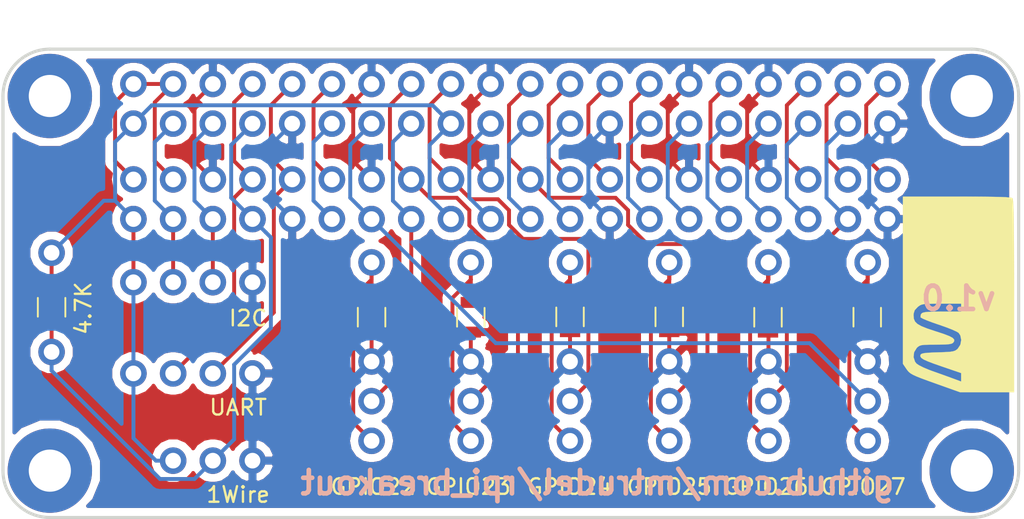
<source format=kicad_pcb>
(kicad_pcb (version 20171130) (host pcbnew "(5.0.2-5-10.14)")

  (general
    (thickness 1.6)
    (drawings 10)
    (tracks 275)
    (zones 0)
    (modules 31)
    (nets 38)
  )

  (page A4)
  (layers
    (0 F.Cu signal)
    (31 B.Cu signal)
    (32 B.Adhes user)
    (33 F.Adhes user)
    (34 B.Paste user)
    (35 F.Paste user)
    (36 B.SilkS user)
    (37 F.SilkS user)
    (38 B.Mask user)
    (39 F.Mask user)
    (40 Dwgs.User user)
    (41 Cmts.User user)
    (42 Eco1.User user)
    (43 Eco2.User user)
    (44 Edge.Cuts user)
    (45 Margin user)
    (46 B.CrtYd user)
    (47 F.CrtYd user)
    (48 B.Fab user)
    (49 F.Fab user)
  )

  (setup
    (last_trace_width 0.25)
    (trace_clearance 0.2)
    (zone_clearance 0.508)
    (zone_45_only no)
    (trace_min 0.2)
    (segment_width 0.2)
    (edge_width 0.2)
    (via_size 0.8)
    (via_drill 0.4)
    (via_min_size 0.4)
    (via_min_drill 0.3)
    (uvia_size 0.3)
    (uvia_drill 0.1)
    (uvias_allowed no)
    (uvia_min_size 0.2)
    (uvia_min_drill 0.1)
    (pcb_text_width 0.3)
    (pcb_text_size 1.5 1.5)
    (mod_edge_width 0.15)
    (mod_text_size 1 1)
    (mod_text_width 0.15)
    (pad_size 1.7 1.7)
    (pad_drill 1)
    (pad_to_mask_clearance 0.051)
    (solder_mask_min_width 0.25)
    (aux_axis_origin 0 0)
    (visible_elements FFFFFF7F)
    (pcbplotparams
      (layerselection 0x010fc_ffffffff)
      (usegerberextensions false)
      (usegerberattributes false)
      (usegerberadvancedattributes false)
      (creategerberjobfile false)
      (excludeedgelayer true)
      (linewidth 0.100000)
      (plotframeref false)
      (viasonmask false)
      (mode 1)
      (useauxorigin false)
      (hpglpennumber 1)
      (hpglpenspeed 20)
      (hpglpendiameter 15.000000)
      (psnegative false)
      (psa4output false)
      (plotreference true)
      (plotvalue true)
      (plotinvisibletext false)
      (padsonsilk false)
      (subtractmaskfromsilk false)
      (outputformat 1)
      (mirror false)
      (drillshape 1)
      (scaleselection 1)
      (outputdirectory ""))
  )

  (net 0 "")
  (net 1 GND)
  (net 2 "Net-(J1-Pad1)")
  (net 3 "Net-(J3-Pad1)")
  (net 4 "Net-(J5-Pad1)")
  (net 5 "Net-(J7-Pad1)")
  (net 6 "Net-(J10-Pad3)")
  (net 7 "Net-(J11-Pad1)")
  (net 8 3.3V)
  (net 9 5V)
  (net 10 15)
  (net 11 18)
  (net 12 37)
  (net 13 16)
  (net 14 22)
  (net 15 13)
  (net 16 10)
  (net 17 8)
  (net 18 40)
  (net 19 38)
  (net 20 36)
  (net 21 35)
  (net 22 33)
  (net 23 32)
  (net 24 31)
  (net 25 29)
  (net 26 28)
  (net 27 27)
  (net 28 26)
  (net 29 24)
  (net 30 23)
  (net 31 21)
  (net 32 19)
  (net 33 12)
  (net 34 11)
  (net 35 7)
  (net 36 5)
  (net 37 3)

  (net_class Default "This is the default net class."
    (clearance 0.2)
    (trace_width 0.25)
    (via_dia 0.8)
    (via_drill 0.4)
    (uvia_dia 0.3)
    (uvia_drill 0.1)
    (add_net 10)
    (add_net 11)
    (add_net 12)
    (add_net 13)
    (add_net 15)
    (add_net 16)
    (add_net 18)
    (add_net 19)
    (add_net 21)
    (add_net 22)
    (add_net 23)
    (add_net 24)
    (add_net 26)
    (add_net 27)
    (add_net 28)
    (add_net 29)
    (add_net 3)
    (add_net 3.3V)
    (add_net 31)
    (add_net 32)
    (add_net 33)
    (add_net 35)
    (add_net 36)
    (add_net 37)
    (add_net 38)
    (add_net 40)
    (add_net 5)
    (add_net 5V)
    (add_net 7)
    (add_net 8)
    (add_net GND)
    (add_net "Net-(J1-Pad1)")
    (add_net "Net-(J10-Pad3)")
    (add_net "Net-(J11-Pad1)")
    (add_net "Net-(J3-Pad1)")
    (add_net "Net-(J5-Pad1)")
    (add_net "Net-(J7-Pad1)")
  )

  (module Pin_Headers:Pin_Header_Straight_1x01_Pitch2.54mm (layer F.Cu) (tedit 5C8273E4) (tstamp 5C82868D)
    (at 70.612 104.394)
    (descr "Through hole straight pin header, 1x01, 2.54mm pitch, single row")
    (tags "Through hole pin header THT 1x01 2.54mm single row")
    (path /5C82F0E6)
    (fp_text reference J18 (at 0 -2.33) (layer F.SilkS) hide
      (effects (font (size 1 1) (thickness 0.15)))
    )
    (fp_text value R22 (at 0 2.33) (layer F.Fab)
      (effects (font (size 1 1) (thickness 0.15)))
    )
    (fp_line (start -0.635 -1.27) (end 1.27 -1.27) (layer F.Fab) (width 0.1))
    (fp_line (start 1.27 -1.27) (end 1.27 1.27) (layer F.Fab) (width 0.1))
    (fp_line (start 1.27 1.27) (end -1.27 1.27) (layer F.Fab) (width 0.1))
    (fp_line (start -1.27 1.27) (end -1.27 -0.635) (layer F.Fab) (width 0.1))
    (fp_line (start -1.27 -0.635) (end -0.635 -1.27) (layer F.Fab) (width 0.1))
    (fp_line (start -1.8 -1.8) (end -1.8 1.8) (layer F.CrtYd) (width 0.05))
    (fp_line (start -1.8 1.8) (end 1.8 1.8) (layer F.CrtYd) (width 0.05))
    (fp_line (start 1.8 1.8) (end 1.8 -1.8) (layer F.CrtYd) (width 0.05))
    (fp_line (start 1.8 -1.8) (end -1.8 -1.8) (layer F.CrtYd) (width 0.05))
    (fp_text user %R (at 0 0 90) (layer F.Fab)
      (effects (font (size 1 1) (thickness 0.15)))
    )
    (pad 1 thru_hole circle (at 0 0) (size 1.7 1.7) (drill 1) (layers *.Cu *.Mask)
      (net 35 7))
    (model ${KISYS3DMOD}/Pin_Headers.3dshapes/Pin_Header_Straight_1x01_Pitch2.54mm.wrl
      (at (xyz 0 0 0))
      (scale (xyz 1 1 1))
      (rotate (xyz 0 0 0))
    )
  )

  (module Pin_Headers:Pin_Header_Straight_1x01_Pitch2.54mm (layer F.Cu) (tedit 5C8273E1) (tstamp 5C8286A2)
    (at 70.612 98.044)
    (descr "Through hole straight pin header, 1x01, 2.54mm pitch, single row")
    (tags "Through hole pin header THT 1x01 2.54mm single row")
    (path /5C828AF0)
    (fp_text reference J19 (at 0 -2.33) (layer F.SilkS) hide
      (effects (font (size 1 1) (thickness 0.15)))
    )
    (fp_text value R22 (at 0 2.33) (layer F.Fab)
      (effects (font (size 1 1) (thickness 0.15)))
    )
    (fp_text user %R (at 0 0 90) (layer F.Fab)
      (effects (font (size 1 1) (thickness 0.15)))
    )
    (fp_line (start 1.8 -1.8) (end -1.8 -1.8) (layer F.CrtYd) (width 0.05))
    (fp_line (start 1.8 1.8) (end 1.8 -1.8) (layer F.CrtYd) (width 0.05))
    (fp_line (start -1.8 1.8) (end 1.8 1.8) (layer F.CrtYd) (width 0.05))
    (fp_line (start -1.8 -1.8) (end -1.8 1.8) (layer F.CrtYd) (width 0.05))
    (fp_line (start -1.27 -0.635) (end -0.635 -1.27) (layer F.Fab) (width 0.1))
    (fp_line (start -1.27 1.27) (end -1.27 -0.635) (layer F.Fab) (width 0.1))
    (fp_line (start 1.27 1.27) (end -1.27 1.27) (layer F.Fab) (width 0.1))
    (fp_line (start 1.27 -1.27) (end 1.27 1.27) (layer F.Fab) (width 0.1))
    (fp_line (start -0.635 -1.27) (end 1.27 -1.27) (layer F.Fab) (width 0.1))
    (pad 1 thru_hole circle (at 0 0) (size 1.7 1.7) (drill 1) (layers *.Cu *.Mask)
      (net 8 3.3V))
    (model ${KISYS3DMOD}/Pin_Headers.3dshapes/Pin_Header_Straight_1x01_Pitch2.54mm.wrl
      (at (xyz 0 0 0))
      (scale (xyz 1 1 1))
      (rotate (xyz 0 0 0))
    )
  )

  (module Resistors_SMD:R_0805 (layer F.Cu) (tedit 5C81DFE3) (tstamp 5C827C33)
    (at 70.612 101.534 270)
    (descr "Resistor SMD 0805, reflow soldering, Vishay (see dcrcw.pdf)")
    (tags "resistor 0805")
    (path /5C81E905)
    (attr smd)
    (fp_text reference 4.7K (at 0.066 -2.032 90) (layer F.SilkS)
      (effects (font (size 1 1) (thickness 0.15)))
    )
    (fp_text value R (at 0 1.75 270) (layer F.Fab)
      (effects (font (size 1 1) (thickness 0.15)))
    )
    (fp_line (start 1.55 0.9) (end -1.55 0.9) (layer F.CrtYd) (width 0.05))
    (fp_line (start 1.55 0.9) (end 1.55 -0.9) (layer F.CrtYd) (width 0.05))
    (fp_line (start -1.55 -0.9) (end -1.55 0.9) (layer F.CrtYd) (width 0.05))
    (fp_line (start -1.55 -0.9) (end 1.55 -0.9) (layer F.CrtYd) (width 0.05))
    (fp_line (start -0.6 -0.88) (end 0.6 -0.88) (layer F.SilkS) (width 0.12))
    (fp_line (start 0.6 0.88) (end -0.6 0.88) (layer F.SilkS) (width 0.12))
    (fp_line (start -1 -0.62) (end 1 -0.62) (layer F.Fab) (width 0.1))
    (fp_line (start 1 -0.62) (end 1 0.62) (layer F.Fab) (width 0.1))
    (fp_line (start 1 0.62) (end -1 0.62) (layer F.Fab) (width 0.1))
    (fp_line (start -1 0.62) (end -1 -0.62) (layer F.Fab) (width 0.1))
    (fp_text user %R (at 0 0 270) (layer F.Fab)
      (effects (font (size 0.5 0.5) (thickness 0.075)))
    )
    (pad 2 smd rect (at 0.95 0 270) (size 0.7 1.3) (layers F.Cu F.Paste F.Mask)
      (net 35 7))
    (pad 1 smd rect (at -0.95 0 270) (size 0.7 1.3) (layers F.Cu F.Paste F.Mask)
      (net 8 3.3V))
    (model ${KISYS3DMOD}/Resistors_SMD.3dshapes/R_0805.wrl
      (at (xyz 0 0 0))
      (scale (xyz 1 1 1))
      (rotate (xyz 0 0 0))
    )
  )

  (module Pin_Headers:Pin_Header_Straight_1x03_Pitch2.54mm (layer F.Cu) (tedit 5C81E27F) (tstamp 5C850D59)
    (at 116.49 105.01)
    (descr "Through hole straight pin header, 1x03, 2.54mm pitch, single row")
    (tags "Through hole pin header THT 1x03 2.54mm single row")
    (path /5C82D8EA)
    (fp_text reference GPIO26 (at -0.158 8.02) (layer F.SilkS)
      (effects (font (size 1 1) (thickness 0.15)))
    )
    (fp_text value GPIO26 (at 0 7.41) (layer F.Fab)
      (effects (font (size 1 1) (thickness 0.15)))
    )
    (fp_text user %R (at 0 2.54 90) (layer F.Fab)
      (effects (font (size 1 1) (thickness 0.15)))
    )
    (fp_line (start 1.8 -1.8) (end -1.8 -1.8) (layer F.CrtYd) (width 0.05))
    (fp_line (start 1.8 6.85) (end 1.8 -1.8) (layer F.CrtYd) (width 0.05))
    (fp_line (start -1.8 6.85) (end 1.8 6.85) (layer F.CrtYd) (width 0.05))
    (fp_line (start -1.8 -1.8) (end -1.8 6.85) (layer F.CrtYd) (width 0.05))
    (fp_line (start -1.27 -0.635) (end -0.635 -1.27) (layer F.Fab) (width 0.1))
    (fp_line (start -1.27 6.35) (end -1.27 -0.635) (layer F.Fab) (width 0.1))
    (fp_line (start 1.27 6.35) (end -1.27 6.35) (layer F.Fab) (width 0.1))
    (fp_line (start 1.27 -1.27) (end 1.27 6.35) (layer F.Fab) (width 0.1))
    (fp_line (start -0.635 -1.27) (end 1.27 -1.27) (layer F.Fab) (width 0.1))
    (pad 3 thru_hole oval (at 0 5.08) (size 1.7 1.7) (drill 1) (layers *.Cu *.Mask)
      (net 4 "Net-(J5-Pad1)"))
    (pad 2 thru_hole oval (at 0 2.54) (size 1.7 1.7) (drill 1) (layers *.Cu *.Mask)
      (net 12 37))
    (pad 1 thru_hole circle (at 0 0) (size 1.7 1.7) (drill 1) (layers *.Cu *.Mask)
      (net 1 GND))
    (model ${KISYS3DMOD}/Pin_Headers.3dshapes/Pin_Header_Straight_1x03_Pitch2.54mm.wrl
      (at (xyz 0 0 0))
      (scale (xyz 1 1 1))
      (rotate (xyz 0 0 0))
    )
  )

  (module Pin_Headers:Pin_Header_Straight_1x01_Pitch2.54mm (layer F.Cu) (tedit 5C81E292) (tstamp 5C84F526)
    (at 122.84 98.66)
    (descr "Through hole straight pin header, 1x01, 2.54mm pitch, single row")
    (tags "Through hole pin header THT 1x01 2.54mm single row")
    (path /5C82DF79)
    (fp_text reference J11 (at 0 -2.33) (layer F.SilkS) hide
      (effects (font (size 1 1) (thickness 0.15)))
    )
    (fp_text value R22 (at 0 2.33) (layer F.Fab)
      (effects (font (size 1 1) (thickness 0.15)))
    )
    (fp_text user %R (at 0 0 90) (layer F.Fab)
      (effects (font (size 1 1) (thickness 0.15)))
    )
    (fp_line (start 1.8 -1.8) (end -1.8 -1.8) (layer F.CrtYd) (width 0.05))
    (fp_line (start 1.8 1.8) (end 1.8 -1.8) (layer F.CrtYd) (width 0.05))
    (fp_line (start -1.8 1.8) (end 1.8 1.8) (layer F.CrtYd) (width 0.05))
    (fp_line (start -1.8 -1.8) (end -1.8 1.8) (layer F.CrtYd) (width 0.05))
    (fp_line (start -1.27 -0.635) (end -0.635 -1.27) (layer F.Fab) (width 0.1))
    (fp_line (start -1.27 1.27) (end -1.27 -0.635) (layer F.Fab) (width 0.1))
    (fp_line (start 1.27 1.27) (end -1.27 1.27) (layer F.Fab) (width 0.1))
    (fp_line (start 1.27 -1.27) (end 1.27 1.27) (layer F.Fab) (width 0.1))
    (fp_line (start -0.635 -1.27) (end 1.27 -1.27) (layer F.Fab) (width 0.1))
    (pad 1 thru_hole circle (at 0 0) (size 1.7 1.7) (drill 1) (layers *.Cu *.Mask)
      (net 7 "Net-(J11-Pad1)"))
    (model ${KISYS3DMOD}/Pin_Headers.3dshapes/Pin_Header_Straight_1x01_Pitch2.54mm.wrl
      (at (xyz 0 0 0))
      (scale (xyz 1 1 1))
      (rotate (xyz 0 0 0))
    )
  )

  (module Pin_Headers:Pin_Header_Straight_1x01_Pitch2.54mm (layer F.Cu) (tedit 5C81E288) (tstamp 5C84F4A2)
    (at 116.49 98.66)
    (descr "Through hole straight pin header, 1x01, 2.54mm pitch, single row")
    (tags "Through hole pin header THT 1x01 2.54mm single row")
    (path /5C82D8F0)
    (fp_text reference J5 (at 0 -2.33) (layer F.SilkS) hide
      (effects (font (size 1 1) (thickness 0.15)))
    )
    (fp_text value R22 (at 0 2.33) (layer F.Fab)
      (effects (font (size 1 1) (thickness 0.15)))
    )
    (fp_line (start -0.635 -1.27) (end 1.27 -1.27) (layer F.Fab) (width 0.1))
    (fp_line (start 1.27 -1.27) (end 1.27 1.27) (layer F.Fab) (width 0.1))
    (fp_line (start 1.27 1.27) (end -1.27 1.27) (layer F.Fab) (width 0.1))
    (fp_line (start -1.27 1.27) (end -1.27 -0.635) (layer F.Fab) (width 0.1))
    (fp_line (start -1.27 -0.635) (end -0.635 -1.27) (layer F.Fab) (width 0.1))
    (fp_line (start -1.8 -1.8) (end -1.8 1.8) (layer F.CrtYd) (width 0.05))
    (fp_line (start -1.8 1.8) (end 1.8 1.8) (layer F.CrtYd) (width 0.05))
    (fp_line (start 1.8 1.8) (end 1.8 -1.8) (layer F.CrtYd) (width 0.05))
    (fp_line (start 1.8 -1.8) (end -1.8 -1.8) (layer F.CrtYd) (width 0.05))
    (fp_text user %R (at 0 0 90) (layer F.Fab)
      (effects (font (size 1 1) (thickness 0.15)))
    )
    (pad 1 thru_hole circle (at 0 0) (size 1.7 1.7) (drill 1) (layers *.Cu *.Mask)
      (net 4 "Net-(J5-Pad1)"))
    (model ${KISYS3DMOD}/Pin_Headers.3dshapes/Pin_Header_Straight_1x01_Pitch2.54mm.wrl
      (at (xyz 0 0 0))
      (scale (xyz 1 1 1))
      (rotate (xyz 0 0 0))
    )
  )

  (module Pin_Headers:Pin_Header_Straight_1x01_Pitch2.54mm (layer F.Cu) (tedit 5C81E279) (tstamp 5C84F4FA)
    (at 110.14 98.66)
    (descr "Through hole straight pin header, 1x01, 2.54mm pitch, single row")
    (tags "Through hole pin header THT 1x01 2.54mm single row")
    (path /5C82DF60)
    (fp_text reference J9 (at 0 -2.33) (layer F.SilkS) hide
      (effects (font (size 1 1) (thickness 0.15)))
    )
    (fp_text value R22 (at 0 2.33) (layer F.Fab)
      (effects (font (size 1 1) (thickness 0.15)))
    )
    (fp_line (start -0.635 -1.27) (end 1.27 -1.27) (layer F.Fab) (width 0.1))
    (fp_line (start 1.27 -1.27) (end 1.27 1.27) (layer F.Fab) (width 0.1))
    (fp_line (start 1.27 1.27) (end -1.27 1.27) (layer F.Fab) (width 0.1))
    (fp_line (start -1.27 1.27) (end -1.27 -0.635) (layer F.Fab) (width 0.1))
    (fp_line (start -1.27 -0.635) (end -0.635 -1.27) (layer F.Fab) (width 0.1))
    (fp_line (start -1.8 -1.8) (end -1.8 1.8) (layer F.CrtYd) (width 0.05))
    (fp_line (start -1.8 1.8) (end 1.8 1.8) (layer F.CrtYd) (width 0.05))
    (fp_line (start 1.8 1.8) (end 1.8 -1.8) (layer F.CrtYd) (width 0.05))
    (fp_line (start 1.8 -1.8) (end -1.8 -1.8) (layer F.CrtYd) (width 0.05))
    (fp_text user %R (at 0 0 90) (layer F.Fab)
      (effects (font (size 1 1) (thickness 0.15)))
    )
    (pad 1 thru_hole circle (at 0 0) (size 1.7 1.7) (drill 1) (layers *.Cu *.Mask)
      (net 6 "Net-(J10-Pad3)"))
    (model ${KISYS3DMOD}/Pin_Headers.3dshapes/Pin_Header_Straight_1x01_Pitch2.54mm.wrl
      (at (xyz 0 0 0))
      (scale (xyz 1 1 1))
      (rotate (xyz 0 0 0))
    )
  )

  (module Pin_Headers:Pin_Header_Straight_1x01_Pitch2.54mm (layer F.Cu) (tedit 5C81E26B) (tstamp 5C84F476)
    (at 103.79 98.66)
    (descr "Through hole straight pin header, 1x01, 2.54mm pitch, single row")
    (tags "Through hole pin header THT 1x01 2.54mm single row")
    (path /5C82D426)
    (fp_text reference J3 (at 0 -2.33) (layer F.SilkS) hide
      (effects (font (size 1 1) (thickness 0.15)))
    )
    (fp_text value R22 (at 0 2.33) (layer F.Fab)
      (effects (font (size 1 1) (thickness 0.15)))
    )
    (fp_text user %R (at 0 0 90) (layer F.Fab)
      (effects (font (size 1 1) (thickness 0.15)))
    )
    (fp_line (start 1.8 -1.8) (end -1.8 -1.8) (layer F.CrtYd) (width 0.05))
    (fp_line (start 1.8 1.8) (end 1.8 -1.8) (layer F.CrtYd) (width 0.05))
    (fp_line (start -1.8 1.8) (end 1.8 1.8) (layer F.CrtYd) (width 0.05))
    (fp_line (start -1.8 -1.8) (end -1.8 1.8) (layer F.CrtYd) (width 0.05))
    (fp_line (start -1.27 -0.635) (end -0.635 -1.27) (layer F.Fab) (width 0.1))
    (fp_line (start -1.27 1.27) (end -1.27 -0.635) (layer F.Fab) (width 0.1))
    (fp_line (start 1.27 1.27) (end -1.27 1.27) (layer F.Fab) (width 0.1))
    (fp_line (start 1.27 -1.27) (end 1.27 1.27) (layer F.Fab) (width 0.1))
    (fp_line (start -0.635 -1.27) (end 1.27 -1.27) (layer F.Fab) (width 0.1))
    (pad 1 thru_hole circle (at 0 0) (size 1.7 1.7) (drill 1) (layers *.Cu *.Mask)
      (net 3 "Net-(J3-Pad1)"))
    (model ${KISYS3DMOD}/Pin_Headers.3dshapes/Pin_Header_Straight_1x01_Pitch2.54mm.wrl
      (at (xyz 0 0 0))
      (scale (xyz 1 1 1))
      (rotate (xyz 0 0 0))
    )
  )

  (module Pin_Headers:Pin_Header_Straight_1x01_Pitch2.54mm (layer F.Cu) (tedit 5C81E262) (tstamp 5C8512B7)
    (at 97.44 98.66)
    (descr "Through hole straight pin header, 1x01, 2.54mm pitch, single row")
    (tags "Through hole pin header THT 1x01 2.54mm single row")
    (path /5C82DF47)
    (fp_text reference J7 (at 0 -2.33) (layer F.SilkS) hide
      (effects (font (size 1 1) (thickness 0.15)))
    )
    (fp_text value R22 (at 0 2.33) (layer F.Fab)
      (effects (font (size 1 1) (thickness 0.15)))
    )
    (fp_text user %R (at 0 0 90) (layer F.Fab)
      (effects (font (size 1 1) (thickness 0.15)))
    )
    (fp_line (start 1.8 -1.8) (end -1.8 -1.8) (layer F.CrtYd) (width 0.05))
    (fp_line (start 1.8 1.8) (end 1.8 -1.8) (layer F.CrtYd) (width 0.05))
    (fp_line (start -1.8 1.8) (end 1.8 1.8) (layer F.CrtYd) (width 0.05))
    (fp_line (start -1.8 -1.8) (end -1.8 1.8) (layer F.CrtYd) (width 0.05))
    (fp_line (start -1.27 -0.635) (end -0.635 -1.27) (layer F.Fab) (width 0.1))
    (fp_line (start -1.27 1.27) (end -1.27 -0.635) (layer F.Fab) (width 0.1))
    (fp_line (start 1.27 -1.27) (end 1.27 1.27) (layer F.Fab) (width 0.1))
    (fp_line (start -0.635 -1.27) (end 1.27 -1.27) (layer F.Fab) (width 0.1))
    (pad 1 thru_hole circle (at 0 0) (size 1.7 1.7) (drill 1) (layers *.Cu *.Mask)
      (net 5 "Net-(J7-Pad1)"))
    (model ${KISYS3DMOD}/Pin_Headers.3dshapes/Pin_Header_Straight_1x01_Pitch2.54mm.wrl
      (at (xyz 0 0 0))
      (scale (xyz 1 1 1))
      (rotate (xyz 0 0 0))
    )
  )

  (module Pin_Headers:Pin_Header_Straight_1x01_Pitch2.54mm (layer F.Cu) (tedit 5C81E253) (tstamp 5C850681)
    (at 91.09 98.66)
    (descr "Through hole straight pin header, 1x01, 2.54mm pitch, single row")
    (tags "Through hole pin header THT 1x01 2.54mm single row")
    (path /5C81DA1C)
    (fp_text reference J1 (at 0 -2.33) (layer F.SilkS) hide
      (effects (font (size 1 1) (thickness 0.15)))
    )
    (fp_text value R22 (at 0 2.33) (layer F.Fab)
      (effects (font (size 1 1) (thickness 0.15)))
    )
    (fp_line (start -0.635 -1.27) (end 1.27 -1.27) (layer F.Fab) (width 0.1))
    (fp_line (start 1.27 -1.27) (end 1.27 1.27) (layer F.Fab) (width 0.1))
    (fp_line (start 1.27 1.27) (end -1.27 1.27) (layer F.Fab) (width 0.1))
    (fp_line (start -1.27 1.27) (end -1.27 -0.635) (layer F.Fab) (width 0.1))
    (fp_line (start -1.27 -0.635) (end -0.635 -1.27) (layer F.Fab) (width 0.1))
    (fp_line (start -1.8 -1.8) (end -1.8 1.8) (layer F.CrtYd) (width 0.05))
    (fp_line (start -1.8 1.8) (end 1.8 1.8) (layer F.CrtYd) (width 0.05))
    (fp_line (start 1.8 1.8) (end 1.8 -1.8) (layer F.CrtYd) (width 0.05))
    (fp_line (start 1.8 -1.8) (end -1.8 -1.8) (layer F.CrtYd) (width 0.05))
    (fp_text user %R (at 0 0 90) (layer F.Fab)
      (effects (font (size 1 1) (thickness 0.15)))
    )
    (pad 1 thru_hole circle (at 0 0) (size 1.7 1.7) (drill 1) (layers *.Cu *.Mask)
      (net 2 "Net-(J1-Pad1)"))
    (model ${KISYS3DMOD}/Pin_Headers.3dshapes/Pin_Header_Straight_1x01_Pitch2.54mm.wrl
      (at (xyz 0 0 0))
      (scale (xyz 1 1 1))
      (rotate (xyz 0 0 0))
    )
  )

  (module Pin_Headers:Pin_Header_Straight_1x03_Pitch2.54mm (layer F.Cu) (tedit 5C81E28D) (tstamp 5C850C93)
    (at 122.84 105.01)
    (descr "Through hole straight pin header, 1x03, 2.54mm pitch, single row")
    (tags "Through hole pin header THT 1x03 2.54mm single row")
    (path /5C82DF73)
    (fp_text reference GPIO27 (at -0.285 8.02) (layer F.SilkS)
      (effects (font (size 1 1) (thickness 0.15)))
    )
    (fp_text value GPIO27 (at 0 7.41) (layer F.Fab)
      (effects (font (size 1 1) (thickness 0.15)))
    )
    (fp_line (start -0.635 -1.27) (end 1.27 -1.27) (layer F.Fab) (width 0.1))
    (fp_line (start 1.27 -1.27) (end 1.27 6.35) (layer F.Fab) (width 0.1))
    (fp_line (start 1.27 6.35) (end -1.27 6.35) (layer F.Fab) (width 0.1))
    (fp_line (start -1.27 6.35) (end -1.27 -0.635) (layer F.Fab) (width 0.1))
    (fp_line (start -1.27 -0.635) (end -0.635 -1.27) (layer F.Fab) (width 0.1))
    (fp_line (start -1.8 -1.8) (end -1.8 6.85) (layer F.CrtYd) (width 0.05))
    (fp_line (start -1.8 6.85) (end 1.8 6.85) (layer F.CrtYd) (width 0.05))
    (fp_line (start 1.8 6.85) (end 1.8 -1.8) (layer F.CrtYd) (width 0.05))
    (fp_line (start 1.8 -1.8) (end -1.8 -1.8) (layer F.CrtYd) (width 0.05))
    (fp_text user %R (at 0 2.54 90) (layer F.Fab)
      (effects (font (size 1 1) (thickness 0.15)))
    )
    (pad 1 thru_hole circle (at 0 0) (size 1.7 1.7) (drill 1) (layers *.Cu *.Mask)
      (net 1 GND))
    (pad 2 thru_hole oval (at 0 2.54) (size 1.7 1.7) (drill 1) (layers *.Cu *.Mask)
      (net 15 13))
    (pad 3 thru_hole oval (at 0 5.08) (size 1.7 1.7) (drill 1) (layers *.Cu *.Mask)
      (net 7 "Net-(J11-Pad1)"))
    (model ${KISYS3DMOD}/Pin_Headers.3dshapes/Pin_Header_Straight_1x03_Pitch2.54mm.wrl
      (at (xyz 0 0 0))
      (scale (xyz 1 1 1))
      (rotate (xyz 0 0 0))
    )
  )

  (module Pin_Headers:Pin_Header_Straight_1x03_Pitch2.54mm (layer F.Cu) (tedit 5C81E273) (tstamp 5C850D17)
    (at 110.14 105.01)
    (descr "Through hole straight pin header, 1x03, 2.54mm pitch, single row")
    (tags "Through hole pin header THT 1x03 2.54mm single row")
    (path /5C82DF5A)
    (fp_text reference GPIO25 (at 0 8.02) (layer F.SilkS)
      (effects (font (size 1 1) (thickness 0.15)))
    )
    (fp_text value GPIO25 (at 0 7.41) (layer F.Fab)
      (effects (font (size 1 1) (thickness 0.15)))
    )
    (fp_text user %R (at 0 2.54 90) (layer F.Fab)
      (effects (font (size 1 1) (thickness 0.15)))
    )
    (fp_line (start 1.8 -1.8) (end -1.8 -1.8) (layer F.CrtYd) (width 0.05))
    (fp_line (start 1.8 6.85) (end 1.8 -1.8) (layer F.CrtYd) (width 0.05))
    (fp_line (start -1.8 6.85) (end 1.8 6.85) (layer F.CrtYd) (width 0.05))
    (fp_line (start -1.8 -1.8) (end -1.8 6.85) (layer F.CrtYd) (width 0.05))
    (fp_line (start -1.27 -0.635) (end -0.635 -1.27) (layer F.Fab) (width 0.1))
    (fp_line (start -1.27 6.35) (end -1.27 -0.635) (layer F.Fab) (width 0.1))
    (fp_line (start 1.27 6.35) (end -1.27 6.35) (layer F.Fab) (width 0.1))
    (fp_line (start 1.27 -1.27) (end 1.27 6.35) (layer F.Fab) (width 0.1))
    (fp_line (start -0.635 -1.27) (end 1.27 -1.27) (layer F.Fab) (width 0.1))
    (pad 3 thru_hole oval (at 0 5.08) (size 1.7 1.7) (drill 1) (layers *.Cu *.Mask)
      (net 6 "Net-(J10-Pad3)"))
    (pad 2 thru_hole oval (at 0 2.54) (size 1.7 1.7) (drill 1) (layers *.Cu *.Mask)
      (net 14 22))
    (pad 1 thru_hole circle (at 0 0) (size 1.7 1.7) (drill 1) (layers *.Cu *.Mask)
      (net 1 GND))
    (model ${KISYS3DMOD}/Pin_Headers.3dshapes/Pin_Header_Straight_1x03_Pitch2.54mm.wrl
      (at (xyz 0 0 0))
      (scale (xyz 1 1 1))
      (rotate (xyz 0 0 0))
    )
  )

  (module Pin_Headers:Pin_Header_Straight_1x03_Pitch2.54mm (layer F.Cu) (tedit 5C81E267) (tstamp 5C850D9B)
    (at 103.79 105.01)
    (descr "Through hole straight pin header, 1x03, 2.54mm pitch, single row")
    (tags "Through hole pin header THT 1x03 2.54mm single row")
    (path /5C82D420)
    (fp_text reference GPIO24 (at -0.031 8.02) (layer F.SilkS)
      (effects (font (size 1 1) (thickness 0.15)))
    )
    (fp_text value GPIO24 (at 0 7.41) (layer F.Fab)
      (effects (font (size 1 1) (thickness 0.15)))
    )
    (fp_line (start -0.635 -1.27) (end 1.27 -1.27) (layer F.Fab) (width 0.1))
    (fp_line (start 1.27 -1.27) (end 1.27 6.35) (layer F.Fab) (width 0.1))
    (fp_line (start 1.27 6.35) (end -1.27 6.35) (layer F.Fab) (width 0.1))
    (fp_line (start -1.27 6.35) (end -1.27 -0.635) (layer F.Fab) (width 0.1))
    (fp_line (start -1.27 -0.635) (end -0.635 -1.27) (layer F.Fab) (width 0.1))
    (fp_line (start -1.8 -1.8) (end -1.8 6.85) (layer F.CrtYd) (width 0.05))
    (fp_line (start -1.8 6.85) (end 1.8 6.85) (layer F.CrtYd) (width 0.05))
    (fp_line (start 1.8 6.85) (end 1.8 -1.8) (layer F.CrtYd) (width 0.05))
    (fp_line (start 1.8 -1.8) (end -1.8 -1.8) (layer F.CrtYd) (width 0.05))
    (fp_text user %R (at 0 2.54 90) (layer F.Fab)
      (effects (font (size 1 1) (thickness 0.15)))
    )
    (pad 1 thru_hole circle (at 0 0) (size 1.7 1.7) (drill 1) (layers *.Cu *.Mask)
      (net 1 GND))
    (pad 2 thru_hole oval (at 0 2.54) (size 1.7 1.7) (drill 1) (layers *.Cu *.Mask)
      (net 11 18))
    (pad 3 thru_hole oval (at 0 5.08) (size 1.7 1.7) (drill 1) (layers *.Cu *.Mask)
      (net 3 "Net-(J3-Pad1)"))
    (model ${KISYS3DMOD}/Pin_Headers.3dshapes/Pin_Header_Straight_1x03_Pitch2.54mm.wrl
      (at (xyz 0 0 0))
      (scale (xyz 1 1 1))
      (rotate (xyz 0 0 0))
    )
  )

  (module Pin_Headers:Pin_Header_Straight_1x03_Pitch2.54mm (layer F.Cu) (tedit 5C81E25C) (tstamp 5C850CD5)
    (at 97.44 105.01)
    (descr "Through hole straight pin header, 1x03, 2.54mm pitch, single row")
    (tags "Through hole pin header THT 1x03 2.54mm single row")
    (path /5C82DF41)
    (fp_text reference GPIO23 (at -0.158 8.02) (layer F.SilkS)
      (effects (font (size 1 1) (thickness 0.15)))
    )
    (fp_text value GPIO23 (at 0 7.41) (layer F.Fab)
      (effects (font (size 1 1) (thickness 0.15)))
    )
    (fp_line (start -0.635 -1.27) (end 1.27 -1.27) (layer F.Fab) (width 0.1))
    (fp_line (start 1.27 -1.27) (end 1.27 6.35) (layer F.Fab) (width 0.1))
    (fp_line (start 1.27 6.35) (end -1.27 6.35) (layer F.Fab) (width 0.1))
    (fp_line (start -1.27 6.35) (end -1.27 -0.635) (layer F.Fab) (width 0.1))
    (fp_line (start -1.27 -0.635) (end -0.635 -1.27) (layer F.Fab) (width 0.1))
    (fp_line (start -1.8 -1.8) (end -1.8 6.85) (layer F.CrtYd) (width 0.05))
    (fp_line (start -1.8 6.85) (end 1.8 6.85) (layer F.CrtYd) (width 0.05))
    (fp_line (start 1.8 6.85) (end 1.8 -1.8) (layer F.CrtYd) (width 0.05))
    (fp_line (start 1.8 -1.8) (end -1.8 -1.8) (layer F.CrtYd) (width 0.05))
    (fp_text user %R (at 0 2.54 90) (layer F.Fab)
      (effects (font (size 1 1) (thickness 0.15)))
    )
    (pad 1 thru_hole circle (at 0 0) (size 1.7 1.7) (drill 1) (layers *.Cu *.Mask)
      (net 1 GND))
    (pad 2 thru_hole oval (at 0 2.54) (size 1.7 1.7) (drill 1) (layers *.Cu *.Mask)
      (net 13 16))
    (pad 3 thru_hole oval (at 0 5.08) (size 1.7 1.7) (drill 1) (layers *.Cu *.Mask)
      (net 5 "Net-(J7-Pad1)"))
    (model ${KISYS3DMOD}/Pin_Headers.3dshapes/Pin_Header_Straight_1x03_Pitch2.54mm.wrl
      (at (xyz 0 0 0))
      (scale (xyz 1 1 1))
      (rotate (xyz 0 0 0))
    )
  )

  (module Pin_Headers:Pin_Header_Straight_1x03_Pitch2.54mm (layer F.Cu) (tedit 5C81E258) (tstamp 5C850C51)
    (at 91.09 105.01)
    (descr "Through hole straight pin header, 1x03, 2.54mm pitch, single row")
    (tags "Through hole pin header THT 1x03 2.54mm single row")
    (path /5C81CC99)
    (fp_text reference GPIO22 (at 0.096 8.02) (layer F.SilkS)
      (effects (font (size 1 1) (thickness 0.15)))
    )
    (fp_text value GPIO22 (at 0 7.41) (layer F.Fab)
      (effects (font (size 1 1) (thickness 0.15)))
    )
    (fp_text user %R (at 0 2.54 90) (layer F.Fab)
      (effects (font (size 1 1) (thickness 0.15)))
    )
    (fp_line (start 1.8 -1.8) (end -1.8 -1.8) (layer F.CrtYd) (width 0.05))
    (fp_line (start 1.8 6.85) (end 1.8 -1.8) (layer F.CrtYd) (width 0.05))
    (fp_line (start -1.8 6.85) (end 1.8 6.85) (layer F.CrtYd) (width 0.05))
    (fp_line (start -1.8 -1.8) (end -1.8 6.85) (layer F.CrtYd) (width 0.05))
    (fp_line (start -1.27 -0.635) (end -0.635 -1.27) (layer F.Fab) (width 0.1))
    (fp_line (start -1.27 6.35) (end -1.27 -0.635) (layer F.Fab) (width 0.1))
    (fp_line (start 1.27 -1.27) (end 1.27 6.35) (layer F.Fab) (width 0.1))
    (fp_line (start -0.635 -1.27) (end 1.27 -1.27) (layer F.Fab) (width 0.1))
    (pad 3 thru_hole oval (at 0 5.08) (size 1.7 1.7) (drill 1) (layers *.Cu *.Mask)
      (net 2 "Net-(J1-Pad1)"))
    (pad 2 thru_hole oval (at 0 2.54) (size 1.7 1.7) (drill 1) (layers *.Cu *.Mask)
      (net 10 15))
    (pad 1 thru_hole circle (at 0 0) (size 1.7 1.7) (drill 1) (layers *.Cu *.Mask)
      (net 1 GND))
    (model ${KISYS3DMOD}/Pin_Headers.3dshapes/Pin_Header_Straight_1x03_Pitch2.54mm.wrl
      (at (xyz 0 0 0))
      (scale (xyz 1 1 1))
      (rotate (xyz 0 0 0))
    )
  )

  (module Pin_Headers:Pin_Header_Straight_1x03_Pitch2.54mm (layer F.Cu) (tedit 5C81E114) (tstamp 5C84F5C2)
    (at 78.39 111.36 90)
    (descr "Through hole straight pin header, 1x03, 2.54mm pitch, single row")
    (tags "Through hole pin header THT 1x03 2.54mm single row")
    (path /5C81CAB7)
    (fp_text reference 1Wire (at -2.178 4.16 180) (layer F.SilkS)
      (effects (font (size 1 1) (thickness 0.15)))
    )
    (fp_text value 1Wire (at 0 7.41 90) (layer F.Fab)
      (effects (font (size 1 1) (thickness 0.15)))
    )
    (fp_line (start -0.635 -1.27) (end 1.27 -1.27) (layer F.Fab) (width 0.1))
    (fp_line (start 1.27 -1.27) (end 1.27 6.35) (layer F.Fab) (width 0.1))
    (fp_line (start 1.27 6.35) (end -1.27 6.35) (layer F.Fab) (width 0.1))
    (fp_line (start -1.27 6.35) (end -1.27 -0.635) (layer F.Fab) (width 0.1))
    (fp_line (start -1.27 -0.635) (end -0.635 -1.27) (layer F.Fab) (width 0.1))
    (fp_line (start -1.8 -1.8) (end -1.8 6.85) (layer F.CrtYd) (width 0.05))
    (fp_line (start -1.8 6.85) (end 1.8 6.85) (layer F.CrtYd) (width 0.05))
    (fp_line (start 1.8 6.85) (end 1.8 -1.8) (layer F.CrtYd) (width 0.05))
    (fp_line (start 1.8 -1.8) (end -1.8 -1.8) (layer F.CrtYd) (width 0.05))
    (fp_text user %R (at 0 2.54 180) (layer F.Fab)
      (effects (font (size 1 1) (thickness 0.15)))
    )
    (pad 1 thru_hole circle (at 0 0 90) (size 1.7 1.7) (drill 1) (layers *.Cu *.Mask)
      (net 8 3.3V))
    (pad 2 thru_hole oval (at 0 2.54 90) (size 1.7 1.7) (drill 1) (layers *.Cu *.Mask)
      (net 35 7))
    (pad 3 thru_hole oval (at 0 5.08 90) (size 1.7 1.7) (drill 1) (layers *.Cu *.Mask)
      (net 1 GND))
    (model ${KISYS3DMOD}/Pin_Headers.3dshapes/Pin_Header_Straight_1x03_Pitch2.54mm.wrl
      (at (xyz 0 0 0))
      (scale (xyz 1 1 1))
      (rotate (xyz 0 0 0))
    )
  )

  (module Pin_Headers:Pin_Header_Straight_1x04_Pitch2.54mm (layer F.Cu) (tedit 5C81E0FF) (tstamp 5C854521)
    (at 75.85 105.772 90)
    (descr "Through hole straight pin header, 1x04, 2.54mm pitch, single row")
    (tags "Through hole pin header THT 1x04 2.54mm single row")
    (path /5C81CB92)
    (fp_text reference UART (at -2.178 6.7 180) (layer F.SilkS)
      (effects (font (size 1 1) (thickness 0.15)))
    )
    (fp_text value UART (at 0 9.95 90) (layer F.Fab)
      (effects (font (size 1 1) (thickness 0.15)))
    )
    (fp_line (start -0.635 -1.27) (end 1.27 -1.27) (layer F.Fab) (width 0.1))
    (fp_line (start 1.27 -1.27) (end 1.27 8.89) (layer F.Fab) (width 0.1))
    (fp_line (start 1.27 8.89) (end -1.27 8.89) (layer F.Fab) (width 0.1))
    (fp_line (start -1.27 8.89) (end -1.27 -0.635) (layer F.Fab) (width 0.1))
    (fp_line (start -1.27 -0.635) (end -0.635 -1.27) (layer F.Fab) (width 0.1))
    (fp_line (start -1.8 -1.8) (end -1.8 9.4) (layer F.CrtYd) (width 0.05))
    (fp_line (start -1.8 9.4) (end 1.8 9.4) (layer F.CrtYd) (width 0.05))
    (fp_line (start 1.8 9.4) (end 1.8 -1.8) (layer F.CrtYd) (width 0.05))
    (fp_line (start 1.8 -1.8) (end -1.8 -1.8) (layer F.CrtYd) (width 0.05))
    (fp_text user %R (at 0 3.81 180) (layer F.Fab)
      (effects (font (size 1 1) (thickness 0.15)))
    )
    (pad 1 thru_hole circle (at 0 0 90) (size 1.7 1.7) (drill 1) (layers *.Cu *.Mask)
      (net 8 3.3V))
    (pad 2 thru_hole oval (at 0 2.54 90) (size 1.7 1.7) (drill 1) (layers *.Cu *.Mask)
      (net 17 8))
    (pad 3 thru_hole oval (at 0 5.08 90) (size 1.7 1.7) (drill 1) (layers *.Cu *.Mask)
      (net 16 10))
    (pad 4 thru_hole oval (at 0 7.62 90) (size 1.7 1.7) (drill 1) (layers *.Cu *.Mask)
      (net 1 GND))
    (model ${KISYS3DMOD}/Pin_Headers.3dshapes/Pin_Header_Straight_1x04_Pitch2.54mm.wrl
      (at (xyz 0 0 0))
      (scale (xyz 1 1 1))
      (rotate (xyz 0 0 0))
    )
  )

  (module Pin_Headers:Pin_Header_Straight_1x04_Pitch2.54mm (layer F.Cu) (tedit 5C81E0EA) (tstamp 5C84F5AB)
    (at 75.85 99.93 90)
    (descr "Through hole straight pin header, 1x04, 2.54mm pitch, single row")
    (tags "Through hole pin header THT 1x04 2.54mm single row")
    (path /5C81CBDB)
    (fp_text reference I2C (at -2.305 7.335 180) (layer F.SilkS)
      (effects (font (size 1 1) (thickness 0.15)))
    )
    (fp_text value I2C (at 0 9.95 90) (layer F.Fab)
      (effects (font (size 1 1) (thickness 0.15)))
    )
    (fp_text user %R (at 0 3.81 180) (layer F.Fab)
      (effects (font (size 1 1) (thickness 0.15)))
    )
    (fp_line (start 1.8 -1.8) (end -1.8 -1.8) (layer F.CrtYd) (width 0.05))
    (fp_line (start 1.8 9.4) (end 1.8 -1.8) (layer F.CrtYd) (width 0.05))
    (fp_line (start -1.8 9.4) (end 1.8 9.4) (layer F.CrtYd) (width 0.05))
    (fp_line (start -1.8 -1.8) (end -1.8 9.4) (layer F.CrtYd) (width 0.05))
    (fp_line (start -1.27 -0.635) (end -0.635 -1.27) (layer F.Fab) (width 0.1))
    (fp_line (start -1.27 8.89) (end -1.27 -0.635) (layer F.Fab) (width 0.1))
    (fp_line (start 1.27 8.89) (end -1.27 8.89) (layer F.Fab) (width 0.1))
    (fp_line (start 1.27 -1.27) (end 1.27 8.89) (layer F.Fab) (width 0.1))
    (fp_line (start -0.635 -1.27) (end 1.27 -1.27) (layer F.Fab) (width 0.1))
    (pad 4 thru_hole oval (at 0 7.62 90) (size 1.7 1.7) (drill 1) (layers *.Cu *.Mask)
      (net 1 GND))
    (pad 3 thru_hole oval (at 0 5.08 90) (size 1.7 1.7) (drill 1) (layers *.Cu *.Mask)
      (net 36 5))
    (pad 2 thru_hole oval (at 0 2.54 90) (size 1.7 1.7) (drill 1) (layers *.Cu *.Mask)
      (net 37 3))
    (pad 1 thru_hole circle (at 0 0 90) (size 1.7 1.7) (drill 1) (layers *.Cu *.Mask)
      (net 8 3.3V))
    (model ${KISYS3DMOD}/Pin_Headers.3dshapes/Pin_Header_Straight_1x04_Pitch2.54mm.wrl
      (at (xyz 0 0 0))
      (scale (xyz 1 1 1))
      (rotate (xyz 0 0 0))
    )
  )

  (module Pin_Headers:Pin_Header_Straight_2x20_Pitch2.54mm (layer F.Cu) (tedit 5C81E0D4) (tstamp 5C84F593)
    (at 75.85 89.77 90)
    (descr "Through hole straight pin header, 2x20, 2.54mm pitch, double rows")
    (tags "Through hole pin header THT 2x20 2.54mm double row")
    (path /5C81C94E)
    (fp_text reference J14 (at 1.27 -2.33 90) (layer F.SilkS) hide
      (effects (font (size 1 1) (thickness 0.15)))
    )
    (fp_text value Raspberry_Pi_2_3 (at 1.27 50.59 90) (layer F.Fab)
      (effects (font (size 1 1) (thickness 0.15)))
    )
    (fp_line (start 0 -1.27) (end 3.81 -1.27) (layer F.Fab) (width 0.1))
    (fp_line (start 3.81 -1.27) (end 3.81 49.53) (layer F.Fab) (width 0.1))
    (fp_line (start 3.81 49.53) (end -1.27 49.53) (layer F.Fab) (width 0.1))
    (fp_line (start -1.27 49.53) (end -1.27 0) (layer F.Fab) (width 0.1))
    (fp_line (start -1.27 0) (end 0 -1.27) (layer F.Fab) (width 0.1))
    (fp_line (start -1.8 -1.8) (end -1.8 50.05) (layer F.CrtYd) (width 0.05))
    (fp_line (start -1.8 50.05) (end 4.35 50.05) (layer F.CrtYd) (width 0.05))
    (fp_line (start 4.35 50.05) (end 4.35 -1.8) (layer F.CrtYd) (width 0.05))
    (fp_line (start 4.35 -1.8) (end -1.8 -1.8) (layer F.CrtYd) (width 0.05))
    (fp_text user %R (at 1.27 24.13 180) (layer F.Fab)
      (effects (font (size 1 1) (thickness 0.15)))
    )
    (pad 1 thru_hole circle (at 0 0 90) (size 1.7 1.7) (drill 1) (layers *.Cu *.Mask)
      (net 8 3.3V))
    (pad 2 thru_hole oval (at 2.54 0 90) (size 1.7 1.7) (drill 1) (layers *.Cu *.Mask)
      (net 9 5V))
    (pad 3 thru_hole oval (at 0 2.54 90) (size 1.7 1.7) (drill 1) (layers *.Cu *.Mask)
      (net 37 3))
    (pad 4 thru_hole oval (at 2.54 2.54 90) (size 1.7 1.7) (drill 1) (layers *.Cu *.Mask)
      (net 9 5V))
    (pad 5 thru_hole oval (at 0 5.08 90) (size 1.7 1.7) (drill 1) (layers *.Cu *.Mask)
      (net 36 5))
    (pad 6 thru_hole oval (at 2.54 5.08 90) (size 1.7 1.7) (drill 1) (layers *.Cu *.Mask)
      (net 1 GND))
    (pad 7 thru_hole oval (at 0 7.62 90) (size 1.7 1.7) (drill 1) (layers *.Cu *.Mask)
      (net 35 7))
    (pad 8 thru_hole oval (at 2.54 7.62 90) (size 1.7 1.7) (drill 1) (layers *.Cu *.Mask)
      (net 17 8))
    (pad 9 thru_hole oval (at 0 10.16 90) (size 1.7 1.7) (drill 1) (layers *.Cu *.Mask)
      (net 1 GND))
    (pad 10 thru_hole oval (at 2.54 10.16 90) (size 1.7 1.7) (drill 1) (layers *.Cu *.Mask)
      (net 16 10))
    (pad 11 thru_hole oval (at 0 12.7 90) (size 1.7 1.7) (drill 1) (layers *.Cu *.Mask)
      (net 34 11))
    (pad 12 thru_hole oval (at 2.54 12.7 90) (size 1.7 1.7) (drill 1) (layers *.Cu *.Mask)
      (net 33 12))
    (pad 13 thru_hole oval (at 0 15.24 90) (size 1.7 1.7) (drill 1) (layers *.Cu *.Mask)
      (net 15 13))
    (pad 14 thru_hole oval (at 2.54 15.24 90) (size 1.7 1.7) (drill 1) (layers *.Cu *.Mask)
      (net 1 GND))
    (pad 15 thru_hole oval (at 0 17.78 90) (size 1.7 1.7) (drill 1) (layers *.Cu *.Mask)
      (net 10 15))
    (pad 16 thru_hole oval (at 2.54 17.78 90) (size 1.7 1.7) (drill 1) (layers *.Cu *.Mask)
      (net 13 16))
    (pad 17 thru_hole oval (at 0 20.32 90) (size 1.7 1.7) (drill 1) (layers *.Cu *.Mask)
      (net 8 3.3V))
    (pad 18 thru_hole oval (at 2.54 20.32 90) (size 1.7 1.7) (drill 1) (layers *.Cu *.Mask)
      (net 11 18))
    (pad 19 thru_hole oval (at 0 22.86 90) (size 1.7 1.7) (drill 1) (layers *.Cu *.Mask)
      (net 32 19))
    (pad 20 thru_hole oval (at 2.54 22.86 90) (size 1.7 1.7) (drill 1) (layers *.Cu *.Mask)
      (net 1 GND))
    (pad 21 thru_hole oval (at 0 25.4 90) (size 1.7 1.7) (drill 1) (layers *.Cu *.Mask)
      (net 31 21))
    (pad 22 thru_hole oval (at 2.54 25.4 90) (size 1.7 1.7) (drill 1) (layers *.Cu *.Mask)
      (net 14 22))
    (pad 23 thru_hole oval (at 0 27.94 90) (size 1.7 1.7) (drill 1) (layers *.Cu *.Mask)
      (net 30 23))
    (pad 24 thru_hole oval (at 2.54 27.94 90) (size 1.7 1.7) (drill 1) (layers *.Cu *.Mask)
      (net 29 24))
    (pad 25 thru_hole oval (at 0 30.48 90) (size 1.7 1.7) (drill 1) (layers *.Cu *.Mask)
      (net 1 GND))
    (pad 26 thru_hole oval (at 2.54 30.48 90) (size 1.7 1.7) (drill 1) (layers *.Cu *.Mask)
      (net 28 26))
    (pad 27 thru_hole oval (at 0 33.02 90) (size 1.7 1.7) (drill 1) (layers *.Cu *.Mask)
      (net 27 27))
    (pad 28 thru_hole oval (at 2.54 33.02 90) (size 1.7 1.7) (drill 1) (layers *.Cu *.Mask)
      (net 26 28))
    (pad 29 thru_hole oval (at 0 35.56 90) (size 1.7 1.7) (drill 1) (layers *.Cu *.Mask)
      (net 25 29))
    (pad 30 thru_hole oval (at 2.54 35.56 90) (size 1.7 1.7) (drill 1) (layers *.Cu *.Mask)
      (net 1 GND))
    (pad 31 thru_hole oval (at 0 38.1 90) (size 1.7 1.7) (drill 1) (layers *.Cu *.Mask)
      (net 24 31))
    (pad 32 thru_hole oval (at 2.54 38.1 90) (size 1.7 1.7) (drill 1) (layers *.Cu *.Mask)
      (net 23 32))
    (pad 33 thru_hole oval (at 0 40.64 90) (size 1.7 1.7) (drill 1) (layers *.Cu *.Mask)
      (net 22 33))
    (pad 34 thru_hole oval (at 2.54 40.64 90) (size 1.7 1.7) (drill 1) (layers *.Cu *.Mask)
      (net 1 GND))
    (pad 35 thru_hole oval (at 0 43.18 90) (size 1.7 1.7) (drill 1) (layers *.Cu *.Mask)
      (net 21 35))
    (pad 36 thru_hole oval (at 2.54 43.18 90) (size 1.7 1.7) (drill 1) (layers *.Cu *.Mask)
      (net 20 36))
    (pad 37 thru_hole oval (at 0 45.72 90) (size 1.7 1.7) (drill 1) (layers *.Cu *.Mask)
      (net 12 37))
    (pad 38 thru_hole oval (at 2.54 45.72 90) (size 1.7 1.7) (drill 1) (layers *.Cu *.Mask)
      (net 19 38))
    (pad 39 thru_hole oval (at 0 48.26 90) (size 1.7 1.7) (drill 1) (layers *.Cu *.Mask)
      (net 1 GND))
    (pad 40 thru_hole oval (at 2.54 48.26 90) (size 1.7 1.7) (drill 1) (layers *.Cu *.Mask)
      (net 18 40))
    (model ${KISYS3DMOD}/Pin_Headers.3dshapes/Pin_Header_Straight_2x20_Pitch2.54mm.wrl
      (at (xyz 0 0 0))
      (scale (xyz 1 1 1))
      (rotate (xyz 0 0 0))
    )
  )

  (module Pin_Headers:Pin_Header_Straight_2x20_Pitch2.54mm (layer F.Cu) (tedit 5C81E0CE) (tstamp 5C855BBC)
    (at 75.85 95.885 90)
    (descr "Through hole straight pin header, 2x20, 2.54mm pitch, double rows")
    (tags "Through hole pin header THT 2x20 2.54mm double row")
    (path /5C83BA94)
    (fp_text reference J17 (at 1.27 -2.33 90) (layer F.SilkS) hide
      (effects (font (size 1 1) (thickness 0.15)))
    )
    (fp_text value Raspberry_Pi_2_3 (at 1.27 50.59 90) (layer F.Fab)
      (effects (font (size 1 1) (thickness 0.15)))
    )
    (fp_text user %R (at 1.27 24.13 180) (layer F.Fab)
      (effects (font (size 1 1) (thickness 0.15)))
    )
    (fp_line (start 4.35 -1.8) (end -1.8 -1.8) (layer F.CrtYd) (width 0.05))
    (fp_line (start 4.35 50.05) (end 4.35 -1.8) (layer F.CrtYd) (width 0.05))
    (fp_line (start -1.8 50.05) (end 4.35 50.05) (layer F.CrtYd) (width 0.05))
    (fp_line (start -1.8 -1.8) (end -1.8 50.05) (layer F.CrtYd) (width 0.05))
    (fp_line (start -1.27 0) (end 0 -1.27) (layer F.Fab) (width 0.1))
    (fp_line (start -1.27 49.53) (end -1.27 0) (layer F.Fab) (width 0.1))
    (fp_line (start 3.81 49.53) (end -1.27 49.53) (layer F.Fab) (width 0.1))
    (fp_line (start 0 -1.27) (end 3.81 -1.27) (layer F.Fab) (width 0.1))
    (pad 40 thru_hole oval (at 2.54 48.26 90) (size 1.7 1.7) (drill 1) (layers *.Cu *.Mask)
      (net 18 40))
    (pad 39 thru_hole oval (at 0 48.26 90) (size 1.7 1.7) (drill 1) (layers *.Cu *.Mask)
      (net 1 GND))
    (pad 38 thru_hole oval (at 2.54 45.72 90) (size 1.7 1.7) (drill 1) (layers *.Cu *.Mask)
      (net 19 38))
    (pad 37 thru_hole oval (at 0 45.72 90) (size 1.7 1.7) (drill 1) (layers *.Cu *.Mask)
      (net 12 37))
    (pad 36 thru_hole oval (at 2.54 43.18 90) (size 1.7 1.7) (drill 1) (layers *.Cu *.Mask)
      (net 20 36))
    (pad 35 thru_hole oval (at 0 43.18 90) (size 1.7 1.7) (drill 1) (layers *.Cu *.Mask)
      (net 21 35))
    (pad 34 thru_hole oval (at 2.54 40.64 90) (size 1.7 1.7) (drill 1) (layers *.Cu *.Mask)
      (net 1 GND))
    (pad 33 thru_hole oval (at 0 40.64 90) (size 1.7 1.7) (drill 1) (layers *.Cu *.Mask)
      (net 22 33))
    (pad 32 thru_hole oval (at 2.54 38.1 90) (size 1.7 1.7) (drill 1) (layers *.Cu *.Mask)
      (net 23 32))
    (pad 31 thru_hole oval (at 0 38.1 90) (size 1.7 1.7) (drill 1) (layers *.Cu *.Mask)
      (net 24 31))
    (pad 30 thru_hole oval (at 2.54 35.56 90) (size 1.7 1.7) (drill 1) (layers *.Cu *.Mask)
      (net 1 GND))
    (pad 29 thru_hole oval (at 0 35.56 90) (size 1.7 1.7) (drill 1) (layers *.Cu *.Mask)
      (net 25 29))
    (pad 28 thru_hole oval (at 2.54 33.02 90) (size 1.7 1.7) (drill 1) (layers *.Cu *.Mask)
      (net 26 28))
    (pad 27 thru_hole oval (at 0 33.02 90) (size 1.7 1.7) (drill 1) (layers *.Cu *.Mask)
      (net 27 27))
    (pad 26 thru_hole oval (at 2.54 30.48 90) (size 1.7 1.7) (drill 1) (layers *.Cu *.Mask)
      (net 28 26))
    (pad 25 thru_hole oval (at 0 30.48 90) (size 1.7 1.7) (drill 1) (layers *.Cu *.Mask)
      (net 1 GND))
    (pad 24 thru_hole oval (at 2.54 27.94 90) (size 1.7 1.7) (drill 1) (layers *.Cu *.Mask)
      (net 29 24))
    (pad 23 thru_hole oval (at 0 27.94 90) (size 1.7 1.7) (drill 1) (layers *.Cu *.Mask)
      (net 30 23))
    (pad 22 thru_hole oval (at 2.54 25.4 90) (size 1.7 1.7) (drill 1) (layers *.Cu *.Mask)
      (net 14 22))
    (pad 21 thru_hole oval (at 0 25.4 90) (size 1.7 1.7) (drill 1) (layers *.Cu *.Mask)
      (net 31 21))
    (pad 20 thru_hole oval (at 2.54 22.86 90) (size 1.7 1.7) (drill 1) (layers *.Cu *.Mask)
      (net 1 GND))
    (pad 19 thru_hole oval (at 0 22.86 90) (size 1.7 1.7) (drill 1) (layers *.Cu *.Mask)
      (net 32 19))
    (pad 18 thru_hole oval (at 2.54 20.32 90) (size 1.7 1.7) (drill 1) (layers *.Cu *.Mask)
      (net 11 18))
    (pad 17 thru_hole oval (at 0 20.32 90) (size 1.7 1.7) (drill 1) (layers *.Cu *.Mask)
      (net 8 3.3V))
    (pad 16 thru_hole oval (at 2.54 17.78 90) (size 1.7 1.7) (drill 1) (layers *.Cu *.Mask)
      (net 13 16))
    (pad 15 thru_hole oval (at 0 17.78 90) (size 1.7 1.7) (drill 1) (layers *.Cu *.Mask)
      (net 10 15))
    (pad 14 thru_hole oval (at 2.54 15.24 90) (size 1.7 1.7) (drill 1) (layers *.Cu *.Mask)
      (net 1 GND))
    (pad 13 thru_hole oval (at 0 15.24 90) (size 1.7 1.7) (drill 1) (layers *.Cu *.Mask)
      (net 15 13))
    (pad 12 thru_hole oval (at 2.54 12.7 90) (size 1.7 1.7) (drill 1) (layers *.Cu *.Mask)
      (net 33 12))
    (pad 11 thru_hole oval (at 0 12.7 90) (size 1.7 1.7) (drill 1) (layers *.Cu *.Mask)
      (net 34 11))
    (pad 10 thru_hole oval (at 2.54 10.16 90) (size 1.7 1.7) (drill 1) (layers *.Cu *.Mask)
      (net 16 10))
    (pad 9 thru_hole oval (at 0 10.16 90) (size 1.7 1.7) (drill 1) (layers *.Cu *.Mask)
      (net 1 GND))
    (pad 8 thru_hole oval (at 2.54 7.62 90) (size 1.7 1.7) (drill 1) (layers *.Cu *.Mask)
      (net 17 8))
    (pad 7 thru_hole oval (at 0 7.62 90) (size 1.7 1.7) (drill 1) (layers *.Cu *.Mask)
      (net 35 7))
    (pad 6 thru_hole oval (at 2.54 5.08 90) (size 1.7 1.7) (drill 1) (layers *.Cu *.Mask)
      (net 1 GND))
    (pad 5 thru_hole oval (at 0 5.08 90) (size 1.7 1.7) (drill 1) (layers *.Cu *.Mask)
      (net 36 5))
    (pad 4 thru_hole oval (at 2.54 2.54 90) (size 1.7 1.7) (drill 1) (layers *.Cu *.Mask)
      (net 9 5V))
    (pad 3 thru_hole oval (at 0 2.54 90) (size 1.7 1.7) (drill 1) (layers *.Cu *.Mask)
      (net 37 3))
    (pad 2 thru_hole oval (at 2.54 0 90) (size 1.7 1.7) (drill 1) (layers *.Cu *.Mask)
      (net 9 5V))
    (pad 1 thru_hole circle (at 0 0 90) (size 1.7 1.7) (drill 1) (layers *.Cu *.Mask)
      (net 8 3.3V))
    (model ${KISYS3DMOD}/Pin_Headers.3dshapes/Pin_Header_Straight_2x20_Pitch2.54mm.wrl
      (at (xyz 0 0 0))
      (scale (xyz 1 1 1))
      (rotate (xyz 0 0 0))
    )
  )

  (module Mounting_Holes:MountingHole_2.7mm_M2.5_Pad (layer F.Cu) (tedit 5C8089BF) (tstamp 5C809A00)
    (at 129.5 88)
    (descr "Mounting Hole 2.7mm, M2.5")
    (tags "mounting hole 2.7mm m2.5")
    (attr virtual)
    (fp_text reference REF** (at 0 -3.7) (layer F.SilkS) hide
      (effects (font (size 1 1) (thickness 0.15)))
    )
    (fp_text value MountingHole_2.7mm_M2.5_Pad (at 0 3.7) (layer F.Fab) hide
      (effects (font (size 1 1) (thickness 0.15)))
    )
    (fp_text user %R (at 0.3 0) (layer F.Fab)
      (effects (font (size 1 1) (thickness 0.15)))
    )
    (fp_circle (center 0 0) (end 2.7 0) (layer Cmts.User) (width 0.15))
    (fp_circle (center 0 0) (end 2.95 0) (layer F.CrtYd) (width 0.05))
    (pad "" thru_hole circle (at 0 0) (size 5.4 5.4) (drill 2.7) (layers *.Cu *.Mask))
  )

  (module Mounting_Holes:MountingHole_2.7mm_M2.5_Pad (layer F.Cu) (tedit 5C8089BF) (tstamp 5C809A0E)
    (at 129.5 112)
    (descr "Mounting Hole 2.7mm, M2.5")
    (tags "mounting hole 2.7mm m2.5")
    (attr virtual)
    (fp_text reference REF** (at 0 -3.7) (layer F.SilkS) hide
      (effects (font (size 1 1) (thickness 0.15)))
    )
    (fp_text value MountingHole_2.7mm_M2.5_Pad (at 0 3.7) (layer F.Fab) hide
      (effects (font (size 1 1) (thickness 0.15)))
    )
    (fp_circle (center 0 0) (end 2.95 0) (layer F.CrtYd) (width 0.05))
    (fp_circle (center 0 0) (end 2.7 0) (layer Cmts.User) (width 0.15))
    (fp_text user %R (at 0.3 0) (layer F.Fab)
      (effects (font (size 1 1) (thickness 0.15)))
    )
    (pad "" thru_hole circle (at 0 0) (size 5.4 5.4) (drill 2.7) (layers *.Cu *.Mask))
  )

  (module Mounting_Holes:MountingHole_2.7mm_M2.5_Pad (layer F.Cu) (tedit 5C8089BF) (tstamp 5C80C7B4)
    (at 70.5 88)
    (descr "Mounting Hole 2.7mm, M2.5")
    (tags "mounting hole 2.7mm m2.5")
    (attr virtual)
    (fp_text reference REF** (at 0 -3.7) (layer F.SilkS) hide
      (effects (font (size 1 1) (thickness 0.15)))
    )
    (fp_text value MountingHole_2.7mm_M2.5_Pad (at 0 3.7) (layer F.Fab) hide
      (effects (font (size 1 1) (thickness 0.15)))
    )
    (fp_text user %R (at 0.3 0) (layer F.Fab)
      (effects (font (size 1 1) (thickness 0.15)))
    )
    (fp_circle (center 0 0) (end 2.7 0) (layer Cmts.User) (width 0.15))
    (fp_circle (center 0 0) (end 2.95 0) (layer F.CrtYd) (width 0.05))
    (pad "" thru_hole circle (at 0 0) (size 5.4 5.4) (drill 2.7) (layers *.Cu *.Mask))
  )

  (module Mounting_Holes:MountingHole_2.7mm_M2.5_Pad (layer F.Cu) (tedit 5C8089BF) (tstamp 5C80997A)
    (at 70.5 112)
    (descr "Mounting Hole 2.7mm, M2.5")
    (tags "mounting hole 2.7mm m2.5")
    (attr virtual)
    (fp_text reference REF** (at 0 -3.7) (layer F.SilkS) hide
      (effects (font (size 1 1) (thickness 0.15)))
    )
    (fp_text value MountingHole_2.7mm_M2.5_Pad (at 0 3.7) (layer F.Fab) hide
      (effects (font (size 1 1) (thickness 0.15)))
    )
    (fp_circle (center 0 0) (end 2.95 0) (layer F.CrtYd) (width 0.05))
    (fp_circle (center 0 0) (end 2.7 0) (layer Cmts.User) (width 0.15))
    (fp_text user %R (at 0.3 0) (layer F.Fab)
      (effects (font (size 1 1) (thickness 0.15)))
    )
    (pad "" thru_hole circle (at 0 0) (size 5.4 5.4) (drill 2.7) (layers *.Cu *.Mask))
  )

  (module Resistors_SMD:R_0805 (layer F.Cu) (tedit 5C81DFB4) (tstamp 5C84F611)
    (at 91.09 102.169 270)
    (descr "Resistor SMD 0805, reflow soldering, Vishay (see dcrcw.pdf)")
    (tags "resistor 0805")
    (path /5C82CD69)
    (attr smd)
    (fp_text reference R1 (at 0 -1.65 270) (layer F.SilkS) hide
      (effects (font (size 1 1) (thickness 0.15)))
    )
    (fp_text value R (at 0 1.75 270) (layer F.Fab)
      (effects (font (size 1 1) (thickness 0.15)))
    )
    (fp_text user %R (at 0 0 270) (layer F.Fab)
      (effects (font (size 0.5 0.5) (thickness 0.075)))
    )
    (fp_line (start -1 0.62) (end -1 -0.62) (layer F.Fab) (width 0.1))
    (fp_line (start 1 0.62) (end -1 0.62) (layer F.Fab) (width 0.1))
    (fp_line (start 1 -0.62) (end 1 0.62) (layer F.Fab) (width 0.1))
    (fp_line (start -1 -0.62) (end 1 -0.62) (layer F.Fab) (width 0.1))
    (fp_line (start 0.6 0.88) (end -0.6 0.88) (layer F.SilkS) (width 0.12))
    (fp_line (start -0.6 -0.88) (end 0.6 -0.88) (layer F.SilkS) (width 0.12))
    (fp_line (start -1.55 -0.9) (end 1.55 -0.9) (layer F.CrtYd) (width 0.05))
    (fp_line (start -1.55 -0.9) (end -1.55 0.9) (layer F.CrtYd) (width 0.05))
    (fp_line (start 1.55 0.9) (end 1.55 -0.9) (layer F.CrtYd) (width 0.05))
    (fp_line (start 1.55 0.9) (end -1.55 0.9) (layer F.CrtYd) (width 0.05))
    (pad 1 smd rect (at -0.95 0 270) (size 0.7 1.3) (layers F.Cu F.Paste F.Mask)
      (net 2 "Net-(J1-Pad1)"))
    (pad 2 smd rect (at 0.95 0 270) (size 0.7 1.3) (layers F.Cu F.Paste F.Mask)
      (net 1 GND))
    (model ${KISYS3DMOD}/Resistors_SMD.3dshapes/R_0805.wrl
      (at (xyz 0 0 0))
      (scale (xyz 1 1 1))
      (rotate (xyz 0 0 0))
    )
  )

  (module Resistors_SMD:R_0805 (layer F.Cu) (tedit 5C81DFBB) (tstamp 5C84F622)
    (at 103.79 102.15 270)
    (descr "Resistor SMD 0805, reflow soldering, Vishay (see dcrcw.pdf)")
    (tags "resistor 0805")
    (path /5C82D42D)
    (attr smd)
    (fp_text reference R2 (at 0 -1.65 270) (layer F.SilkS) hide
      (effects (font (size 1 1) (thickness 0.15)))
    )
    (fp_text value R (at 0 1.75 270) (layer F.Fab)
      (effects (font (size 1 1) (thickness 0.15)))
    )
    (fp_line (start 1.55 0.9) (end -1.55 0.9) (layer F.CrtYd) (width 0.05))
    (fp_line (start 1.55 0.9) (end 1.55 -0.9) (layer F.CrtYd) (width 0.05))
    (fp_line (start -1.55 -0.9) (end -1.55 0.9) (layer F.CrtYd) (width 0.05))
    (fp_line (start -1.55 -0.9) (end 1.55 -0.9) (layer F.CrtYd) (width 0.05))
    (fp_line (start -0.6 -0.88) (end 0.6 -0.88) (layer F.SilkS) (width 0.12))
    (fp_line (start 0.6 0.88) (end -0.6 0.88) (layer F.SilkS) (width 0.12))
    (fp_line (start -1 -0.62) (end 1 -0.62) (layer F.Fab) (width 0.1))
    (fp_line (start 1 -0.62) (end 1 0.62) (layer F.Fab) (width 0.1))
    (fp_line (start 1 0.62) (end -1 0.62) (layer F.Fab) (width 0.1))
    (fp_line (start -1 0.62) (end -1 -0.62) (layer F.Fab) (width 0.1))
    (fp_text user %R (at 0 0 270) (layer F.Fab)
      (effects (font (size 0.5 0.5) (thickness 0.075)))
    )
    (pad 2 smd rect (at 0.95 0 270) (size 0.7 1.3) (layers F.Cu F.Paste F.Mask)
      (net 1 GND))
    (pad 1 smd rect (at -0.95 0 270) (size 0.7 1.3) (layers F.Cu F.Paste F.Mask)
      (net 3 "Net-(J3-Pad1)"))
    (model ${KISYS3DMOD}/Resistors_SMD.3dshapes/R_0805.wrl
      (at (xyz 0 0 0))
      (scale (xyz 1 1 1))
      (rotate (xyz 0 0 0))
    )
  )

  (module Resistors_SMD:R_0805 (layer F.Cu) (tedit 5C81DFC0) (tstamp 5C84F633)
    (at 116.459 102.174 270)
    (descr "Resistor SMD 0805, reflow soldering, Vishay (see dcrcw.pdf)")
    (tags "resistor 0805")
    (path /5C82D8F7)
    (attr smd)
    (fp_text reference R3 (at 0 -1.65 270) (layer F.SilkS) hide
      (effects (font (size 1 1) (thickness 0.15)))
    )
    (fp_text value R (at 0 1.75 270) (layer F.Fab)
      (effects (font (size 1 1) (thickness 0.15)))
    )
    (fp_text user %R (at 0 0 270) (layer F.Fab)
      (effects (font (size 0.5 0.5) (thickness 0.075)))
    )
    (fp_line (start -1 0.62) (end -1 -0.62) (layer F.Fab) (width 0.1))
    (fp_line (start 1 0.62) (end -1 0.62) (layer F.Fab) (width 0.1))
    (fp_line (start 1 -0.62) (end 1 0.62) (layer F.Fab) (width 0.1))
    (fp_line (start -1 -0.62) (end 1 -0.62) (layer F.Fab) (width 0.1))
    (fp_line (start 0.6 0.88) (end -0.6 0.88) (layer F.SilkS) (width 0.12))
    (fp_line (start -0.6 -0.88) (end 0.6 -0.88) (layer F.SilkS) (width 0.12))
    (fp_line (start -1.55 -0.9) (end 1.55 -0.9) (layer F.CrtYd) (width 0.05))
    (fp_line (start -1.55 -0.9) (end -1.55 0.9) (layer F.CrtYd) (width 0.05))
    (fp_line (start 1.55 0.9) (end 1.55 -0.9) (layer F.CrtYd) (width 0.05))
    (fp_line (start 1.55 0.9) (end -1.55 0.9) (layer F.CrtYd) (width 0.05))
    (pad 1 smd rect (at -0.95 0 270) (size 0.7 1.3) (layers F.Cu F.Paste F.Mask)
      (net 4 "Net-(J5-Pad1)"))
    (pad 2 smd rect (at 0.95 0 270) (size 0.7 1.3) (layers F.Cu F.Paste F.Mask)
      (net 1 GND))
    (model ${KISYS3DMOD}/Resistors_SMD.3dshapes/R_0805.wrl
      (at (xyz 0 0 0))
      (scale (xyz 1 1 1))
      (rotate (xyz 0 0 0))
    )
  )

  (module Resistors_SMD:R_0805 (layer F.Cu) (tedit 5C81DFB8) (tstamp 5C8503E3)
    (at 97.44 102.174 270)
    (descr "Resistor SMD 0805, reflow soldering, Vishay (see dcrcw.pdf)")
    (tags "resistor 0805")
    (path /5C82DF4E)
    (attr smd)
    (fp_text reference R4 (at 0 -1.65 270) (layer F.SilkS) hide
      (effects (font (size 1 1) (thickness 0.15)))
    )
    (fp_text value R (at 0 1.75 270) (layer F.Fab)
      (effects (font (size 1 1) (thickness 0.15)))
    )
    (fp_line (start 1.55 0.9) (end -1.55 0.9) (layer F.CrtYd) (width 0.05))
    (fp_line (start 1.55 0.9) (end 1.55 -0.9) (layer F.CrtYd) (width 0.05))
    (fp_line (start -1.55 -0.9) (end -1.55 0.9) (layer F.CrtYd) (width 0.05))
    (fp_line (start -1.55 -0.9) (end 1.55 -0.9) (layer F.CrtYd) (width 0.05))
    (fp_line (start -0.6 -0.88) (end 0.6 -0.88) (layer F.SilkS) (width 0.12))
    (fp_line (start 0.6 0.88) (end -0.6 0.88) (layer F.SilkS) (width 0.12))
    (fp_line (start -1 -0.62) (end 1 -0.62) (layer F.Fab) (width 0.1))
    (fp_line (start 1 -0.62) (end 1 0.62) (layer F.Fab) (width 0.1))
    (fp_line (start 1 0.62) (end -1 0.62) (layer F.Fab) (width 0.1))
    (fp_line (start -1 0.62) (end -1 -0.62) (layer F.Fab) (width 0.1))
    (fp_text user %R (at 0 0 270) (layer F.Fab)
      (effects (font (size 0.5 0.5) (thickness 0.075)))
    )
    (pad 2 smd rect (at 0.95 0 270) (size 0.7 1.3) (layers F.Cu F.Paste F.Mask)
      (net 1 GND))
    (pad 1 smd rect (at -0.95 0 270) (size 0.7 1.3) (layers F.Cu F.Paste F.Mask)
      (net 5 "Net-(J7-Pad1)"))
    (model ${KISYS3DMOD}/Resistors_SMD.3dshapes/R_0805.wrl
      (at (xyz 0 0 0))
      (scale (xyz 1 1 1))
      (rotate (xyz 0 0 0))
    )
  )

  (module Resistors_SMD:R_0805 (layer F.Cu) (tedit 5C81DFBD) (tstamp 5C85117F)
    (at 110.14 102.15 270)
    (descr "Resistor SMD 0805, reflow soldering, Vishay (see dcrcw.pdf)")
    (tags "resistor 0805")
    (path /5C82DF67)
    (attr smd)
    (fp_text reference R5 (at 0 -1.65 270) (layer F.SilkS) hide
      (effects (font (size 1 1) (thickness 0.15)))
    )
    (fp_text value R (at 0 1.75 270) (layer F.Fab)
      (effects (font (size 1 1) (thickness 0.15)))
    )
    (fp_text user %R (at 0 0 270) (layer F.Fab)
      (effects (font (size 0.5 0.5) (thickness 0.075)))
    )
    (fp_line (start -1 0.62) (end -1 -0.62) (layer F.Fab) (width 0.1))
    (fp_line (start 1 0.62) (end -1 0.62) (layer F.Fab) (width 0.1))
    (fp_line (start 1 -0.62) (end 1 0.62) (layer F.Fab) (width 0.1))
    (fp_line (start -1 -0.62) (end 1 -0.62) (layer F.Fab) (width 0.1))
    (fp_line (start 0.6 0.88) (end -0.6 0.88) (layer F.SilkS) (width 0.12))
    (fp_line (start -0.6 -0.88) (end 0.6 -0.88) (layer F.SilkS) (width 0.12))
    (fp_line (start -1.55 -0.9) (end 1.55 -0.9) (layer F.CrtYd) (width 0.05))
    (fp_line (start -1.55 -0.9) (end -1.55 0.9) (layer F.CrtYd) (width 0.05))
    (fp_line (start 1.55 0.9) (end 1.55 -0.9) (layer F.CrtYd) (width 0.05))
    (fp_line (start 1.55 0.9) (end -1.55 0.9) (layer F.CrtYd) (width 0.05))
    (pad 1 smd rect (at -0.95 0 270) (size 0.7 1.3) (layers F.Cu F.Paste F.Mask)
      (net 6 "Net-(J10-Pad3)"))
    (pad 2 smd rect (at 0.95 0 270) (size 0.7 1.3) (layers F.Cu F.Paste F.Mask)
      (net 1 GND))
    (model ${KISYS3DMOD}/Resistors_SMD.3dshapes/R_0805.wrl
      (at (xyz 0 0 0))
      (scale (xyz 1 1 1))
      (rotate (xyz 0 0 0))
    )
  )

  (module Resistors_SMD:R_0805 (layer F.Cu) (tedit 5C81DFC2) (tstamp 5C84F666)
    (at 122.809 102.169 270)
    (descr "Resistor SMD 0805, reflow soldering, Vishay (see dcrcw.pdf)")
    (tags "resistor 0805")
    (path /5C82DF80)
    (attr smd)
    (fp_text reference R6 (at 0 -1.65 270) (layer F.SilkS) hide
      (effects (font (size 1 1) (thickness 0.15)))
    )
    (fp_text value R (at 0 1.75 270) (layer F.Fab)
      (effects (font (size 1 1) (thickness 0.15)))
    )
    (fp_line (start 1.55 0.9) (end -1.55 0.9) (layer F.CrtYd) (width 0.05))
    (fp_line (start 1.55 0.9) (end 1.55 -0.9) (layer F.CrtYd) (width 0.05))
    (fp_line (start -1.55 -0.9) (end -1.55 0.9) (layer F.CrtYd) (width 0.05))
    (fp_line (start -1.55 -0.9) (end 1.55 -0.9) (layer F.CrtYd) (width 0.05))
    (fp_line (start -0.6 -0.88) (end 0.6 -0.88) (layer F.SilkS) (width 0.12))
    (fp_line (start 0.6 0.88) (end -0.6 0.88) (layer F.SilkS) (width 0.12))
    (fp_line (start -1 -0.62) (end 1 -0.62) (layer F.Fab) (width 0.1))
    (fp_line (start 1 -0.62) (end 1 0.62) (layer F.Fab) (width 0.1))
    (fp_line (start 1 0.62) (end -1 0.62) (layer F.Fab) (width 0.1))
    (fp_line (start -1 0.62) (end -1 -0.62) (layer F.Fab) (width 0.1))
    (fp_text user %R (at 0 0 270) (layer F.Fab)
      (effects (font (size 0.5 0.5) (thickness 0.075)))
    )
    (pad 2 smd rect (at 0.95 0 270) (size 0.7 1.3) (layers F.Cu F.Paste F.Mask)
      (net 1 GND))
    (pad 1 smd rect (at -0.95 0 270) (size 0.7 1.3) (layers F.Cu F.Paste F.Mask)
      (net 7 "Net-(J11-Pad1)"))
    (model ${KISYS3DMOD}/Resistors_SMD.3dshapes/R_0805.wrl
      (at (xyz 0 0 0))
      (scale (xyz 1 1 1))
      (rotate (xyz 0 0 0))
    )
  )

  (module moshozenfootprints:Moshozen (layer F.Cu) (tedit 0) (tstamp 5C855AB1)
    (at 128.651 100.711 90)
    (fp_text reference G*** (at 0 0 90) (layer F.SilkS) hide
      (effects (font (size 1.524 1.524) (thickness 0.3)))
    )
    (fp_text value LOGO (at 0.75 0 90) (layer F.SilkS) hide
      (effects (font (size 1.524 1.524) (thickness 0.3)))
    )
    (fp_poly (pts (xy 6.265333 -0.1016) (xy 6.263965 0.820091) (xy 6.259652 1.583521) (xy 6.252078 2.199744)
      (xy 6.240927 2.679811) (xy 6.225883 3.034775) (xy 6.20663 3.275688) (xy 6.182853 3.413603)
      (xy 6.163733 3.4544) (xy 6.102303 3.474845) (xy 5.955819 3.492619) (xy 5.715507 3.507866)
      (xy 5.372593 3.520726) (xy 4.918304 3.531344) (xy 4.343866 3.539859) (xy 3.640504 3.546416)
      (xy 2.799446 3.551157) (xy 1.811917 3.554222) (xy 0.669143 3.555756) (xy -0.101601 3.556)
      (xy -6.265334 3.556) (xy -6.265334 0.169334) (xy -5.580412 0.169334) (xy -5.30904 0.168927)
      (xy -5.037667 0.16852) (xy -4.614948 -1.06543) (xy -4.432138 -1.587832) (xy -4.287927 -1.967255)
      (xy -4.171758 -2.222763) (xy -4.073074 -2.373418) (xy -3.981317 -2.438283) (xy -3.88593 -2.436422)
      (xy -3.860431 -2.427823) (xy -3.806261 -2.368412) (xy -3.766757 -2.222435) (xy -3.738719 -1.966246)
      (xy -3.718951 -1.5762) (xy -3.711186 -1.324247) (xy -3.697098 -0.879124) (xy -3.678645 -0.56941)
      (xy -3.64962 -0.36119) (xy -3.603813 -0.220548) (xy -3.535018 -0.11357) (xy -3.477742 -0.048896)
      (xy -3.223029 0.118478) (xy -2.917837 0.174939) (xy -2.625202 0.116903) (xy -2.464082 0.008748)
      (xy -2.37933 -0.12867) (xy -2.259324 -0.392995) (xy -2.118516 -0.749262) (xy -1.971357 -1.162502)
      (xy -1.934915 -1.271687) (xy -1.79395 -1.680585) (xy -1.661848 -2.028733) (xy -1.551116 -2.285591)
      (xy -1.474259 -2.42062) (xy -1.459422 -2.432907) (xy -1.311257 -2.419461) (xy -1.226589 -2.369772)
      (xy -1.174951 -2.294077) (xy -1.138936 -2.150225) (xy -1.116149 -1.913059) (xy -1.104192 -1.557421)
      (xy -1.100668 -1.058154) (xy -1.100667 -1.047966) (xy -1.100667 0.169334) (xy -0.592667 0.169334)
      (xy -0.592667 -1.09417) (xy -0.593742 -1.582617) (xy -0.599913 -1.93245) (xy -0.615597 -2.174388)
      (xy -0.645213 -2.339151) (xy -0.693179 -2.457458) (xy -0.763914 -2.560026) (xy -0.81186 -2.61817)
      (xy -1.01212 -2.804104) (xy -1.235808 -2.873932) (xy -1.346229 -2.878666) (xy -1.561621 -2.858288)
      (xy -1.73751 -2.782824) (xy -1.889164 -2.630785) (xy -2.031855 -2.38068) (xy -2.180851 -2.011016)
      (xy -2.351422 -1.500304) (xy -2.372075 -1.434855) (xy -2.534855 -0.939191) (xy -2.668583 -0.592101)
      (xy -2.783807 -0.377521) (xy -2.891078 -0.27939) (xy -3.000945 -0.281643) (xy -3.091412 -0.339561)
      (xy -3.147991 -0.424445) (xy -3.185668 -0.585893) (xy -3.207511 -0.851049) (xy -3.216589 -1.247057)
      (xy -3.217334 -1.453549) (xy -3.219299 -1.884638) (xy -3.229131 -2.180984) (xy -3.252733 -2.377165)
      (xy -3.296008 -2.507757) (xy -3.364859 -2.60734) (xy -3.425152 -2.670848) (xy -3.70066 -2.841573)
      (xy -4.015157 -2.878793) (xy -4.312061 -2.781534) (xy -4.430355 -2.688166) (xy -4.539839 -2.527089)
      (xy -4.678747 -2.250523) (xy -4.825237 -1.904366) (xy -4.903818 -1.693333) (xy -5.052689 -1.274741)
      (xy -5.207005 -0.845461) (xy -5.34124 -0.476351) (xy -5.384184 -0.359833) (xy -5.580412 0.169334)
      (xy -6.265334 0.169334) (xy -6.265334 0.095834) (xy -5.757079 -1.327916) (xy -5.550557 -1.903958)
      (xy -5.389061 -2.342891) (xy -5.261303 -2.667299) (xy -5.155997 -2.89977) (xy -5.061853 -3.062889)
      (xy -4.967585 -3.179242) (xy -4.861904 -3.271414) (xy -4.744097 -3.354814) (xy -4.448026 -3.556)
      (xy 6.265333 -3.556) (xy 6.265333 -0.1016)) (layer F.SilkS) (width 0.01))
  )

  (gr_text v1.0 (at 128.651 100.965) (layer B.SilkS)
    (effects (font (size 1.5 1.5) (thickness 0.3)) (justify mirror))
  )
  (gr_text github.com/mtrudel/rpi_breakout (at 105.537 112.776) (layer B.SilkS)
    (effects (font (size 1.5 1.5) (thickness 0.3)) (justify mirror))
  )
  (gr_line (start 132.5 88) (end 132.5 112) (layer Edge.Cuts) (width 0.2) (tstamp 5C81E82B))
  (gr_line (start 67.5 112) (end 67.5 88) (layer Edge.Cuts) (width 0.2) (tstamp 5C81E828))
  (gr_line (start 129.5 115) (end 70.5 115) (layer Edge.Cuts) (width 0.2) (tstamp 5C81E825))
  (gr_line (start 70.5 85) (end 129.5 85) (layer Edge.Cuts) (width 0.2) (tstamp 5C81E822))
  (gr_arc (start 70.5 88) (end 70.5 85) (angle -90) (layer Edge.Cuts) (width 0.2) (tstamp 5C81E81F))
  (gr_arc (start 70.5 112) (end 67.5 112) (angle -90) (layer Edge.Cuts) (width 0.2) (tstamp 5C81E81C))
  (gr_arc (start 129.5 112) (end 129.5 115) (angle -90) (layer Edge.Cuts) (width 0.2) (tstamp 5C81E819))
  (gr_arc (start 129.5 88) (end 132.5 88) (angle -90) (layer Edge.Cuts) (width 0.2) (tstamp 5C81E816))

  (segment (start 80.080001 88.079999) (end 80.93 87.23) (width 0.25) (layer F.Cu) (net 1))
  (segment (start 79.754999 88.405001) (end 80.080001 88.079999) (width 0.25) (layer F.Cu) (net 1))
  (segment (start 79.754999 92.169999) (end 79.754999 88.405001) (width 0.25) (layer F.Cu) (net 1))
  (segment (start 80.93 93.345) (end 79.754999 92.169999) (width 0.25) (layer F.Cu) (net 1))
  (segment (start 90.240001 92.495001) (end 91.09 93.345) (width 0.25) (layer F.Cu) (net 1))
  (segment (start 89.914999 88.405001) (end 89.914999 92.169999) (width 0.25) (layer F.Cu) (net 1))
  (segment (start 89.914999 92.169999) (end 90.240001 92.495001) (width 0.25) (layer F.Cu) (net 1))
  (segment (start 91.09 87.23) (end 89.914999 88.405001) (width 0.25) (layer F.Cu) (net 1))
  (segment (start 97.860001 88.079999) (end 98.71 87.23) (width 0.25) (layer F.Cu) (net 1))
  (segment (start 97.345001 88.594999) (end 97.860001 88.079999) (width 0.25) (layer F.Cu) (net 1))
  (segment (start 97.345001 91.980001) (end 97.345001 88.594999) (width 0.25) (layer F.Cu) (net 1))
  (segment (start 98.71 93.345) (end 97.345001 91.980001) (width 0.25) (layer F.Cu) (net 1))
  (segment (start 110.560001 88.079999) (end 111.41 87.23) (width 0.25) (layer F.Cu) (net 1))
  (segment (start 110.045001 88.594999) (end 110.560001 88.079999) (width 0.25) (layer F.Cu) (net 1))
  (segment (start 110.045001 91.980001) (end 110.045001 88.594999) (width 0.25) (layer F.Cu) (net 1))
  (segment (start 111.41 93.345) (end 110.045001 91.980001) (width 0.25) (layer F.Cu) (net 1))
  (segment (start 115.640001 88.079999) (end 116.49 87.23) (width 0.25) (layer F.Cu) (net 1))
  (segment (start 115.125001 88.594999) (end 115.640001 88.079999) (width 0.25) (layer F.Cu) (net 1))
  (segment (start 115.125001 91.980001) (end 115.125001 88.594999) (width 0.25) (layer F.Cu) (net 1))
  (segment (start 116.49 93.345) (end 115.125001 91.980001) (width 0.25) (layer F.Cu) (net 1))
  (segment (start 85.160001 95.035001) (end 86.01 95.885) (width 0.25) (layer B.Cu) (net 1))
  (segment (start 84.834999 94.709999) (end 85.160001 95.035001) (width 0.25) (layer B.Cu) (net 1))
  (segment (start 84.834999 90.945001) (end 84.834999 94.709999) (width 0.25) (layer B.Cu) (net 1))
  (segment (start 86.01 89.77) (end 84.834999 90.945001) (width 0.25) (layer B.Cu) (net 1))
  (segment (start 104.965001 94.520001) (end 105.480001 95.035001) (width 0.25) (layer B.Cu) (net 1))
  (segment (start 105.480001 95.035001) (end 106.33 95.885) (width 0.25) (layer B.Cu) (net 1))
  (segment (start 104.965001 91.134999) (end 104.965001 94.520001) (width 0.25) (layer B.Cu) (net 1))
  (segment (start 106.33 89.77) (end 104.965001 91.134999) (width 0.25) (layer B.Cu) (net 1))
  (segment (start 123.260001 90.619999) (end 124.11 89.77) (width 0.25) (layer B.Cu) (net 1))
  (segment (start 122.934999 90.945001) (end 123.260001 90.619999) (width 0.25) (layer B.Cu) (net 1))
  (segment (start 122.934999 94.709999) (end 122.934999 90.945001) (width 0.25) (layer B.Cu) (net 1))
  (segment (start 124.11 95.885) (end 122.934999 94.709999) (width 0.25) (layer B.Cu) (net 1))
  (segment (start 91.09 105.01) (end 91.09 103.119) (width 0.25) (layer F.Cu) (net 1))
  (segment (start 97.44 105.01) (end 97.44 103.124) (width 0.25) (layer F.Cu) (net 1))
  (segment (start 103.79 105.01) (end 103.79 103.1) (width 0.25) (layer F.Cu) (net 1))
  (segment (start 110.14 105.01) (end 110.14 103.1) (width 0.25) (layer F.Cu) (net 1))
  (segment (start 116.49 103.155) (end 116.459 103.124) (width 0.25) (layer F.Cu) (net 1))
  (segment (start 116.49 105.01) (end 116.49 103.155) (width 0.25) (layer F.Cu) (net 1))
  (segment (start 91.09 101.219) (end 91.09 98.66) (width 0.25) (layer F.Cu) (net 2))
  (segment (start 90.240001 109.240001) (end 91.09 110.09) (width 0.25) (layer F.Cu) (net 2))
  (segment (start 89.914999 108.914999) (end 90.240001 109.240001) (width 0.25) (layer F.Cu) (net 2))
  (segment (start 89.914999 100.935001) (end 89.914999 108.914999) (width 0.25) (layer F.Cu) (net 2))
  (segment (start 91.09 99.76) (end 89.914999 100.935001) (width 0.25) (layer F.Cu) (net 2))
  (segment (start 91.09 98.66) (end 91.09 99.76) (width 0.25) (layer F.Cu) (net 2))
  (segment (start 103.79 100.6) (end 103.79 98.66) (width 0.25) (layer F.Cu) (net 3))
  (segment (start 103.79 101.2) (end 103.79 100.6) (width 0.25) (layer F.Cu) (net 3))
  (segment (start 102.940001 109.240001) (end 103.79 110.09) (width 0.25) (layer F.Cu) (net 3))
  (segment (start 102.614999 108.914999) (end 102.940001 109.240001) (width 0.25) (layer F.Cu) (net 3))
  (segment (start 103.79 99.76) (end 102.614999 100.935001) (width 0.25) (layer F.Cu) (net 3))
  (segment (start 102.614999 100.935001) (end 102.614999 108.914999) (width 0.25) (layer F.Cu) (net 3))
  (segment (start 103.79 98.66) (end 103.79 99.76) (width 0.25) (layer F.Cu) (net 3))
  (segment (start 115.640001 109.240001) (end 116.49 110.09) (width 0.25) (layer F.Cu) (net 4))
  (segment (start 115.314999 108.914999) (end 115.640001 109.240001) (width 0.25) (layer F.Cu) (net 4))
  (segment (start 115.314999 100.935001) (end 115.314999 108.914999) (width 0.25) (layer F.Cu) (net 4))
  (segment (start 116.49 99.76) (end 115.314999 100.935001) (width 0.25) (layer F.Cu) (net 4))
  (segment (start 116.49 98.66) (end 116.49 99.76) (width 0.25) (layer F.Cu) (net 4))
  (segment (start 116.459 98.691) (end 116.49 98.66) (width 0.25) (layer F.Cu) (net 4))
  (segment (start 116.459 101.224) (end 116.459 98.691) (width 0.25) (layer F.Cu) (net 4))
  (segment (start 97.44 99.76) (end 97.44 101.224) (width 0.25) (layer F.Cu) (net 5))
  (segment (start 96.590001 109.240001) (end 97.44 110.09) (width 0.25) (layer F.Cu) (net 5))
  (segment (start 96.264999 100.935001) (end 96.264999 108.914999) (width 0.25) (layer F.Cu) (net 5))
  (segment (start 97.44 99.76) (end 96.264999 100.935001) (width 0.25) (layer F.Cu) (net 5))
  (segment (start 96.264999 108.914999) (end 96.590001 109.240001) (width 0.25) (layer F.Cu) (net 5))
  (segment (start 97.44 98.66) (end 97.44 99.76) (width 0.25) (layer F.Cu) (net 5))
  (segment (start 109.290001 109.240001) (end 110.14 110.09) (width 0.25) (layer F.Cu) (net 6))
  (segment (start 108.964999 108.914999) (end 109.290001 109.240001) (width 0.25) (layer F.Cu) (net 6))
  (segment (start 108.964999 100.935001) (end 108.964999 108.914999) (width 0.25) (layer F.Cu) (net 6))
  (segment (start 110.14 99.76) (end 108.964999 100.935001) (width 0.25) (layer F.Cu) (net 6))
  (segment (start 110.14 98.66) (end 110.14 99.76) (width 0.25) (layer F.Cu) (net 6))
  (segment (start 110.14 100.6) (end 110.14 98.66) (width 0.25) (layer F.Cu) (net 6))
  (segment (start 110.14 101.2) (end 110.14 100.6) (width 0.25) (layer F.Cu) (net 6))
  (segment (start 122.84 101.188) (end 122.809 101.219) (width 0.25) (layer F.Cu) (net 7))
  (segment (start 122.84 98.66) (end 122.84 101.188) (width 0.25) (layer F.Cu) (net 7))
  (segment (start 121.990001 109.240001) (end 122.84 110.09) (width 0.25) (layer F.Cu) (net 7))
  (segment (start 121.664999 100.935001) (end 121.664999 108.914999) (width 0.25) (layer F.Cu) (net 7))
  (segment (start 121.664999 108.914999) (end 121.990001 109.240001) (width 0.25) (layer F.Cu) (net 7))
  (segment (start 122.84 99.76) (end 121.664999 100.935001) (width 0.25) (layer F.Cu) (net 7))
  (segment (start 122.84 98.66) (end 122.84 99.76) (width 0.25) (layer F.Cu) (net 7))
  (segment (start 75.85 99.93) (end 75.85 105.772) (width 0.25) (layer B.Cu) (net 8))
  (segment (start 77.29 111.36) (end 78.39 111.36) (width 0.25) (layer B.Cu) (net 8))
  (segment (start 75.85 109.92) (end 77.29 111.36) (width 0.25) (layer B.Cu) (net 8))
  (segment (start 75.85 105.772) (end 75.85 109.92) (width 0.25) (layer B.Cu) (net 8))
  (segment (start 75.000001 95.035001) (end 75.85 95.885) (width 0.25) (layer B.Cu) (net 8))
  (segment (start 74.674999 94.709999) (end 75.000001 95.035001) (width 0.25) (layer B.Cu) (net 8))
  (segment (start 74.674999 90.945001) (end 74.674999 94.709999) (width 0.25) (layer B.Cu) (net 8))
  (segment (start 75.85 89.77) (end 74.674999 90.945001) (width 0.25) (layer B.Cu) (net 8))
  (segment (start 95.320001 95.035001) (end 96.17 95.885) (width 0.25) (layer B.Cu) (net 8))
  (segment (start 94.805001 91.134999) (end 94.805001 94.520001) (width 0.25) (layer B.Cu) (net 8))
  (segment (start 94.805001 94.520001) (end 95.320001 95.035001) (width 0.25) (layer B.Cu) (net 8))
  (segment (start 96.17 89.77) (end 94.805001 91.134999) (width 0.25) (layer B.Cu) (net 8))
  (segment (start 75.85 97.087081) (end 75.85 99.93) (width 0.25) (layer F.Cu) (net 8))
  (segment (start 75.85 95.885) (end 75.85 97.087081) (width 0.25) (layer F.Cu) (net 8))
  (segment (start 77.025001 88.594999) (end 94.994999 88.594999) (width 0.25) (layer B.Cu) (net 8))
  (segment (start 95.320001 88.920001) (end 96.17 89.77) (width 0.25) (layer B.Cu) (net 8))
  (segment (start 94.994999 88.594999) (end 95.320001 88.920001) (width 0.25) (layer B.Cu) (net 8))
  (segment (start 75.85 89.77) (end 77.025001 88.594999) (width 0.25) (layer B.Cu) (net 8))
  (segment (start 73.946001 94.709999) (end 70.612 98.044) (width 0.25) (layer B.Cu) (net 8))
  (segment (start 74.674999 94.709999) (end 73.946001 94.709999) (width 0.25) (layer B.Cu) (net 8))
  (segment (start 70.612 98.044) (end 70.612 100.584) (width 0.25) (layer F.Cu) (net 8))
  (segment (start 75.000001 92.495001) (end 75.85 93.345) (width 0.25) (layer F.Cu) (net 9))
  (segment (start 74.674999 92.169999) (end 75.000001 92.495001) (width 0.25) (layer F.Cu) (net 9))
  (segment (start 74.674999 88.405001) (end 74.674999 92.169999) (width 0.25) (layer F.Cu) (net 9))
  (segment (start 75.85 87.23) (end 74.674999 88.405001) (width 0.25) (layer F.Cu) (net 9))
  (segment (start 77.214999 92.169999) (end 77.540001 92.495001) (width 0.25) (layer F.Cu) (net 9))
  (segment (start 77.540001 92.495001) (end 78.39 93.345) (width 0.25) (layer F.Cu) (net 9))
  (segment (start 77.214999 88.405001) (end 77.214999 92.169999) (width 0.25) (layer F.Cu) (net 9))
  (segment (start 78.39 87.23) (end 77.214999 88.405001) (width 0.25) (layer F.Cu) (net 9))
  (segment (start 75.85 87.23) (end 78.39 87.23) (width 0.25) (layer F.Cu) (net 9))
  (segment (start 91.09 107.55) (end 93.63 105.01) (width 0.25) (layer F.Cu) (net 10))
  (segment (start 92.780001 90.619999) (end 93.63 89.77) (width 0.25) (layer B.Cu) (net 10))
  (segment (start 92.454999 90.945001) (end 92.780001 90.619999) (width 0.25) (layer B.Cu) (net 10))
  (segment (start 92.454999 94.709999) (end 92.454999 90.945001) (width 0.25) (layer B.Cu) (net 10))
  (segment (start 93.63 95.885) (end 92.454999 94.709999) (width 0.25) (layer B.Cu) (net 10))
  (segment (start 93.63 105.01) (end 93.63 95.885) (width 0.25) (layer F.Cu) (net 10))
  (segment (start 104.965001 106.374999) (end 104.965001 97.549999) (width 0.25) (layer F.Cu) (net 11))
  (segment (start 103.79 107.55) (end 104.965001 106.374999) (width 0.25) (layer F.Cu) (net 11))
  (segment (start 95.320001 92.495001) (end 96.17 93.345) (width 0.25) (layer F.Cu) (net 11))
  (segment (start 94.805001 91.980001) (end 95.320001 92.495001) (width 0.25) (layer F.Cu) (net 11))
  (segment (start 94.805001 88.594999) (end 94.805001 91.980001) (width 0.25) (layer F.Cu) (net 11))
  (segment (start 96.17 87.23) (end 94.805001 88.594999) (width 0.25) (layer F.Cu) (net 11))
  (segment (start 97.019999 94.194999) (end 96.17 93.345) (width 0.25) (layer F.Cu) (net 11))
  (segment (start 97.44 94.615) (end 97.019999 94.194999) (width 0.25) (layer F.Cu) (net 11))
  (segment (start 99.885001 95.320999) (end 99.179002 94.615) (width 0.25) (layer F.Cu) (net 11))
  (segment (start 99.179002 94.615) (end 97.44 94.615) (width 0.25) (layer F.Cu) (net 11))
  (segment (start 99.885001 96.259003) (end 99.885001 95.320999) (width 0.25) (layer F.Cu) (net 11))
  (segment (start 100.780998 97.155) (end 99.885001 96.259003) (width 0.25) (layer F.Cu) (net 11))
  (segment (start 104.570002 97.155) (end 100.780998 97.155) (width 0.25) (layer F.Cu) (net 11))
  (segment (start 104.965001 97.549999) (end 104.570002 97.155) (width 0.25) (layer F.Cu) (net 11))
  (segment (start 120.720001 95.035001) (end 121.57 95.885) (width 0.25) (layer B.Cu) (net 12))
  (segment (start 120.205001 94.520001) (end 120.720001 95.035001) (width 0.25) (layer B.Cu) (net 12))
  (segment (start 120.205001 91.134999) (end 120.205001 94.520001) (width 0.25) (layer B.Cu) (net 12))
  (segment (start 121.57 89.77) (end 120.205001 91.134999) (width 0.25) (layer B.Cu) (net 12))
  (segment (start 117.665001 99.789999) (end 120.720001 96.734999) (width 0.25) (layer F.Cu) (net 12))
  (segment (start 117.665001 106.374999) (end 117.665001 99.789999) (width 0.25) (layer F.Cu) (net 12))
  (segment (start 120.720001 96.734999) (end 121.57 95.885) (width 0.25) (layer F.Cu) (net 12))
  (segment (start 116.49 107.55) (end 117.665001 106.374999) (width 0.25) (layer F.Cu) (net 12))
  (segment (start 100.457 104.533) (end 100.457 99.391998) (width 0.25) (layer F.Cu) (net 13))
  (segment (start 97.44 107.55) (end 100.457 104.533) (width 0.25) (layer F.Cu) (net 13))
  (segment (start 92.780001 88.079999) (end 93.63 87.23) (width 0.25) (layer F.Cu) (net 13))
  (segment (start 92.265001 88.594999) (end 92.780001 88.079999) (width 0.25) (layer F.Cu) (net 13))
  (segment (start 92.265001 91.980001) (end 92.265001 88.594999) (width 0.25) (layer F.Cu) (net 13))
  (segment (start 93.63 93.345) (end 92.265001 91.980001) (width 0.25) (layer F.Cu) (net 13))
  (segment (start 94.479999 94.194999) (end 93.63 93.345) (width 0.25) (layer F.Cu) (net 13))
  (segment (start 96.544003 94.520001) (end 94.805001 94.520001) (width 0.25) (layer F.Cu) (net 13))
  (segment (start 94.805001 94.520001) (end 94.479999 94.194999) (width 0.25) (layer F.Cu) (net 13))
  (segment (start 97.345001 95.320999) (end 96.544003 94.520001) (width 0.25) (layer F.Cu) (net 13))
  (segment (start 97.345001 96.279999) (end 97.345001 95.320999) (width 0.25) (layer F.Cu) (net 13))
  (segment (start 100.457 99.391998) (end 97.345001 96.279999) (width 0.25) (layer F.Cu) (net 13))
  (segment (start 112.585001 105.104999) (end 112.585001 98.819999) (width 0.25) (layer F.Cu) (net 14))
  (segment (start 110.14 107.55) (end 112.585001 105.104999) (width 0.25) (layer F.Cu) (net 14))
  (segment (start 100.400001 88.079999) (end 101.25 87.23) (width 0.25) (layer F.Cu) (net 14))
  (segment (start 99.885001 88.594999) (end 100.400001 88.079999) (width 0.25) (layer F.Cu) (net 14))
  (segment (start 99.885001 91.980001) (end 99.885001 88.594999) (width 0.25) (layer F.Cu) (net 14))
  (segment (start 101.25 93.345) (end 99.885001 91.980001) (width 0.25) (layer F.Cu) (net 14))
  (segment (start 111.250001 97.484999) (end 112.585001 98.819999) (width 0.25) (layer F.Cu) (net 14))
  (segment (start 108.730997 97.484999) (end 111.250001 97.484999) (width 0.25) (layer F.Cu) (net 14))
  (segment (start 106.704003 94.520001) (end 107.505001 95.320999) (width 0.25) (layer F.Cu) (net 14))
  (segment (start 102.425001 94.520001) (end 106.704003 94.520001) (width 0.25) (layer F.Cu) (net 14))
  (segment (start 107.505001 96.259003) (end 108.730997 97.484999) (width 0.25) (layer F.Cu) (net 14))
  (segment (start 107.505001 95.320999) (end 107.505001 96.259003) (width 0.25) (layer F.Cu) (net 14))
  (segment (start 101.25 93.345) (end 102.425001 94.520001) (width 0.25) (layer F.Cu) (net 14))
  (segment (start 89.725001 94.520001) (end 90.240001 95.035001) (width 0.25) (layer B.Cu) (net 15))
  (segment (start 89.725001 91.134999) (end 89.725001 94.520001) (width 0.25) (layer B.Cu) (net 15))
  (segment (start 90.240001 95.035001) (end 91.09 95.885) (width 0.25) (layer B.Cu) (net 15))
  (segment (start 91.09 89.77) (end 89.725001 91.134999) (width 0.25) (layer B.Cu) (net 15))
  (segment (start 99.039999 103.834999) (end 91.09 95.885) (width 0.25) (layer B.Cu) (net 15))
  (segment (start 119.124999 103.834999) (end 99.039999 103.834999) (width 0.25) (layer B.Cu) (net 15))
  (segment (start 122.84 107.55) (end 119.124999 103.834999) (width 0.25) (layer B.Cu) (net 15))
  (segment (start 85.160001 92.495001) (end 86.01 93.345) (width 0.25) (layer F.Cu) (net 16))
  (segment (start 84.645001 91.980001) (end 85.160001 92.495001) (width 0.25) (layer F.Cu) (net 16))
  (segment (start 84.645001 88.594999) (end 84.645001 91.980001) (width 0.25) (layer F.Cu) (net 16))
  (segment (start 86.01 87.23) (end 84.645001 88.594999) (width 0.25) (layer F.Cu) (net 16))
  (segment (start 84.834999 94.520001) (end 86.01 93.345) (width 0.25) (layer F.Cu) (net 16))
  (segment (start 84.834999 101.867001) (end 84.834999 94.520001) (width 0.25) (layer F.Cu) (net 16))
  (segment (start 80.93 105.772) (end 84.834999 101.867001) (width 0.25) (layer F.Cu) (net 16))
  (segment (start 82.620001 88.079999) (end 83.47 87.23) (width 0.25) (layer F.Cu) (net 17))
  (segment (start 82.294999 88.405001) (end 82.620001 88.079999) (width 0.25) (layer F.Cu) (net 17))
  (segment (start 82.294999 92.169999) (end 82.294999 88.405001) (width 0.25) (layer F.Cu) (net 17))
  (segment (start 83.47 93.345) (end 82.294999 92.169999) (width 0.25) (layer F.Cu) (net 17))
  (segment (start 82.294999 94.520001) (end 83.47 93.345) (width 0.25) (layer F.Cu) (net 17))
  (segment (start 82.294999 101.867001) (end 82.294999 94.520001) (width 0.25) (layer F.Cu) (net 17))
  (segment (start 78.39 105.772) (end 82.294999 101.867001) (width 0.25) (layer F.Cu) (net 17))
  (segment (start 123.260001 92.495001) (end 124.11 93.345) (width 0.25) (layer F.Cu) (net 18))
  (segment (start 122.745001 88.594999) (end 122.745001 91.980001) (width 0.25) (layer F.Cu) (net 18))
  (segment (start 122.745001 91.980001) (end 123.260001 92.495001) (width 0.25) (layer F.Cu) (net 18))
  (segment (start 124.11 87.23) (end 122.745001 88.594999) (width 0.25) (layer F.Cu) (net 18))
  (segment (start 120.720001 88.079999) (end 121.57 87.23) (width 0.25) (layer F.Cu) (net 19))
  (segment (start 120.205001 88.594999) (end 120.720001 88.079999) (width 0.25) (layer F.Cu) (net 19))
  (segment (start 120.205001 91.980001) (end 120.205001 88.594999) (width 0.25) (layer F.Cu) (net 19))
  (segment (start 121.57 93.345) (end 120.205001 91.980001) (width 0.25) (layer F.Cu) (net 19))
  (segment (start 118.180001 92.495001) (end 119.03 93.345) (width 0.25) (layer F.Cu) (net 20))
  (segment (start 117.665001 91.980001) (end 118.180001 92.495001) (width 0.25) (layer F.Cu) (net 20))
  (segment (start 117.665001 88.594999) (end 117.665001 91.980001) (width 0.25) (layer F.Cu) (net 20))
  (segment (start 119.03 87.23) (end 117.665001 88.594999) (width 0.25) (layer F.Cu) (net 20))
  (segment (start 118.180001 90.619999) (end 119.03 89.77) (width 0.25) (layer B.Cu) (net 21))
  (segment (start 117.665001 91.134999) (end 118.180001 90.619999) (width 0.25) (layer B.Cu) (net 21))
  (segment (start 117.665001 94.520001) (end 117.665001 91.134999) (width 0.25) (layer B.Cu) (net 21))
  (segment (start 119.03 95.885) (end 117.665001 94.520001) (width 0.25) (layer B.Cu) (net 21))
  (segment (start 115.125001 94.520001) (end 115.640001 95.035001) (width 0.25) (layer B.Cu) (net 22))
  (segment (start 115.125001 91.134999) (end 115.125001 94.520001) (width 0.25) (layer B.Cu) (net 22))
  (segment (start 115.640001 95.035001) (end 116.49 95.885) (width 0.25) (layer B.Cu) (net 22))
  (segment (start 116.49 89.77) (end 115.125001 91.134999) (width 0.25) (layer B.Cu) (net 22))
  (segment (start 113.100001 92.495001) (end 113.95 93.345) (width 0.25) (layer F.Cu) (net 23))
  (segment (start 112.774999 92.169999) (end 113.100001 92.495001) (width 0.25) (layer F.Cu) (net 23))
  (segment (start 112.774999 88.405001) (end 112.774999 92.169999) (width 0.25) (layer F.Cu) (net 23))
  (segment (start 113.95 87.23) (end 112.774999 88.405001) (width 0.25) (layer F.Cu) (net 23))
  (segment (start 113.100001 90.619999) (end 113.95 89.77) (width 0.25) (layer B.Cu) (net 24))
  (segment (start 112.585001 91.134999) (end 113.100001 90.619999) (width 0.25) (layer B.Cu) (net 24))
  (segment (start 112.585001 94.520001) (end 112.585001 91.134999) (width 0.25) (layer B.Cu) (net 24))
  (segment (start 113.95 95.885) (end 112.585001 94.520001) (width 0.25) (layer B.Cu) (net 24))
  (segment (start 110.560001 95.035001) (end 111.41 95.885) (width 0.25) (layer B.Cu) (net 25))
  (segment (start 110.045001 94.520001) (end 110.560001 95.035001) (width 0.25) (layer B.Cu) (net 25))
  (segment (start 110.045001 91.134999) (end 110.045001 94.520001) (width 0.25) (layer B.Cu) (net 25))
  (segment (start 111.41 89.77) (end 110.045001 91.134999) (width 0.25) (layer B.Cu) (net 25))
  (segment (start 107.694999 92.169999) (end 108.020001 92.495001) (width 0.25) (layer F.Cu) (net 26))
  (segment (start 107.694999 88.405001) (end 107.694999 92.169999) (width 0.25) (layer F.Cu) (net 26))
  (segment (start 108.020001 92.495001) (end 108.87 93.345) (width 0.25) (layer F.Cu) (net 26))
  (segment (start 108.87 87.23) (end 107.694999 88.405001) (width 0.25) (layer F.Cu) (net 26))
  (segment (start 108.020001 90.619999) (end 108.87 89.77) (width 0.25) (layer B.Cu) (net 27))
  (segment (start 107.505001 91.134999) (end 108.020001 90.619999) (width 0.25) (layer B.Cu) (net 27))
  (segment (start 107.505001 94.520001) (end 107.505001 91.134999) (width 0.25) (layer B.Cu) (net 27))
  (segment (start 108.87 95.885) (end 107.505001 94.520001) (width 0.25) (layer B.Cu) (net 27))
  (segment (start 105.480001 88.079999) (end 106.33 87.23) (width 0.25) (layer F.Cu) (net 28))
  (segment (start 104.965001 88.594999) (end 105.480001 88.079999) (width 0.25) (layer F.Cu) (net 28))
  (segment (start 104.965001 91.980001) (end 104.965001 88.594999) (width 0.25) (layer F.Cu) (net 28))
  (segment (start 106.33 93.345) (end 104.965001 91.980001) (width 0.25) (layer F.Cu) (net 28))
  (segment (start 102.940001 92.495001) (end 103.79 93.345) (width 0.25) (layer F.Cu) (net 29))
  (segment (start 102.425001 91.980001) (end 102.940001 92.495001) (width 0.25) (layer F.Cu) (net 29))
  (segment (start 102.425001 88.594999) (end 102.425001 91.980001) (width 0.25) (layer F.Cu) (net 29))
  (segment (start 103.79 87.23) (end 102.425001 88.594999) (width 0.25) (layer F.Cu) (net 29))
  (segment (start 102.940001 90.619999) (end 103.79 89.77) (width 0.25) (layer B.Cu) (net 30))
  (segment (start 102.425001 91.134999) (end 102.940001 90.619999) (width 0.25) (layer B.Cu) (net 30))
  (segment (start 102.425001 94.520001) (end 102.425001 91.134999) (width 0.25) (layer B.Cu) (net 30))
  (segment (start 103.79 95.885) (end 102.425001 94.520001) (width 0.25) (layer B.Cu) (net 30))
  (segment (start 99.885001 91.134999) (end 99.885001 94.520001) (width 0.25) (layer B.Cu) (net 31))
  (segment (start 100.400001 95.035001) (end 101.25 95.885) (width 0.25) (layer B.Cu) (net 31))
  (segment (start 99.885001 94.520001) (end 100.400001 95.035001) (width 0.25) (layer B.Cu) (net 31))
  (segment (start 101.25 89.77) (end 99.885001 91.134999) (width 0.25) (layer B.Cu) (net 31))
  (segment (start 97.345001 91.134999) (end 97.860001 90.619999) (width 0.25) (layer B.Cu) (net 32))
  (segment (start 97.345001 94.520001) (end 97.345001 91.134999) (width 0.25) (layer B.Cu) (net 32))
  (segment (start 97.860001 90.619999) (end 98.71 89.77) (width 0.25) (layer B.Cu) (net 32))
  (segment (start 98.71 95.885) (end 97.345001 94.520001) (width 0.25) (layer B.Cu) (net 32))
  (segment (start 87.700001 88.079999) (end 88.55 87.23) (width 0.25) (layer F.Cu) (net 33))
  (segment (start 87.374999 88.405001) (end 87.700001 88.079999) (width 0.25) (layer F.Cu) (net 33))
  (segment (start 87.374999 92.169999) (end 87.374999 88.405001) (width 0.25) (layer F.Cu) (net 33))
  (segment (start 88.55 93.345) (end 87.374999 92.169999) (width 0.25) (layer F.Cu) (net 33))
  (segment (start 87.374999 90.945001) (end 87.700001 90.619999) (width 0.25) (layer B.Cu) (net 34))
  (segment (start 87.374999 94.709999) (end 87.374999 90.945001) (width 0.25) (layer B.Cu) (net 34))
  (segment (start 87.700001 90.619999) (end 88.55 89.77) (width 0.25) (layer B.Cu) (net 34))
  (segment (start 88.55 95.885) (end 87.374999 94.709999) (width 0.25) (layer B.Cu) (net 34))
  (segment (start 82.620001 90.619999) (end 83.47 89.77) (width 0.25) (layer B.Cu) (net 35))
  (segment (start 82.105001 91.134999) (end 82.620001 90.619999) (width 0.25) (layer B.Cu) (net 35))
  (segment (start 82.105001 94.520001) (end 82.105001 91.134999) (width 0.25) (layer B.Cu) (net 35))
  (segment (start 83.47 95.885) (end 82.105001 94.520001) (width 0.25) (layer B.Cu) (net 35))
  (segment (start 84.319999 96.734999) (end 83.47 95.885) (width 0.25) (layer B.Cu) (net 35))
  (segment (start 82.294999 105.207999) (end 84.645001 102.857997) (width 0.25) (layer B.Cu) (net 35))
  (segment (start 84.645001 102.857997) (end 84.645001 97.060001) (width 0.25) (layer B.Cu) (net 35))
  (segment (start 82.294999 109.995001) (end 82.294999 105.207999) (width 0.25) (layer B.Cu) (net 35))
  (segment (start 84.645001 97.060001) (end 84.319999 96.734999) (width 0.25) (layer B.Cu) (net 35))
  (segment (start 80.93 111.36) (end 82.294999 109.995001) (width 0.25) (layer B.Cu) (net 35))
  (segment (start 70.612 105.596081) (end 70.612 104.394) (width 0.25) (layer B.Cu) (net 35))
  (segment (start 77.55092 112.535001) (end 70.612 105.596081) (width 0.25) (layer B.Cu) (net 35))
  (segment (start 79.754999 112.535001) (end 77.55092 112.535001) (width 0.25) (layer B.Cu) (net 35))
  (segment (start 80.93 111.36) (end 79.754999 112.535001) (width 0.25) (layer B.Cu) (net 35))
  (segment (start 70.612 104.394) (end 70.612 102.484) (width 0.25) (layer F.Cu) (net 35))
  (segment (start 80.080001 95.035001) (end 80.93 95.885) (width 0.25) (layer B.Cu) (net 36))
  (segment (start 79.754999 94.709999) (end 80.080001 95.035001) (width 0.25) (layer B.Cu) (net 36))
  (segment (start 79.754999 90.945001) (end 79.754999 94.709999) (width 0.25) (layer B.Cu) (net 36))
  (segment (start 80.93 89.77) (end 79.754999 90.945001) (width 0.25) (layer B.Cu) (net 36))
  (segment (start 80.93 99.93) (end 80.93 95.885) (width 0.25) (layer F.Cu) (net 36))
  (segment (start 77.540001 90.619999) (end 78.39 89.77) (width 0.25) (layer B.Cu) (net 37))
  (segment (start 77.214999 90.945001) (end 77.540001 90.619999) (width 0.25) (layer B.Cu) (net 37))
  (segment (start 77.214999 94.709999) (end 77.214999 90.945001) (width 0.25) (layer B.Cu) (net 37))
  (segment (start 78.39 95.885) (end 77.214999 94.709999) (width 0.25) (layer B.Cu) (net 37))
  (segment (start 78.39 99.93) (end 78.39 95.885) (width 0.25) (layer F.Cu) (net 37))

  (zone (net 1) (net_name GND) (layer F.Cu) (tstamp 5C826FC6) (hatch edge 0.508)
    (connect_pads (clearance 0.508))
    (min_thickness 0.254)
    (fill yes (arc_segments 16) (thermal_gap 0.508) (thermal_bridge_width 0.508))
    (polygon
      (pts
        (xy 67.31 115.062) (xy 67.564 84.836) (xy 132.588 84.836) (xy 132.842 114.808)
      )
    )
    (filled_polygon
      (pts
        (xy 126.672723 86.110874) (xy 126.165 87.336627) (xy 126.165 88.663373) (xy 126.672723 89.889126) (xy 127.610874 90.827277)
        (xy 128.836627 91.335) (xy 130.163373 91.335) (xy 131.389126 90.827277) (xy 131.765 90.451403) (xy 131.765001 109.548598)
        (xy 131.389126 109.172723) (xy 130.163373 108.665) (xy 128.836627 108.665) (xy 127.610874 109.172723) (xy 126.672723 110.110874)
        (xy 126.165 111.336627) (xy 126.165 112.663373) (xy 126.672723 113.889126) (xy 127.048597 114.265) (xy 72.951403 114.265)
        (xy 73.327277 113.889126) (xy 73.835 112.663373) (xy 73.835 111.336627) (xy 73.72233 111.064615) (xy 76.905 111.064615)
        (xy 76.905 111.655385) (xy 77.131078 112.201185) (xy 77.548815 112.618922) (xy 78.094615 112.845) (xy 78.685385 112.845)
        (xy 79.231185 112.618922) (xy 79.648922 112.201185) (xy 79.670791 112.148389) (xy 79.859375 112.430625) (xy 80.350582 112.758839)
        (xy 80.783744 112.845) (xy 81.076256 112.845) (xy 81.509418 112.758839) (xy 82.000625 112.430625) (xy 82.213843 112.111522)
        (xy 82.274817 112.241358) (xy 82.703076 112.631645) (xy 83.11311 112.801476) (xy 83.343 112.680155) (xy 83.343 111.487)
        (xy 83.597 111.487) (xy 83.597 112.680155) (xy 83.82689 112.801476) (xy 84.236924 112.631645) (xy 84.665183 112.241358)
        (xy 84.911486 111.716892) (xy 84.790819 111.487) (xy 83.597 111.487) (xy 83.343 111.487) (xy 83.323 111.487)
        (xy 83.323 111.233) (xy 83.343 111.233) (xy 83.343 110.039845) (xy 83.597 110.039845) (xy 83.597 111.233)
        (xy 84.790819 111.233) (xy 84.911486 111.003108) (xy 84.665183 110.478642) (xy 84.236924 110.088355) (xy 83.82689 109.918524)
        (xy 83.597 110.039845) (xy 83.343 110.039845) (xy 83.11311 109.918524) (xy 82.703076 110.088355) (xy 82.274817 110.478642)
        (xy 82.213843 110.608478) (xy 82.000625 110.289375) (xy 81.509418 109.961161) (xy 81.076256 109.875) (xy 80.783744 109.875)
        (xy 80.350582 109.961161) (xy 79.859375 110.289375) (xy 79.670791 110.571611) (xy 79.648922 110.518815) (xy 79.231185 110.101078)
        (xy 78.685385 109.875) (xy 78.094615 109.875) (xy 77.548815 110.101078) (xy 77.131078 110.518815) (xy 76.905 111.064615)
        (xy 73.72233 111.064615) (xy 73.327277 110.110874) (xy 72.389126 109.172723) (xy 71.163373 108.665) (xy 69.836627 108.665)
        (xy 68.610874 109.172723) (xy 68.235 109.548597) (xy 68.235 97.748615) (xy 69.127 97.748615) (xy 69.127 98.339385)
        (xy 69.353078 98.885185) (xy 69.770815 99.302922) (xy 69.852001 99.33655) (xy 69.852001 99.60844) (xy 69.714235 99.635843)
        (xy 69.504191 99.776191) (xy 69.363843 99.986235) (xy 69.31456 100.234) (xy 69.31456 100.934) (xy 69.363843 101.181765)
        (xy 69.504191 101.391809) (xy 69.714235 101.532157) (xy 69.7235 101.534) (xy 69.714235 101.535843) (xy 69.504191 101.676191)
        (xy 69.363843 101.886235) (xy 69.31456 102.134) (xy 69.31456 102.834) (xy 69.363843 103.081765) (xy 69.504191 103.291809)
        (xy 69.570067 103.335826) (xy 69.353078 103.552815) (xy 69.127 104.098615) (xy 69.127 104.689385) (xy 69.353078 105.235185)
        (xy 69.770815 105.652922) (xy 70.316615 105.879) (xy 70.907385 105.879) (xy 71.453185 105.652922) (xy 71.870922 105.235185)
        (xy 72.097 104.689385) (xy 72.097 104.098615) (xy 71.870922 103.552815) (xy 71.653933 103.335826) (xy 71.719809 103.291809)
        (xy 71.860157 103.081765) (xy 71.90944 102.834) (xy 71.90944 102.134) (xy 71.860157 101.886235) (xy 71.719809 101.676191)
        (xy 71.509765 101.535843) (xy 71.5005 101.534) (xy 71.509765 101.532157) (xy 71.719809 101.391809) (xy 71.860157 101.181765)
        (xy 71.90944 100.934) (xy 71.90944 100.234) (xy 71.860157 99.986235) (xy 71.719809 99.776191) (xy 71.509765 99.635843)
        (xy 71.372 99.60844) (xy 71.372 99.33655) (xy 71.453185 99.302922) (xy 71.870922 98.885185) (xy 72.097 98.339385)
        (xy 72.097 97.748615) (xy 71.870922 97.202815) (xy 71.453185 96.785078) (xy 70.907385 96.559) (xy 70.316615 96.559)
        (xy 69.770815 96.785078) (xy 69.353078 97.202815) (xy 69.127 97.748615) (xy 68.235 97.748615) (xy 68.235 90.451403)
        (xy 68.610874 90.827277) (xy 69.836627 91.335) (xy 71.163373 91.335) (xy 72.389126 90.827277) (xy 73.327277 89.889126)
        (xy 73.835 88.663373) (xy 73.835 88.405001) (xy 73.900111 88.405001) (xy 73.914999 88.479848) (xy 73.915 92.095147)
        (xy 73.900111 92.169999) (xy 73.915 92.24485) (xy 73.915 92.244851) (xy 73.959096 92.466536) (xy 74.127071 92.717928)
        (xy 74.190527 92.760328) (xy 74.408791 92.978592) (xy 74.335908 93.345) (xy 74.451161 93.924418) (xy 74.779375 94.415625)
        (xy 75.061611 94.604209) (xy 75.008815 94.626078) (xy 74.591078 95.043815) (xy 74.365 95.589615) (xy 74.365 96.180385)
        (xy 74.591078 96.726185) (xy 75.008815 97.143922) (xy 75.09 97.17755) (xy 75.090001 98.63745) (xy 75.008815 98.671078)
        (xy 74.591078 99.088815) (xy 74.365 99.634615) (xy 74.365 100.225385) (xy 74.591078 100.771185) (xy 75.008815 101.188922)
        (xy 75.554615 101.415) (xy 76.145385 101.415) (xy 76.691185 101.188922) (xy 77.108922 100.771185) (xy 77.130791 100.718389)
        (xy 77.319375 101.000625) (xy 77.810582 101.328839) (xy 78.243744 101.415) (xy 78.536256 101.415) (xy 78.969418 101.328839)
        (xy 79.460625 101.000625) (xy 79.66 100.702239) (xy 79.859375 101.000625) (xy 80.350582 101.328839) (xy 80.783744 101.415)
        (xy 81.076256 101.415) (xy 81.509418 101.328839) (xy 81.534999 101.311746) (xy 81.534999 101.552199) (xy 78.756408 104.330791)
        (xy 78.536256 104.287) (xy 78.243744 104.287) (xy 77.810582 104.373161) (xy 77.319375 104.701375) (xy 77.130791 104.983611)
        (xy 77.108922 104.930815) (xy 76.691185 104.513078) (xy 76.145385 104.287) (xy 75.554615 104.287) (xy 75.008815 104.513078)
        (xy 74.591078 104.930815) (xy 74.365 105.476615) (xy 74.365 106.067385) (xy 74.591078 106.613185) (xy 75.008815 107.030922)
        (xy 75.554615 107.257) (xy 76.145385 107.257) (xy 76.691185 107.030922) (xy 77.108922 106.613185) (xy 77.130791 106.560389)
        (xy 77.319375 106.842625) (xy 77.810582 107.170839) (xy 78.243744 107.257) (xy 78.536256 107.257) (xy 78.969418 107.170839)
        (xy 79.460625 106.842625) (xy 79.66 106.544239) (xy 79.859375 106.842625) (xy 80.350582 107.170839) (xy 80.783744 107.257)
        (xy 81.076256 107.257) (xy 81.509418 107.170839) (xy 82.000625 106.842625) (xy 82.213843 106.523522) (xy 82.274817 106.653358)
        (xy 82.703076 107.043645) (xy 83.11311 107.213476) (xy 83.343 107.092155) (xy 83.343 105.899) (xy 83.597 105.899)
        (xy 83.597 107.092155) (xy 83.82689 107.213476) (xy 84.236924 107.043645) (xy 84.665183 106.653358) (xy 84.911486 106.128892)
        (xy 84.790819 105.899) (xy 83.597 105.899) (xy 83.343 105.899) (xy 83.323 105.899) (xy 83.323 105.645)
        (xy 83.343 105.645) (xy 83.343 105.625) (xy 83.597 105.625) (xy 83.597 105.645) (xy 84.790819 105.645)
        (xy 84.911486 105.415108) (xy 84.665183 104.890642) (xy 84.236924 104.500355) (xy 83.82689 104.330524) (xy 83.597002 104.451844)
        (xy 83.597002 104.287) (xy 83.489801 104.287) (xy 85.319472 102.45733) (xy 85.382928 102.41493) (xy 85.550903 102.163538)
        (xy 85.594999 101.941853) (xy 85.594999 101.941849) (xy 85.609887 101.867001) (xy 85.594999 101.792153) (xy 85.594999 97.302407)
        (xy 85.65311 97.326476) (xy 85.883 97.205155) (xy 85.883 96.012) (xy 85.863 96.012) (xy 85.863 95.758)
        (xy 85.883 95.758) (xy 85.883 95.738) (xy 86.137 95.738) (xy 86.137 95.758) (xy 86.157 95.758)
        (xy 86.157 96.012) (xy 86.137 96.012) (xy 86.137 97.205155) (xy 86.36689 97.326476) (xy 86.776924 97.156645)
        (xy 87.205183 96.766358) (xy 87.266157 96.636522) (xy 87.479375 96.955625) (xy 87.970582 97.283839) (xy 88.403744 97.37)
        (xy 88.696256 97.37) (xy 89.129418 97.283839) (xy 89.620625 96.955625) (xy 89.82 96.657239) (xy 90.019375 96.955625)
        (xy 90.510582 97.283839) (xy 90.524953 97.286698) (xy 90.248815 97.401078) (xy 89.831078 97.818815) (xy 89.605 98.364615)
        (xy 89.605 98.955385) (xy 89.831078 99.501185) (xy 90.052545 99.722652) (xy 89.430529 100.34467) (xy 89.36707 100.387072)
        (xy 89.199095 100.638465) (xy 89.154999 100.86015) (xy 89.154999 100.860154) (xy 89.140111 100.935001) (xy 89.154999 101.009848)
        (xy 89.155 108.840147) (xy 89.140111 108.914999) (xy 89.155 108.989851) (xy 89.199096 109.211536) (xy 89.367071 109.462928)
        (xy 89.430527 109.505328) (xy 89.648791 109.723592) (xy 89.575908 110.09) (xy 89.691161 110.669418) (xy 90.019375 111.160625)
        (xy 90.510582 111.488839) (xy 90.943744 111.575) (xy 91.236256 111.575) (xy 91.669418 111.488839) (xy 92.160625 111.160625)
        (xy 92.488839 110.669418) (xy 92.604092 110.09) (xy 92.488839 109.510582) (xy 92.160625 109.019375) (xy 91.862239 108.82)
        (xy 92.160625 108.620625) (xy 92.488839 108.129418) (xy 92.604092 107.55) (xy 92.531209 107.183592) (xy 94.114476 105.600327)
        (xy 94.177929 105.557929) (xy 94.220327 105.494476) (xy 94.220329 105.494474) (xy 94.304102 105.369098) (xy 94.345904 105.306537)
        (xy 94.39 105.084852) (xy 94.39 105.084848) (xy 94.404888 105.010001) (xy 94.39 104.935154) (xy 94.39 97.163178)
        (xy 94.700625 96.955625) (xy 94.9 96.657239) (xy 95.099375 96.955625) (xy 95.590582 97.283839) (xy 96.023744 97.37)
        (xy 96.316256 97.37) (xy 96.749418 97.283839) (xy 97.063906 97.073705) (xy 97.165201 97.175) (xy 97.144615 97.175)
        (xy 96.598815 97.401078) (xy 96.181078 97.818815) (xy 95.955 98.364615) (xy 95.955 98.955385) (xy 96.181078 99.501185)
        (xy 96.402545 99.722652) (xy 95.780529 100.34467) (xy 95.71707 100.387072) (xy 95.549095 100.638465) (xy 95.504999 100.86015)
        (xy 95.504999 100.860154) (xy 95.490111 100.935001) (xy 95.504999 101.009848) (xy 95.505 108.840147) (xy 95.490111 108.914999)
        (xy 95.505 108.989851) (xy 95.549096 109.211536) (xy 95.717071 109.462928) (xy 95.780527 109.505328) (xy 95.998791 109.723592)
        (xy 95.925908 110.09) (xy 96.041161 110.669418) (xy 96.369375 111.160625) (xy 96.860582 111.488839) (xy 97.293744 111.575)
        (xy 97.586256 111.575) (xy 98.019418 111.488839) (xy 98.510625 111.160625) (xy 98.838839 110.669418) (xy 98.954092 110.09)
        (xy 98.838839 109.510582) (xy 98.510625 109.019375) (xy 98.212239 108.82) (xy 98.510625 108.620625) (xy 98.838839 108.129418)
        (xy 98.954092 107.55) (xy 98.881209 107.183592) (xy 100.941476 105.123327) (xy 101.004929 105.080929) (xy 101.047327 105.017476)
        (xy 101.047329 105.017474) (xy 101.132075 104.890642) (xy 101.172904 104.829537) (xy 101.217 104.607852) (xy 101.217 104.607848)
        (xy 101.231888 104.533001) (xy 101.217 104.458154) (xy 101.217 99.466844) (xy 101.231888 99.391997) (xy 101.217 99.31715)
        (xy 101.217 99.317146) (xy 101.172904 99.095461) (xy 101.004929 98.844069) (xy 100.941473 98.801669) (xy 99.36988 97.230076)
        (xy 99.616492 97.065295) (xy 100.190668 97.639472) (xy 100.233069 97.702929) (xy 100.484461 97.870904) (xy 100.706146 97.915)
        (xy 100.70615 97.915) (xy 100.780997 97.929888) (xy 100.855844 97.915) (xy 102.491237 97.915) (xy 102.305 98.364615)
        (xy 102.305 98.955385) (xy 102.531078 99.501185) (xy 102.752545 99.722652) (xy 102.130529 100.34467) (xy 102.06707 100.387072)
        (xy 101.899095 100.638465) (xy 101.854999 100.86015) (xy 101.854999 100.860154) (xy 101.840111 100.935001) (xy 101.854999 101.009848)
        (xy 101.855 108.840147) (xy 101.840111 108.914999) (xy 101.855 108.989851) (xy 101.899096 109.211536) (xy 102.067071 109.462928)
        (xy 102.130527 109.505328) (xy 102.348791 109.723592) (xy 102.275908 110.09) (xy 102.391161 110.669418) (xy 102.719375 111.160625)
        (xy 103.210582 111.488839) (xy 103.643744 111.575) (xy 103.936256 111.575) (xy 104.369418 111.488839) (xy 104.860625 111.160625)
        (xy 105.188839 110.669418) (xy 105.304092 110.09) (xy 105.188839 109.510582) (xy 104.860625 109.019375) (xy 104.562239 108.82)
        (xy 104.860625 108.620625) (xy 105.188839 108.129418) (xy 105.304092 107.55) (xy 105.231209 107.183593) (xy 105.449477 106.965326)
        (xy 105.51293 106.922928) (xy 105.555328 106.859475) (xy 105.55533 106.859473) (xy 105.680904 106.671537) (xy 105.680905 106.671536)
        (xy 105.725001 106.449851) (xy 105.725001 106.449847) (xy 105.739889 106.375) (xy 105.725001 106.300153) (xy 105.725001 97.624846)
        (xy 105.739889 97.549999) (xy 105.725001 97.475152) (xy 105.725001 97.475147) (xy 105.680905 97.253462) (xy 105.636547 97.187076)
        (xy 105.97311 97.326476) (xy 106.203 97.205155) (xy 106.203 96.012) (xy 106.183 96.012) (xy 106.183 95.758)
        (xy 106.203 95.758) (xy 106.203 95.738) (xy 106.457 95.738) (xy 106.457 95.758) (xy 106.477 95.758)
        (xy 106.477 96.012) (xy 106.457 96.012) (xy 106.457 97.205155) (xy 106.68689 97.326476) (xy 107.096924 97.156645)
        (xy 107.217739 97.046542) (xy 108.140667 97.969471) (xy 108.183068 98.032928) (xy 108.43446 98.200903) (xy 108.656145 98.244999)
        (xy 108.656149 98.244999) (xy 108.700863 98.253893) (xy 108.655 98.364615) (xy 108.655 98.955385) (xy 108.881078 99.501185)
        (xy 109.102545 99.722652) (xy 108.480529 100.34467) (xy 108.41707 100.387072) (xy 108.249095 100.638465) (xy 108.204999 100.86015)
        (xy 108.204999 100.860154) (xy 108.190111 100.935001) (xy 108.204999 101.009848) (xy 108.205 108.840147) (xy 108.190111 108.914999)
        (xy 108.205 108.989851) (xy 108.249096 109.211536) (xy 108.417071 109.462928) (xy 108.480527 109.505328) (xy 108.698791 109.723592)
        (xy 108.625908 110.09) (xy 108.741161 110.669418) (xy 109.069375 111.160625) (xy 109.560582 111.488839) (xy 109.993744 111.575)
        (xy 110.286256 111.575) (xy 110.719418 111.488839) (xy 111.210625 111.160625) (xy 111.538839 110.669418) (xy 111.654092 110.09)
        (xy 111.538839 109.510582) (xy 111.210625 109.019375) (xy 110.912239 108.82) (xy 111.210625 108.620625) (xy 111.538839 108.129418)
        (xy 111.654092 107.55) (xy 111.581209 107.183592) (xy 113.069474 105.695328) (xy 113.13293 105.652928) (xy 113.300905 105.401536)
        (xy 113.345001 105.179851) (xy 113.345001 105.179847) (xy 113.359889 105.104999) (xy 113.345001 105.030151) (xy 113.345001 98.894845)
        (xy 113.359889 98.819998) (xy 113.345001 98.745151) (xy 113.345001 98.745147) (xy 113.300905 98.523462) (xy 113.13293 98.27207)
        (xy 113.069474 98.22967) (xy 112.06988 97.230076) (xy 112.480625 96.955625) (xy 112.68 96.657239) (xy 112.879375 96.955625)
        (xy 113.370582 97.283839) (xy 113.803744 97.37) (xy 114.096256 97.37) (xy 114.529418 97.283839) (xy 115.020625 96.955625)
        (xy 115.22 96.657239) (xy 115.419375 96.955625) (xy 115.910582 97.283839) (xy 115.924953 97.286698) (xy 115.648815 97.401078)
        (xy 115.231078 97.818815) (xy 115.005 98.364615) (xy 115.005 98.955385) (xy 115.231078 99.501185) (xy 115.452545 99.722652)
        (xy 114.830529 100.34467) (xy 114.76707 100.387072) (xy 114.599095 100.638465) (xy 114.554999 100.86015) (xy 114.554999 100.860154)
        (xy 114.540111 100.935001) (xy 114.554999 101.009848) (xy 114.555 108.840147) (xy 114.540111 108.914999) (xy 114.555 108.989851)
        (xy 114.599096 109.211536) (xy 114.767071 109.462928) (xy 114.830527 109.505328) (xy 115.048791 109.723592) (xy 114.975908 110.09)
        (xy 115.091161 110.669418) (xy 115.419375 111.160625) (xy 115.910582 111.488839) (xy 116.343744 111.575) (xy 116.636256 111.575)
        (xy 117.069418 111.488839) (xy 117.560625 111.160625) (xy 117.888839 110.669418) (xy 118.004092 110.09) (xy 117.888839 109.510582)
        (xy 117.560625 109.019375) (xy 117.262239 108.82) (xy 117.560625 108.620625) (xy 117.888839 108.129418) (xy 118.004092 107.55)
        (xy 117.931209 107.183593) (xy 118.149477 106.965326) (xy 118.21293 106.922928) (xy 118.255328 106.859475) (xy 118.25533 106.859473)
        (xy 118.380904 106.671537) (xy 118.380905 106.671536) (xy 118.425001 106.449851) (xy 118.425001 106.449847) (xy 118.439889 106.375)
        (xy 118.425001 106.300153) (xy 118.425001 100.935001) (xy 120.890111 100.935001) (xy 120.904999 101.009848) (xy 120.905 108.840147)
        (xy 120.890111 108.914999) (xy 120.905 108.989851) (xy 120.949096 109.211536) (xy 121.117071 109.462928) (xy 121.180527 109.505328)
        (xy 121.398791 109.723592) (xy 121.325908 110.09) (xy 121.441161 110.669418) (xy 121.769375 111.160625) (xy 122.260582 111.488839)
        (xy 122.693744 111.575) (xy 122.986256 111.575) (xy 123.419418 111.488839) (xy 123.910625 111.160625) (xy 124.238839 110.669418)
        (xy 124.354092 110.09) (xy 124.238839 109.510582) (xy 123.910625 109.019375) (xy 123.612239 108.82) (xy 123.910625 108.620625)
        (xy 124.238839 108.129418) (xy 124.354092 107.55) (xy 124.238839 106.970582) (xy 123.910625 106.479375) (xy 123.628647 106.290963)
        (xy 123.704353 106.053958) (xy 122.84 105.189605) (xy 122.825858 105.203748) (xy 122.646253 105.024143) (xy 122.660395 105.01)
        (xy 123.019605 105.01) (xy 123.883958 105.874353) (xy 124.135259 105.79408) (xy 124.336718 105.238721) (xy 124.310315 104.648542)
        (xy 124.135259 104.22592) (xy 123.883958 104.145647) (xy 123.019605 105.01) (xy 122.660395 105.01) (xy 122.646253 104.995858)
        (xy 122.825858 104.816253) (xy 122.84 104.830395) (xy 123.566395 104.104) (xy 123.58531 104.104) (xy 123.818699 104.007327)
        (xy 123.997327 103.828698) (xy 124.094 103.595309) (xy 124.094 103.40475) (xy 123.93525 103.246) (xy 122.936 103.246)
        (xy 122.936 103.266) (xy 122.682 103.266) (xy 122.682 103.246) (xy 122.662 103.246) (xy 122.662 102.992)
        (xy 122.682 102.992) (xy 122.682 102.972) (xy 122.936 102.972) (xy 122.936 102.992) (xy 123.93525 102.992)
        (xy 124.094 102.83325) (xy 124.094 102.642691) (xy 123.997327 102.409302) (xy 123.818699 102.230673) (xy 123.678791 102.172721)
        (xy 123.706765 102.167157) (xy 123.916809 102.026809) (xy 124.057157 101.816765) (xy 124.10644 101.569) (xy 124.10644 100.869)
        (xy 124.057157 100.621235) (xy 123.916809 100.411191) (xy 123.706765 100.270843) (xy 123.6 100.249606) (xy 123.6 99.95255)
        (xy 123.681185 99.918922) (xy 124.098922 99.501185) (xy 124.325 98.955385) (xy 124.325 98.364615) (xy 124.098922 97.818815)
        (xy 123.681185 97.401078) (xy 123.135385 97.175) (xy 122.544615 97.175) (xy 121.998815 97.401078) (xy 121.581078 97.818815)
        (xy 121.355 98.364615) (xy 121.355 98.955385) (xy 121.581078 99.501185) (xy 121.802545 99.722652) (xy 121.180529 100.34467)
        (xy 121.11707 100.387072) (xy 120.949095 100.638465) (xy 120.904999 100.86015) (xy 120.904999 100.860154) (xy 120.890111 100.935001)
        (xy 118.425001 100.935001) (xy 118.425001 100.1048) (xy 121.203593 97.326209) (xy 121.423744 97.37) (xy 121.716256 97.37)
        (xy 122.149418 97.283839) (xy 122.640625 96.955625) (xy 122.853843 96.636522) (xy 122.914817 96.766358) (xy 123.343076 97.156645)
        (xy 123.75311 97.326476) (xy 123.983 97.205155) (xy 123.983 96.012) (xy 124.237 96.012) (xy 124.237 97.205155)
        (xy 124.46689 97.326476) (xy 124.876924 97.156645) (xy 125.305183 96.766358) (xy 125.551486 96.241892) (xy 125.430819 96.012)
        (xy 124.237 96.012) (xy 123.983 96.012) (xy 123.963 96.012) (xy 123.963 95.758) (xy 123.983 95.758)
        (xy 123.983 95.738) (xy 124.237 95.738) (xy 124.237 95.758) (xy 125.430819 95.758) (xy 125.551486 95.528108)
        (xy 125.305183 95.003642) (xy 124.880214 94.616353) (xy 125.180625 94.415625) (xy 125.508839 93.924418) (xy 125.624092 93.345)
        (xy 125.508839 92.765582) (xy 125.180625 92.274375) (xy 124.689418 91.946161) (xy 124.256256 91.86) (xy 123.963744 91.86)
        (xy 123.743593 91.903791) (xy 123.505001 91.6652) (xy 123.505001 91.108712) (xy 123.75311 91.211476) (xy 123.983 91.090155)
        (xy 123.983 89.897) (xy 124.237 89.897) (xy 124.237 91.090155) (xy 124.46689 91.211476) (xy 124.876924 91.041645)
        (xy 125.305183 90.651358) (xy 125.551486 90.126892) (xy 125.430819 89.897) (xy 124.237 89.897) (xy 123.983 89.897)
        (xy 123.963 89.897) (xy 123.963 89.643) (xy 123.983 89.643) (xy 123.983 89.623) (xy 124.237 89.623)
        (xy 124.237 89.643) (xy 125.430819 89.643) (xy 125.551486 89.413108) (xy 125.305183 88.888642) (xy 124.880214 88.501353)
        (xy 125.180625 88.300625) (xy 125.508839 87.809418) (xy 125.624092 87.23) (xy 125.508839 86.650582) (xy 125.180625 86.159375)
        (xy 124.689418 85.831161) (xy 124.256256 85.745) (xy 123.963744 85.745) (xy 123.530582 85.831161) (xy 123.039375 86.159375)
        (xy 122.84 86.457761) (xy 122.640625 86.159375) (xy 122.149418 85.831161) (xy 121.716256 85.745) (xy 121.423744 85.745)
        (xy 120.990582 85.831161) (xy 120.499375 86.159375) (xy 120.3 86.457761) (xy 120.100625 86.159375) (xy 119.609418 85.831161)
        (xy 119.176256 85.745) (xy 118.883744 85.745) (xy 118.450582 85.831161) (xy 117.959375 86.159375) (xy 117.746157 86.478478)
        (xy 117.685183 86.348642) (xy 117.256924 85.958355) (xy 116.84689 85.788524) (xy 116.617 85.909845) (xy 116.617 87.103)
        (xy 116.637 87.103) (xy 116.637 87.357) (xy 116.617 87.357) (xy 116.617 87.377) (xy 116.363 87.377)
        (xy 116.363 87.357) (xy 116.343 87.357) (xy 116.343 87.103) (xy 116.363 87.103) (xy 116.363 85.909845)
        (xy 116.13311 85.788524) (xy 115.723076 85.958355) (xy 115.294817 86.348642) (xy 115.233843 86.478478) (xy 115.020625 86.159375)
        (xy 114.529418 85.831161) (xy 114.096256 85.745) (xy 113.803744 85.745) (xy 113.370582 85.831161) (xy 112.879375 86.159375)
        (xy 112.666157 86.478478) (xy 112.605183 86.348642) (xy 112.176924 85.958355) (xy 111.76689 85.788524) (xy 111.537 85.909845)
        (xy 111.537 87.103) (xy 111.557 87.103) (xy 111.557 87.357) (xy 111.537 87.357) (xy 111.537 87.377)
        (xy 111.283 87.377) (xy 111.283 87.357) (xy 111.263 87.357) (xy 111.263 87.103) (xy 111.283 87.103)
        (xy 111.283 85.909845) (xy 111.05311 85.788524) (xy 110.643076 85.958355) (xy 110.214817 86.348642) (xy 110.153843 86.478478)
        (xy 109.940625 86.159375) (xy 109.449418 85.831161) (xy 109.016256 85.745) (xy 108.723744 85.745) (xy 108.290582 85.831161)
        (xy 107.799375 86.159375) (xy 107.6 86.457761) (xy 107.400625 86.159375) (xy 106.909418 85.831161) (xy 106.476256 85.745)
        (xy 106.183744 85.745) (xy 105.750582 85.831161) (xy 105.259375 86.159375) (xy 105.06 86.457761) (xy 104.860625 86.159375)
        (xy 104.369418 85.831161) (xy 103.936256 85.745) (xy 103.643744 85.745) (xy 103.210582 85.831161) (xy 102.719375 86.159375)
        (xy 102.52 86.457761) (xy 102.320625 86.159375) (xy 101.829418 85.831161) (xy 101.396256 85.745) (xy 101.103744 85.745)
        (xy 100.670582 85.831161) (xy 100.179375 86.159375) (xy 99.966157 86.478478) (xy 99.905183 86.348642) (xy 99.476924 85.958355)
        (xy 99.06689 85.788524) (xy 98.837 85.909845) (xy 98.837 87.103) (xy 98.857 87.103) (xy 98.857 87.357)
        (xy 98.837 87.357) (xy 98.837 87.377) (xy 98.583 87.377) (xy 98.583 87.357) (xy 98.563 87.357)
        (xy 98.563 87.103) (xy 98.583 87.103) (xy 98.583 85.909845) (xy 98.35311 85.788524) (xy 97.943076 85.958355)
        (xy 97.514817 86.348642) (xy 97.453843 86.478478) (xy 97.240625 86.159375) (xy 96.749418 85.831161) (xy 96.316256 85.745)
        (xy 96.023744 85.745) (xy 95.590582 85.831161) (xy 95.099375 86.159375) (xy 94.9 86.457761) (xy 94.700625 86.159375)
        (xy 94.209418 85.831161) (xy 93.776256 85.745) (xy 93.483744 85.745) (xy 93.050582 85.831161) (xy 92.559375 86.159375)
        (xy 92.346157 86.478478) (xy 92.285183 86.348642) (xy 91.856924 85.958355) (xy 91.44689 85.788524) (xy 91.217 85.909845)
        (xy 91.217 87.103) (xy 91.237 87.103) (xy 91.237 87.357) (xy 91.217 87.357) (xy 91.217 87.377)
        (xy 90.963 87.377) (xy 90.963 87.357) (xy 90.943 87.357) (xy 90.943 87.103) (xy 90.963 87.103)
        (xy 90.963 85.909845) (xy 90.73311 85.788524) (xy 90.323076 85.958355) (xy 89.894817 86.348642) (xy 89.833843 86.478478)
        (xy 89.620625 86.159375) (xy 89.129418 85.831161) (xy 88.696256 85.745) (xy 88.403744 85.745) (xy 87.970582 85.831161)
        (xy 87.479375 86.159375) (xy 87.28 86.457761) (xy 87.080625 86.159375) (xy 86.589418 85.831161) (xy 86.156256 85.745)
        (xy 85.863744 85.745) (xy 85.430582 85.831161) (xy 84.939375 86.159375) (xy 84.74 86.457761) (xy 84.540625 86.159375)
        (xy 84.049418 85.831161) (xy 83.616256 85.745) (xy 83.323744 85.745) (xy 82.890582 85.831161) (xy 82.399375 86.159375)
        (xy 82.186157 86.478478) (xy 82.125183 86.348642) (xy 81.696924 85.958355) (xy 81.28689 85.788524) (xy 81.057 85.909845)
        (xy 81.057 87.103) (xy 81.077 87.103) (xy 81.077 87.357) (xy 81.057 87.357) (xy 81.057 87.377)
        (xy 80.803 87.377) (xy 80.803 87.357) (xy 80.783 87.357) (xy 80.783 87.103) (xy 80.803 87.103)
        (xy 80.803 85.909845) (xy 80.57311 85.788524) (xy 80.163076 85.958355) (xy 79.734817 86.348642) (xy 79.673843 86.478478)
        (xy 79.460625 86.159375) (xy 78.969418 85.831161) (xy 78.536256 85.745) (xy 78.243744 85.745) (xy 77.810582 85.831161)
        (xy 77.319375 86.159375) (xy 77.12 86.457761) (xy 76.920625 86.159375) (xy 76.429418 85.831161) (xy 75.996256 85.745)
        (xy 75.703744 85.745) (xy 75.270582 85.831161) (xy 74.779375 86.159375) (xy 74.451161 86.650582) (xy 74.335908 87.23)
        (xy 74.408791 87.596408) (xy 74.190529 87.81467) (xy 74.12707 87.857072) (xy 73.959095 88.108465) (xy 73.914999 88.33015)
        (xy 73.914999 88.330154) (xy 73.900111 88.405001) (xy 73.835 88.405001) (xy 73.835 87.336627) (xy 73.327277 86.110874)
        (xy 72.951403 85.735) (xy 127.048597 85.735)
      )
    )
    (filled_polygon
      (pts
        (xy 111.825002 99.134802) (xy 111.825001 104.790197) (xy 111.625574 104.989624) (xy 111.610315 104.648542) (xy 111.435259 104.22592)
        (xy 111.183958 104.145647) (xy 110.319605 105.01) (xy 110.333748 105.024143) (xy 110.154143 105.203748) (xy 110.14 105.189605)
        (xy 110.125858 105.203748) (xy 109.946253 105.024143) (xy 109.960395 105.01) (xy 109.946253 104.995858) (xy 110.125858 104.816253)
        (xy 110.14 104.830395) (xy 110.885395 104.085) (xy 110.91631 104.085) (xy 111.149699 103.988327) (xy 111.328327 103.809698)
        (xy 111.425 103.576309) (xy 111.425 103.38575) (xy 111.26625 103.227) (xy 110.267 103.227) (xy 110.267 103.247)
        (xy 110.013 103.247) (xy 110.013 103.227) (xy 109.993 103.227) (xy 109.993 102.973) (xy 110.013 102.973)
        (xy 110.013 102.953) (xy 110.267 102.953) (xy 110.267 102.973) (xy 111.26625 102.973) (xy 111.425 102.81425)
        (xy 111.425 102.623691) (xy 111.328327 102.390302) (xy 111.149699 102.211673) (xy 111.009791 102.153721) (xy 111.037765 102.148157)
        (xy 111.247809 102.007809) (xy 111.388157 101.797765) (xy 111.43744 101.55) (xy 111.43744 100.85) (xy 111.388157 100.602235)
        (xy 111.247809 100.392191) (xy 111.037765 100.251843) (xy 110.9 100.22444) (xy 110.9 99.95255) (xy 110.981185 99.918922)
        (xy 111.398922 99.501185) (xy 111.625 98.955385) (xy 111.625 98.9348)
      )
    )
    (filled_polygon
      (pts
        (xy 91.283748 104.995858) (xy 91.269605 105.01) (xy 91.283748 105.024143) (xy 91.104143 105.203748) (xy 91.09 105.189605)
        (xy 91.075858 105.203748) (xy 90.896253 105.024143) (xy 90.910395 105.01) (xy 90.896253 104.995858) (xy 91.075858 104.816253)
        (xy 91.09 104.830395) (xy 91.104143 104.816253)
      )
    )
    (filled_polygon
      (pts
        (xy 116.683748 104.995858) (xy 116.669605 105.01) (xy 116.683748 105.024143) (xy 116.504143 105.203748) (xy 116.49 105.189605)
        (xy 116.475858 105.203748) (xy 116.296253 105.024143) (xy 116.310395 105.01) (xy 116.296253 104.995858) (xy 116.475858 104.816253)
        (xy 116.49 104.830395) (xy 116.504143 104.816253)
      )
    )
    (filled_polygon
      (pts
        (xy 97.633748 104.995858) (xy 97.619605 105.01) (xy 97.633748 105.024143) (xy 97.454143 105.203748) (xy 97.44 105.189605)
        (xy 97.425858 105.203748) (xy 97.246253 105.024143) (xy 97.260395 105.01) (xy 97.246253 104.995858) (xy 97.425858 104.816253)
        (xy 97.44 104.830395) (xy 97.454143 104.816253)
      )
    )
    (filled_polygon
      (pts
        (xy 103.983748 104.995858) (xy 103.969605 105.01) (xy 103.983748 105.024143) (xy 103.804143 105.203748) (xy 103.79 105.189605)
        (xy 103.775858 105.203748) (xy 103.596253 105.024143) (xy 103.610395 105.01) (xy 103.596253 104.995858) (xy 103.775858 104.816253)
        (xy 103.79 104.830395) (xy 103.804143 104.816253)
      )
    )
    (filled_polygon
      (pts
        (xy 99.697001 99.706801) (xy 99.697 104.218197) (xy 98.925574 104.989624) (xy 98.910315 104.648542) (xy 98.735259 104.22592)
        (xy 98.48396 104.145648) (xy 98.59867 104.030938) (xy 98.514879 103.947147) (xy 98.628327 103.833698) (xy 98.725 103.600309)
        (xy 98.725 103.40975) (xy 98.56625 103.251) (xy 97.567 103.251) (xy 97.567 103.271) (xy 97.313 103.271)
        (xy 97.313 103.251) (xy 97.293 103.251) (xy 97.293 102.997) (xy 97.313 102.997) (xy 97.313 102.977)
        (xy 97.567 102.977) (xy 97.567 102.997) (xy 98.56625 102.997) (xy 98.725 102.83825) (xy 98.725 102.647691)
        (xy 98.628327 102.414302) (xy 98.449699 102.235673) (xy 98.309791 102.177721) (xy 98.337765 102.172157) (xy 98.547809 102.031809)
        (xy 98.688157 101.821765) (xy 98.73744 101.574) (xy 98.73744 100.874) (xy 98.688157 100.626235) (xy 98.547809 100.416191)
        (xy 98.337765 100.275843) (xy 98.2 100.24844) (xy 98.2 99.95255) (xy 98.281185 99.918922) (xy 98.698922 99.501185)
        (xy 98.925 98.955385) (xy 98.925 98.9348)
      )
    )
    (filled_polygon
      (pts
        (xy 92.559375 96.955625) (xy 92.870001 97.163179) (xy 92.87 104.695197) (xy 92.575574 104.989623) (xy 92.560315 104.648542)
        (xy 92.385259 104.22592) (xy 92.13396 104.145648) (xy 92.24867 104.030938) (xy 92.162379 103.944647) (xy 92.278327 103.828698)
        (xy 92.375 103.595309) (xy 92.375 103.40475) (xy 92.21625 103.246) (xy 91.217 103.246) (xy 91.217 103.266)
        (xy 90.963 103.266) (xy 90.963 103.246) (xy 90.943 103.246) (xy 90.943 102.992) (xy 90.963 102.992)
        (xy 90.963 102.972) (xy 91.217 102.972) (xy 91.217 102.992) (xy 92.21625 102.992) (xy 92.375 102.83325)
        (xy 92.375 102.642691) (xy 92.278327 102.409302) (xy 92.099699 102.230673) (xy 91.959791 102.172721) (xy 91.987765 102.167157)
        (xy 92.197809 102.026809) (xy 92.338157 101.816765) (xy 92.38744 101.569) (xy 92.38744 100.869) (xy 92.338157 100.621235)
        (xy 92.197809 100.411191) (xy 91.987765 100.270843) (xy 91.85 100.24344) (xy 91.85 99.95255) (xy 91.931185 99.918922)
        (xy 92.348922 99.501185) (xy 92.575 98.955385) (xy 92.575 98.364615) (xy 92.348922 97.818815) (xy 91.931185 97.401078)
        (xy 91.655047 97.286698) (xy 91.669418 97.283839) (xy 92.160625 96.955625) (xy 92.36 96.657239)
      )
    )
    (filled_polygon
      (pts
        (xy 84.074999 98.591288) (xy 83.82689 98.488524) (xy 83.597 98.609845) (xy 83.597 99.803) (xy 83.617 99.803)
        (xy 83.617 100.057) (xy 83.597 100.057) (xy 83.597 101.250155) (xy 83.82689 101.371476) (xy 84.074999 101.268712)
        (xy 84.074999 101.552199) (xy 81.296408 104.330791) (xy 81.076256 104.287) (xy 80.949802 104.287) (xy 82.779472 102.45733)
        (xy 82.842928 102.41493) (xy 83.010903 102.163538) (xy 83.054999 101.941853) (xy 83.054999 101.941849) (xy 83.069887 101.867001)
        (xy 83.054999 101.792153) (xy 83.054999 101.347407) (xy 83.11311 101.371476) (xy 83.343 101.250155) (xy 83.343 100.057)
        (xy 83.323 100.057) (xy 83.323 99.803) (xy 83.343 99.803) (xy 83.343 98.609845) (xy 83.11311 98.488524)
        (xy 83.054999 98.512593) (xy 83.054999 97.316543) (xy 83.323744 97.37) (xy 83.616256 97.37) (xy 84.049418 97.283839)
        (xy 84.075 97.266746)
      )
    )
    (filled_polygon
      (pts
        (xy 116.586 102.997) (xy 116.606 102.997) (xy 116.606 103.251) (xy 116.586 103.251) (xy 116.586 103.271)
        (xy 116.332 103.271) (xy 116.332 103.251) (xy 116.312 103.251) (xy 116.312 102.997) (xy 116.332 102.997)
        (xy 116.332 102.977) (xy 116.586 102.977)
      )
    )
    (filled_polygon
      (pts
        (xy 103.917 102.973) (xy 103.937 102.973) (xy 103.937 103.227) (xy 103.917 103.227) (xy 103.917 103.247)
        (xy 103.663 103.247) (xy 103.663 103.227) (xy 103.643 103.227) (xy 103.643 102.973) (xy 103.663 102.973)
        (xy 103.663 102.953) (xy 103.917 102.953)
      )
    )
    (filled_polygon
      (pts
        (xy 115.419375 90.840625) (xy 115.910582 91.168839) (xy 116.343744 91.255) (xy 116.636256 91.255) (xy 116.905002 91.201543)
        (xy 116.905002 91.905149) (xy 116.900877 91.925885) (xy 116.84689 91.903524) (xy 116.617 92.024845) (xy 116.617 93.218)
        (xy 116.637 93.218) (xy 116.637 93.472) (xy 116.617 93.472) (xy 116.617 93.492) (xy 116.363 93.492)
        (xy 116.363 93.472) (xy 116.343 93.472) (xy 116.343 93.218) (xy 116.363 93.218) (xy 116.363 92.024845)
        (xy 116.13311 91.903524) (xy 115.723076 92.073355) (xy 115.294817 92.463642) (xy 115.233843 92.593478) (xy 115.020625 92.274375)
        (xy 114.529418 91.946161) (xy 114.096256 91.86) (xy 113.803744 91.86) (xy 113.583592 91.903791) (xy 113.534999 91.855198)
        (xy 113.534999 91.201543) (xy 113.803744 91.255) (xy 114.096256 91.255) (xy 114.529418 91.168839) (xy 115.020625 90.840625)
        (xy 115.22 90.542239)
      )
    )
    (filled_polygon
      (pts
        (xy 97.639375 90.840625) (xy 98.130582 91.168839) (xy 98.563744 91.255) (xy 98.856256 91.255) (xy 99.125001 91.201543)
        (xy 99.125001 91.905154) (xy 99.120877 91.925885) (xy 99.06689 91.903524) (xy 98.837 92.024845) (xy 98.837 93.218)
        (xy 98.857 93.218) (xy 98.857 93.472) (xy 98.837 93.472) (xy 98.837 93.492) (xy 98.583 93.492)
        (xy 98.583 93.472) (xy 98.563 93.472) (xy 98.563 93.218) (xy 98.583 93.218) (xy 98.583 92.024845)
        (xy 98.35311 91.903524) (xy 97.943076 92.073355) (xy 97.514817 92.463642) (xy 97.453843 92.593478) (xy 97.240625 92.274375)
        (xy 96.749418 91.946161) (xy 96.316256 91.86) (xy 96.023744 91.86) (xy 95.803593 91.903791) (xy 95.565001 91.6652)
        (xy 95.565001 91.151746) (xy 95.590582 91.168839) (xy 96.023744 91.255) (xy 96.316256 91.255) (xy 96.749418 91.168839)
        (xy 97.240625 90.840625) (xy 97.44 90.542239)
      )
    )
    (filled_polygon
      (pts
        (xy 79.859375 90.840625) (xy 80.350582 91.168839) (xy 80.783744 91.255) (xy 81.076256 91.255) (xy 81.509418 91.168839)
        (xy 81.534999 91.151746) (xy 81.534999 92.006288) (xy 81.28689 91.903524) (xy 81.057 92.024845) (xy 81.057 93.218)
        (xy 81.077 93.218) (xy 81.077 93.472) (xy 81.057 93.472) (xy 81.057 93.492) (xy 80.803 93.492)
        (xy 80.803 93.472) (xy 80.783 93.472) (xy 80.783 93.218) (xy 80.803 93.218) (xy 80.803 92.024845)
        (xy 80.57311 91.903524) (xy 80.163076 92.073355) (xy 79.734817 92.463642) (xy 79.673843 92.593478) (xy 79.460625 92.274375)
        (xy 78.969418 91.946161) (xy 78.536256 91.86) (xy 78.243744 91.86) (xy 78.023592 91.903791) (xy 77.974999 91.855198)
        (xy 77.974999 91.201543) (xy 78.243744 91.255) (xy 78.536256 91.255) (xy 78.969418 91.168839) (xy 79.460625 90.840625)
        (xy 79.66 90.542239)
      )
    )
    (filled_polygon
      (pts
        (xy 90.019375 90.840625) (xy 90.510582 91.168839) (xy 90.943744 91.255) (xy 91.236256 91.255) (xy 91.505001 91.201543)
        (xy 91.505001 91.905154) (xy 91.500877 91.925885) (xy 91.44689 91.903524) (xy 91.217 92.024845) (xy 91.217 93.218)
        (xy 91.237 93.218) (xy 91.237 93.472) (xy 91.217 93.472) (xy 91.217 93.492) (xy 90.963 93.492)
        (xy 90.963 93.472) (xy 90.943 93.472) (xy 90.943 93.218) (xy 90.963 93.218) (xy 90.963 92.024845)
        (xy 90.73311 91.903524) (xy 90.323076 92.073355) (xy 89.894817 92.463642) (xy 89.833843 92.593478) (xy 89.620625 92.274375)
        (xy 89.129418 91.946161) (xy 88.696256 91.86) (xy 88.403744 91.86) (xy 88.183592 91.903791) (xy 88.134999 91.855198)
        (xy 88.134999 91.201543) (xy 88.403744 91.255) (xy 88.696256 91.255) (xy 89.129418 91.168839) (xy 89.620625 90.840625)
        (xy 89.82 90.542239)
      )
    )
    (filled_polygon
      (pts
        (xy 110.339375 90.840625) (xy 110.830582 91.168839) (xy 111.263744 91.255) (xy 111.556256 91.255) (xy 111.989418 91.168839)
        (xy 112.015 91.151746) (xy 112.015 92.006288) (xy 111.76689 91.903524) (xy 111.537 92.024845) (xy 111.537 93.218)
        (xy 111.557 93.218) (xy 111.557 93.472) (xy 111.537 93.472) (xy 111.537 93.492) (xy 111.283 93.492)
        (xy 111.283 93.472) (xy 111.263 93.472) (xy 111.263 93.218) (xy 111.283 93.218) (xy 111.283 92.024845)
        (xy 111.05311 91.903524) (xy 110.643076 92.073355) (xy 110.214817 92.463642) (xy 110.153843 92.593478) (xy 109.940625 92.274375)
        (xy 109.449418 91.946161) (xy 109.016256 91.86) (xy 108.723744 91.86) (xy 108.503592 91.903791) (xy 108.454999 91.855198)
        (xy 108.454999 91.201543) (xy 108.723744 91.255) (xy 109.016256 91.255) (xy 109.449418 91.168839) (xy 109.940625 90.840625)
        (xy 110.14 90.542239)
      )
    )
    (filled_polygon
      (pts
        (xy 106.457 89.643) (xy 106.477 89.643) (xy 106.477 89.897) (xy 106.457 89.897) (xy 106.457 91.090155)
        (xy 106.68689 91.211476) (xy 106.935 91.108712) (xy 106.935 91.963254) (xy 106.909418 91.946161) (xy 106.476256 91.86)
        (xy 106.183744 91.86) (xy 105.963592 91.903791) (xy 105.725001 91.6652) (xy 105.725001 91.108712) (xy 105.97311 91.211476)
        (xy 106.203 91.090155) (xy 106.203 89.897) (xy 106.183 89.897) (xy 106.183 89.643) (xy 106.203 89.643)
        (xy 106.203 89.623) (xy 106.457 89.623)
      )
    )
    (filled_polygon
      (pts
        (xy 86.137 89.643) (xy 86.157 89.643) (xy 86.157 89.897) (xy 86.137 89.897) (xy 86.137 91.090155)
        (xy 86.36689 91.211476) (xy 86.614999 91.108712) (xy 86.614999 91.963254) (xy 86.589418 91.946161) (xy 86.156256 91.86)
        (xy 85.863744 91.86) (xy 85.643593 91.903791) (xy 85.405001 91.6652) (xy 85.405001 91.108712) (xy 85.65311 91.211476)
        (xy 85.883 91.090155) (xy 85.883 89.897) (xy 85.863 89.897) (xy 85.863 89.643) (xy 85.883 89.643)
        (xy 85.883 89.623) (xy 86.137 89.623)
      )
    )
    (filled_polygon
      (pts
        (xy 115.294817 88.111358) (xy 115.719786 88.498647) (xy 115.419375 88.699375) (xy 115.22 88.997761) (xy 115.020625 88.699375)
        (xy 114.722239 88.5) (xy 115.020625 88.300625) (xy 115.233843 87.981522)
      )
    )
    (filled_polygon
      (pts
        (xy 79.734817 88.111358) (xy 80.159786 88.498647) (xy 79.859375 88.699375) (xy 79.66 88.997761) (xy 79.460625 88.699375)
        (xy 79.162239 88.5) (xy 79.460625 88.300625) (xy 79.673843 87.981522)
      )
    )
    (filled_polygon
      (pts
        (xy 89.894817 88.111358) (xy 90.319786 88.498647) (xy 90.019375 88.699375) (xy 89.82 88.997761) (xy 89.620625 88.699375)
        (xy 89.322239 88.5) (xy 89.620625 88.300625) (xy 89.833843 87.981522)
      )
    )
    (filled_polygon
      (pts
        (xy 97.514817 88.111358) (xy 97.939786 88.498647) (xy 97.639375 88.699375) (xy 97.44 88.997761) (xy 97.240625 88.699375)
        (xy 96.942239 88.5) (xy 97.240625 88.300625) (xy 97.453843 87.981522)
      )
    )
    (filled_polygon
      (pts
        (xy 110.214817 88.111358) (xy 110.639786 88.498647) (xy 110.339375 88.699375) (xy 110.14 88.997761) (xy 109.940625 88.699375)
        (xy 109.642239 88.5) (xy 109.940625 88.300625) (xy 110.153843 87.981522)
      )
    )
  )
  (zone (net 1) (net_name GND) (layer B.Cu) (tstamp 5C826FC3) (hatch edge 0.508)
    (connect_pads (clearance 0.508))
    (min_thickness 0.254)
    (fill yes (arc_segments 16) (thermal_gap 0.508) (thermal_bridge_width 0.508))
    (polygon
      (pts
        (xy 67.31 115.062) (xy 67.564 84.836) (xy 132.588 84.836) (xy 132.842 115.062)
      )
    )
    (filled_polygon
      (pts
        (xy 126.672723 86.110874) (xy 126.165 87.336627) (xy 126.165 88.663373) (xy 126.672723 89.889126) (xy 127.610874 90.827277)
        (xy 128.836627 91.335) (xy 130.163373 91.335) (xy 131.389126 90.827277) (xy 131.765 90.451403) (xy 131.765001 109.548598)
        (xy 131.389126 109.172723) (xy 130.163373 108.665) (xy 128.836627 108.665) (xy 127.610874 109.172723) (xy 126.672723 110.110874)
        (xy 126.165 111.336627) (xy 126.165 112.663373) (xy 126.672723 113.889126) (xy 127.048597 114.265) (xy 72.951403 114.265)
        (xy 73.327277 113.889126) (xy 73.835 112.663373) (xy 73.835 111.336627) (xy 73.327277 110.110874) (xy 72.389126 109.172723)
        (xy 71.163373 108.665) (xy 69.836627 108.665) (xy 68.610874 109.172723) (xy 68.235 109.548597) (xy 68.235 97.748615)
        (xy 69.127 97.748615) (xy 69.127 98.339385) (xy 69.353078 98.885185) (xy 69.770815 99.302922) (xy 70.316615 99.529)
        (xy 70.907385 99.529) (xy 71.453185 99.302922) (xy 71.870922 98.885185) (xy 72.097 98.339385) (xy 72.097 97.748615)
        (xy 72.063372 97.66743) (xy 74.260804 95.469999) (xy 74.360198 95.469999) (xy 74.398628 95.508429) (xy 74.365 95.589615)
        (xy 74.365 96.180385) (xy 74.591078 96.726185) (xy 75.008815 97.143922) (xy 75.554615 97.37) (xy 76.145385 97.37)
        (xy 76.691185 97.143922) (xy 77.108922 96.726185) (xy 77.130791 96.673389) (xy 77.319375 96.955625) (xy 77.810582 97.283839)
        (xy 78.243744 97.37) (xy 78.536256 97.37) (xy 78.969418 97.283839) (xy 79.460625 96.955625) (xy 79.66 96.657239)
        (xy 79.859375 96.955625) (xy 80.350582 97.283839) (xy 80.783744 97.37) (xy 81.076256 97.37) (xy 81.509418 97.283839)
        (xy 82.000625 96.955625) (xy 82.2 96.657239) (xy 82.399375 96.955625) (xy 82.890582 97.283839) (xy 83.323744 97.37)
        (xy 83.616256 97.37) (xy 83.836408 97.326209) (xy 83.885002 97.374803) (xy 83.885002 98.512593) (xy 83.82689 98.488524)
        (xy 83.597 98.609845) (xy 83.597 99.803) (xy 83.617 99.803) (xy 83.617 100.057) (xy 83.597 100.057)
        (xy 83.597 101.250155) (xy 83.82689 101.371476) (xy 83.885001 101.347407) (xy 83.885001 102.543195) (xy 81.836492 104.591705)
        (xy 81.509418 104.373161) (xy 81.076256 104.287) (xy 80.783744 104.287) (xy 80.350582 104.373161) (xy 79.859375 104.701375)
        (xy 79.66 104.999761) (xy 79.460625 104.701375) (xy 78.969418 104.373161) (xy 78.536256 104.287) (xy 78.243744 104.287)
        (xy 77.810582 104.373161) (xy 77.319375 104.701375) (xy 77.130791 104.983611) (xy 77.108922 104.930815) (xy 76.691185 104.513078)
        (xy 76.61 104.47945) (xy 76.61 101.22255) (xy 76.691185 101.188922) (xy 77.108922 100.771185) (xy 77.130791 100.718389)
        (xy 77.319375 101.000625) (xy 77.810582 101.328839) (xy 78.243744 101.415) (xy 78.536256 101.415) (xy 78.969418 101.328839)
        (xy 79.460625 101.000625) (xy 79.66 100.702239) (xy 79.859375 101.000625) (xy 80.350582 101.328839) (xy 80.783744 101.415)
        (xy 81.076256 101.415) (xy 81.509418 101.328839) (xy 82.000625 101.000625) (xy 82.213843 100.681522) (xy 82.274817 100.811358)
        (xy 82.703076 101.201645) (xy 83.11311 101.371476) (xy 83.343 101.250155) (xy 83.343 100.057) (xy 83.323 100.057)
        (xy 83.323 99.803) (xy 83.343 99.803) (xy 83.343 98.609845) (xy 83.11311 98.488524) (xy 82.703076 98.658355)
        (xy 82.274817 99.048642) (xy 82.213843 99.178478) (xy 82.000625 98.859375) (xy 81.509418 98.531161) (xy 81.076256 98.445)
        (xy 80.783744 98.445) (xy 80.350582 98.531161) (xy 79.859375 98.859375) (xy 79.66 99.157761) (xy 79.460625 98.859375)
        (xy 78.969418 98.531161) (xy 78.536256 98.445) (xy 78.243744 98.445) (xy 77.810582 98.531161) (xy 77.319375 98.859375)
        (xy 77.130791 99.141611) (xy 77.108922 99.088815) (xy 76.691185 98.671078) (xy 76.145385 98.445) (xy 75.554615 98.445)
        (xy 75.008815 98.671078) (xy 74.591078 99.088815) (xy 74.365 99.634615) (xy 74.365 100.225385) (xy 74.591078 100.771185)
        (xy 75.008815 101.188922) (xy 75.09 101.22255) (xy 75.090001 104.47945) (xy 75.008815 104.513078) (xy 74.591078 104.930815)
        (xy 74.365 105.476615) (xy 74.365 106.067385) (xy 74.591078 106.613185) (xy 75.008815 107.030922) (xy 75.09 107.06455)
        (xy 75.090001 108.99928) (xy 71.598414 105.507693) (xy 71.870922 105.235185) (xy 72.097 104.689385) (xy 72.097 104.098615)
        (xy 71.870922 103.552815) (xy 71.453185 103.135078) (xy 70.907385 102.909) (xy 70.316615 102.909) (xy 69.770815 103.135078)
        (xy 69.353078 103.552815) (xy 69.127 104.098615) (xy 69.127 104.689385) (xy 69.353078 105.235185) (xy 69.770815 105.652922)
        (xy 69.855386 105.687952) (xy 69.896096 105.892617) (xy 70.064071 106.14401) (xy 70.12753 106.186412) (xy 76.960591 113.019474)
        (xy 77.002991 113.08293) (xy 77.066447 113.12533) (xy 77.254382 113.250905) (xy 77.290861 113.258161) (xy 77.476068 113.295001)
        (xy 77.476072 113.295001) (xy 77.55092 113.309889) (xy 77.625768 113.295001) (xy 79.680152 113.295001) (xy 79.754999 113.309889)
        (xy 79.829846 113.295001) (xy 79.829851 113.295001) (xy 80.051536 113.250905) (xy 80.302928 113.08293) (xy 80.34533 113.019471)
        (xy 80.563592 112.801209) (xy 80.783744 112.845) (xy 81.076256 112.845) (xy 81.509418 112.758839) (xy 82.000625 112.430625)
        (xy 82.213843 112.111522) (xy 82.274817 112.241358) (xy 82.703076 112.631645) (xy 83.11311 112.801476) (xy 83.343 112.680155)
        (xy 83.343 111.487) (xy 83.597 111.487) (xy 83.597 112.680155) (xy 83.82689 112.801476) (xy 84.236924 112.631645)
        (xy 84.665183 112.241358) (xy 84.911486 111.716892) (xy 84.790819 111.487) (xy 83.597 111.487) (xy 83.343 111.487)
        (xy 83.323 111.487) (xy 83.323 111.233) (xy 83.343 111.233) (xy 83.343 110.039845) (xy 83.597 110.039845)
        (xy 83.597 111.233) (xy 84.790819 111.233) (xy 84.911486 111.003108) (xy 84.665183 110.478642) (xy 84.236924 110.088355)
        (xy 83.82689 109.918524) (xy 83.597 110.039845) (xy 83.343 110.039845) (xy 83.11311 109.918524) (xy 83.059122 109.940885)
        (xy 83.054999 109.920155) (xy 83.054999 107.55) (xy 89.575908 107.55) (xy 89.691161 108.129418) (xy 90.019375 108.620625)
        (xy 90.317761 108.82) (xy 90.019375 109.019375) (xy 89.691161 109.510582) (xy 89.575908 110.09) (xy 89.691161 110.669418)
        (xy 90.019375 111.160625) (xy 90.510582 111.488839) (xy 90.943744 111.575) (xy 91.236256 111.575) (xy 91.669418 111.488839)
        (xy 92.160625 111.160625) (xy 92.488839 110.669418) (xy 92.604092 110.09) (xy 92.488839 109.510582) (xy 92.160625 109.019375)
        (xy 91.862239 108.82) (xy 92.160625 108.620625) (xy 92.488839 108.129418) (xy 92.604092 107.55) (xy 95.925908 107.55)
        (xy 96.041161 108.129418) (xy 96.369375 108.620625) (xy 96.667761 108.82) (xy 96.369375 109.019375) (xy 96.041161 109.510582)
        (xy 95.925908 110.09) (xy 96.041161 110.669418) (xy 96.369375 111.160625) (xy 96.860582 111.488839) (xy 97.293744 111.575)
        (xy 97.586256 111.575) (xy 98.019418 111.488839) (xy 98.510625 111.160625) (xy 98.838839 110.669418) (xy 98.954092 110.09)
        (xy 98.838839 109.510582) (xy 98.510625 109.019375) (xy 98.212239 108.82) (xy 98.510625 108.620625) (xy 98.838839 108.129418)
        (xy 98.954092 107.55) (xy 102.275908 107.55) (xy 102.391161 108.129418) (xy 102.719375 108.620625) (xy 103.017761 108.82)
        (xy 102.719375 109.019375) (xy 102.391161 109.510582) (xy 102.275908 110.09) (xy 102.391161 110.669418) (xy 102.719375 111.160625)
        (xy 103.210582 111.488839) (xy 103.643744 111.575) (xy 103.936256 111.575) (xy 104.369418 111.488839) (xy 104.860625 111.160625)
        (xy 105.188839 110.669418) (xy 105.304092 110.09) (xy 105.188839 109.510582) (xy 104.860625 109.019375) (xy 104.562239 108.82)
        (xy 104.860625 108.620625) (xy 105.188839 108.129418) (xy 105.304092 107.55) (xy 108.625908 107.55) (xy 108.741161 108.129418)
        (xy 109.069375 108.620625) (xy 109.367761 108.82) (xy 109.069375 109.019375) (xy 108.741161 109.510582) (xy 108.625908 110.09)
        (xy 108.741161 110.669418) (xy 109.069375 111.160625) (xy 109.560582 111.488839) (xy 109.993744 111.575) (xy 110.286256 111.575)
        (xy 110.719418 111.488839) (xy 111.210625 111.160625) (xy 111.538839 110.669418) (xy 111.654092 110.09) (xy 111.538839 109.510582)
        (xy 111.210625 109.019375) (xy 110.912239 108.82) (xy 111.210625 108.620625) (xy 111.538839 108.129418) (xy 111.654092 107.55)
        (xy 114.975908 107.55) (xy 115.091161 108.129418) (xy 115.419375 108.620625) (xy 115.717761 108.82) (xy 115.419375 109.019375)
        (xy 115.091161 109.510582) (xy 114.975908 110.09) (xy 115.091161 110.669418) (xy 115.419375 111.160625) (xy 115.910582 111.488839)
        (xy 116.343744 111.575) (xy 116.636256 111.575) (xy 117.069418 111.488839) (xy 117.560625 111.160625) (xy 117.888839 110.669418)
        (xy 118.004092 110.09) (xy 117.888839 109.510582) (xy 117.560625 109.019375) (xy 117.262239 108.82) (xy 117.560625 108.620625)
        (xy 117.888839 108.129418) (xy 118.004092 107.55) (xy 117.888839 106.970582) (xy 117.560625 106.479375) (xy 117.278647 106.290963)
        (xy 117.354353 106.053958) (xy 116.49 105.189605) (xy 115.625647 106.053958) (xy 115.701353 106.290963) (xy 115.419375 106.479375)
        (xy 115.091161 106.970582) (xy 114.975908 107.55) (xy 111.654092 107.55) (xy 111.538839 106.970582) (xy 111.210625 106.479375)
        (xy 110.928647 106.290963) (xy 111.004353 106.053958) (xy 110.14 105.189605) (xy 109.275647 106.053958) (xy 109.351353 106.290963)
        (xy 109.069375 106.479375) (xy 108.741161 106.970582) (xy 108.625908 107.55) (xy 105.304092 107.55) (xy 105.188839 106.970582)
        (xy 104.860625 106.479375) (xy 104.578647 106.290963) (xy 104.654353 106.053958) (xy 103.79 105.189605) (xy 102.925647 106.053958)
        (xy 103.001353 106.290963) (xy 102.719375 106.479375) (xy 102.391161 106.970582) (xy 102.275908 107.55) (xy 98.954092 107.55)
        (xy 98.838839 106.970582) (xy 98.510625 106.479375) (xy 98.228647 106.290963) (xy 98.304353 106.053958) (xy 97.44 105.189605)
        (xy 96.575647 106.053958) (xy 96.651353 106.290963) (xy 96.369375 106.479375) (xy 96.041161 106.970582) (xy 95.925908 107.55)
        (xy 92.604092 107.55) (xy 92.488839 106.970582) (xy 92.160625 106.479375) (xy 91.878647 106.290963) (xy 91.954353 106.053958)
        (xy 91.09 105.189605) (xy 90.225647 106.053958) (xy 90.301353 106.290963) (xy 90.019375 106.479375) (xy 89.691161 106.970582)
        (xy 89.575908 107.55) (xy 83.054999 107.55) (xy 83.054999 107.189407) (xy 83.11311 107.213476) (xy 83.343 107.092155)
        (xy 83.343 105.899) (xy 83.597 105.899) (xy 83.597 107.092155) (xy 83.82689 107.213476) (xy 84.236924 107.043645)
        (xy 84.665183 106.653358) (xy 84.911486 106.128892) (xy 84.790819 105.899) (xy 83.597 105.899) (xy 83.343 105.899)
        (xy 83.323 105.899) (xy 83.323 105.645) (xy 83.343 105.645) (xy 83.343 105.625) (xy 83.597 105.625)
        (xy 83.597 105.645) (xy 84.790819 105.645) (xy 84.911486 105.415108) (xy 84.665183 104.890642) (xy 84.54518 104.781279)
        (xy 89.593282 104.781279) (xy 89.619685 105.371458) (xy 89.794741 105.79408) (xy 90.046042 105.874353) (xy 90.910395 105.01)
        (xy 91.269605 105.01) (xy 92.133958 105.874353) (xy 92.385259 105.79408) (xy 92.586718 105.238721) (xy 92.566254 104.781279)
        (xy 95.943282 104.781279) (xy 95.969685 105.371458) (xy 96.144741 105.79408) (xy 96.396042 105.874353) (xy 97.260395 105.01)
        (xy 96.396042 104.145647) (xy 96.144741 104.22592) (xy 95.943282 104.781279) (xy 92.566254 104.781279) (xy 92.560315 104.648542)
        (xy 92.385259 104.22592) (xy 92.133958 104.145647) (xy 91.269605 105.01) (xy 90.910395 105.01) (xy 90.046042 104.145647)
        (xy 89.794741 104.22592) (xy 89.593282 104.781279) (xy 84.54518 104.781279) (xy 84.236924 104.500355) (xy 84.124153 104.453647)
        (xy 84.611758 103.966042) (xy 90.225647 103.966042) (xy 91.09 104.830395) (xy 91.954353 103.966042) (xy 91.87408 103.714741)
        (xy 91.318721 103.513282) (xy 90.728542 103.539685) (xy 90.30592 103.714741) (xy 90.225647 103.966042) (xy 84.611758 103.966042)
        (xy 85.129474 103.448326) (xy 85.19293 103.405926) (xy 85.300678 103.24467) (xy 85.360905 103.154535) (xy 85.370481 103.106392)
        (xy 85.405001 102.932849) (xy 85.405001 102.932845) (xy 85.419889 102.857997) (xy 85.405001 102.783149) (xy 85.405001 97.223712)
        (xy 85.65311 97.326476) (xy 85.883 97.205155) (xy 85.883 96.012) (xy 85.863 96.012) (xy 85.863 95.758)
        (xy 85.883 95.758) (xy 85.883 95.738) (xy 86.137 95.738) (xy 86.137 95.758) (xy 86.157 95.758)
        (xy 86.157 96.012) (xy 86.137 96.012) (xy 86.137 97.205155) (xy 86.36689 97.326476) (xy 86.776924 97.156645)
        (xy 87.205183 96.766358) (xy 87.266157 96.636522) (xy 87.479375 96.955625) (xy 87.970582 97.283839) (xy 88.403744 97.37)
        (xy 88.696256 97.37) (xy 89.129418 97.283839) (xy 89.620625 96.955625) (xy 89.82 96.657239) (xy 90.019375 96.955625)
        (xy 90.510582 97.283839) (xy 90.524953 97.286698) (xy 90.248815 97.401078) (xy 89.831078 97.818815) (xy 89.605 98.364615)
        (xy 89.605 98.955385) (xy 89.831078 99.501185) (xy 90.248815 99.918922) (xy 90.794615 100.145) (xy 91.385385 100.145)
        (xy 91.931185 99.918922) (xy 92.348922 99.501185) (xy 92.575 98.955385) (xy 92.575 98.444802) (xy 97.64456 103.514363)
        (xy 97.078542 103.539685) (xy 96.65592 103.714741) (xy 96.575647 103.966042) (xy 97.44 104.830395) (xy 97.454143 104.816253)
        (xy 97.633748 104.995858) (xy 97.619605 105.01) (xy 98.483958 105.874353) (xy 98.735259 105.79408) (xy 98.936718 105.238721)
        (xy 98.910315 104.648542) (xy 98.881222 104.578305) (xy 98.965147 104.594999) (xy 98.965151 104.594999) (xy 99.039998 104.609887)
        (xy 99.114845 104.594999) (xy 102.360856 104.594999) (xy 102.293282 104.781279) (xy 102.319685 105.371458) (xy 102.494741 105.79408)
        (xy 102.746042 105.874353) (xy 103.610395 105.01) (xy 103.596253 104.995858) (xy 103.775858 104.816253) (xy 103.79 104.830395)
        (xy 103.804143 104.816253) (xy 103.983748 104.995858) (xy 103.969605 105.01) (xy 104.833958 105.874353) (xy 105.085259 105.79408)
        (xy 105.286718 105.238721) (xy 105.260315 104.648542) (xy 105.238137 104.594999) (xy 108.710856 104.594999) (xy 108.643282 104.781279)
        (xy 108.669685 105.371458) (xy 108.844741 105.79408) (xy 109.096042 105.874353) (xy 109.960395 105.01) (xy 109.946253 104.995858)
        (xy 110.125858 104.816253) (xy 110.14 104.830395) (xy 110.154143 104.816253) (xy 110.333748 104.995858) (xy 110.319605 105.01)
        (xy 111.183958 105.874353) (xy 111.435259 105.79408) (xy 111.636718 105.238721) (xy 111.610315 104.648542) (xy 111.588137 104.594999)
        (xy 115.060856 104.594999) (xy 114.993282 104.781279) (xy 115.019685 105.371458) (xy 115.194741 105.79408) (xy 115.446042 105.874353)
        (xy 116.310395 105.01) (xy 116.296253 104.995858) (xy 116.475858 104.816253) (xy 116.49 104.830395) (xy 116.504143 104.816253)
        (xy 116.683748 104.995858) (xy 116.669605 105.01) (xy 117.533958 105.874353) (xy 117.785259 105.79408) (xy 117.986718 105.238721)
        (xy 117.960315 104.648542) (xy 117.938137 104.594999) (xy 118.810198 104.594999) (xy 121.398791 107.183592) (xy 121.325908 107.55)
        (xy 121.441161 108.129418) (xy 121.769375 108.620625) (xy 122.067761 108.82) (xy 121.769375 109.019375) (xy 121.441161 109.510582)
        (xy 121.325908 110.09) (xy 121.441161 110.669418) (xy 121.769375 111.160625) (xy 122.260582 111.488839) (xy 122.693744 111.575)
        (xy 122.986256 111.575) (xy 123.419418 111.488839) (xy 123.910625 111.160625) (xy 124.238839 110.669418) (xy 124.354092 110.09)
        (xy 124.238839 109.510582) (xy 123.910625 109.019375) (xy 123.612239 108.82) (xy 123.910625 108.620625) (xy 124.238839 108.129418)
        (xy 124.354092 107.55) (xy 124.238839 106.970582) (xy 123.910625 106.479375) (xy 123.628647 106.290963) (xy 123.704353 106.053958)
        (xy 122.84 105.189605) (xy 122.825858 105.203748) (xy 122.646253 105.024143) (xy 122.660395 105.01) (xy 123.019605 105.01)
        (xy 123.883958 105.874353) (xy 124.135259 105.79408) (xy 124.336718 105.238721) (xy 124.310315 104.648542) (xy 124.135259 104.22592)
        (xy 123.883958 104.145647) (xy 123.019605 105.01) (xy 122.660395 105.01) (xy 121.796042 104.145647) (xy 121.544741 104.22592)
        (xy 121.343282 104.781279) (xy 121.352517 104.987716) (xy 120.330843 103.966042) (xy 121.975647 103.966042) (xy 122.84 104.830395)
        (xy 123.704353 103.966042) (xy 123.62408 103.714741) (xy 123.068721 103.513282) (xy 122.478542 103.539685) (xy 122.05592 103.714741)
        (xy 121.975647 103.966042) (xy 120.330843 103.966042) (xy 119.71533 103.350529) (xy 119.672928 103.28707) (xy 119.421536 103.119095)
        (xy 119.199851 103.074999) (xy 119.199846 103.074999) (xy 119.124999 103.060111) (xy 119.050152 103.074999) (xy 99.354802 103.074999)
        (xy 94.644418 98.364615) (xy 95.955 98.364615) (xy 95.955 98.955385) (xy 96.181078 99.501185) (xy 96.598815 99.918922)
        (xy 97.144615 100.145) (xy 97.735385 100.145) (xy 98.281185 99.918922) (xy 98.698922 99.501185) (xy 98.925 98.955385)
        (xy 98.925 98.364615) (xy 98.698922 97.818815) (xy 98.281185 97.401078) (xy 97.735385 97.175) (xy 97.144615 97.175)
        (xy 96.598815 97.401078) (xy 96.181078 97.818815) (xy 95.955 98.364615) (xy 94.644418 98.364615) (xy 93.649802 97.37)
        (xy 93.776256 97.37) (xy 94.209418 97.283839) (xy 94.700625 96.955625) (xy 94.9 96.657239) (xy 95.099375 96.955625)
        (xy 95.590582 97.283839) (xy 96.023744 97.37) (xy 96.316256 97.37) (xy 96.749418 97.283839) (xy 97.240625 96.955625)
        (xy 97.44 96.657239) (xy 97.639375 96.955625) (xy 98.130582 97.283839) (xy 98.563744 97.37) (xy 98.856256 97.37)
        (xy 99.289418 97.283839) (xy 99.780625 96.955625) (xy 99.98 96.657239) (xy 100.179375 96.955625) (xy 100.670582 97.283839)
        (xy 101.103744 97.37) (xy 101.396256 97.37) (xy 101.829418 97.283839) (xy 102.320625 96.955625) (xy 102.52 96.657239)
        (xy 102.719375 96.955625) (xy 103.210582 97.283839) (xy 103.224953 97.286698) (xy 102.948815 97.401078) (xy 102.531078 97.818815)
        (xy 102.305 98.364615) (xy 102.305 98.955385) (xy 102.531078 99.501185) (xy 102.948815 99.918922) (xy 103.494615 100.145)
        (xy 104.085385 100.145) (xy 104.631185 99.918922) (xy 105.048922 99.501185) (xy 105.275 98.955385) (xy 105.275 98.364615)
        (xy 108.655 98.364615) (xy 108.655 98.955385) (xy 108.881078 99.501185) (xy 109.298815 99.918922) (xy 109.844615 100.145)
        (xy 110.435385 100.145) (xy 110.981185 99.918922) (xy 111.398922 99.501185) (xy 111.625 98.955385) (xy 111.625 98.364615)
        (xy 111.398922 97.818815) (xy 110.981185 97.401078) (xy 110.435385 97.175) (xy 109.844615 97.175) (xy 109.298815 97.401078)
        (xy 108.881078 97.818815) (xy 108.655 98.364615) (xy 105.275 98.364615) (xy 105.048922 97.818815) (xy 104.631185 97.401078)
        (xy 104.355047 97.286698) (xy 104.369418 97.283839) (xy 104.860625 96.955625) (xy 105.073843 96.636522) (xy 105.134817 96.766358)
        (xy 105.563076 97.156645) (xy 105.97311 97.326476) (xy 106.203 97.205155) (xy 106.203 96.012) (xy 106.183 96.012)
        (xy 106.183 95.758) (xy 106.203 95.758) (xy 106.203 95.738) (xy 106.457 95.738) (xy 106.457 95.758)
        (xy 106.477 95.758) (xy 106.477 96.012) (xy 106.457 96.012) (xy 106.457 97.205155) (xy 106.68689 97.326476)
        (xy 107.096924 97.156645) (xy 107.525183 96.766358) (xy 107.586157 96.636522) (xy 107.799375 96.955625) (xy 108.290582 97.283839)
        (xy 108.723744 97.37) (xy 109.016256 97.37) (xy 109.449418 97.283839) (xy 109.940625 96.955625) (xy 110.14 96.657239)
        (xy 110.339375 96.955625) (xy 110.830582 97.283839) (xy 111.263744 97.37) (xy 111.556256 97.37) (xy 111.989418 97.283839)
        (xy 112.480625 96.955625) (xy 112.68 96.657239) (xy 112.879375 96.955625) (xy 113.370582 97.283839) (xy 113.803744 97.37)
        (xy 114.096256 97.37) (xy 114.529418 97.283839) (xy 115.020625 96.955625) (xy 115.22 96.657239) (xy 115.419375 96.955625)
        (xy 115.910582 97.283839) (xy 115.924953 97.286698) (xy 115.648815 97.401078) (xy 115.231078 97.818815) (xy 115.005 98.364615)
        (xy 115.005 98.955385) (xy 115.231078 99.501185) (xy 115.648815 99.918922) (xy 116.194615 100.145) (xy 116.785385 100.145)
        (xy 117.331185 99.918922) (xy 117.748922 99.501185) (xy 117.975 98.955385) (xy 117.975 98.364615) (xy 121.355 98.364615)
        (xy 121.355 98.955385) (xy 121.581078 99.501185) (xy 121.998815 99.918922) (xy 122.544615 100.145) (xy 123.135385 100.145)
        (xy 123.681185 99.918922) (xy 124.098922 99.501185) (xy 124.325 98.955385) (xy 124.325 98.364615) (xy 124.098922 97.818815)
        (xy 123.681185 97.401078) (xy 123.135385 97.175) (xy 122.544615 97.175) (xy 121.998815 97.401078) (xy 121.581078 97.818815)
        (xy 121.355 98.364615) (xy 117.975 98.364615) (xy 117.748922 97.818815) (xy 117.331185 97.401078) (xy 117.055047 97.286698)
        (xy 117.069418 97.283839) (xy 117.560625 96.955625) (xy 117.76 96.657239) (xy 117.959375 96.955625) (xy 118.450582 97.283839)
        (xy 118.883744 97.37) (xy 119.176256 97.37) (xy 119.609418 97.283839) (xy 120.100625 96.955625) (xy 120.3 96.657239)
        (xy 120.499375 96.955625) (xy 120.990582 97.283839) (xy 121.423744 97.37) (xy 121.716256 97.37) (xy 122.149418 97.283839)
        (xy 122.640625 96.955625) (xy 122.853843 96.636522) (xy 122.914817 96.766358) (xy 123.343076 97.156645) (xy 123.75311 97.326476)
        (xy 123.983 97.205155) (xy 123.983 96.012) (xy 124.237 96.012) (xy 124.237 97.205155) (xy 124.46689 97.326476)
        (xy 124.876924 97.156645) (xy 125.305183 96.766358) (xy 125.551486 96.241892) (xy 125.430819 96.012) (xy 124.237 96.012)
        (xy 123.983 96.012) (xy 123.963 96.012) (xy 123.963 95.758) (xy 123.983 95.758) (xy 123.983 95.738)
        (xy 124.237 95.738) (xy 124.237 95.758) (xy 125.430819 95.758) (xy 125.551486 95.528108) (xy 125.305183 95.003642)
        (xy 124.880214 94.616353) (xy 125.180625 94.415625) (xy 125.508839 93.924418) (xy 125.624092 93.345) (xy 125.508839 92.765582)
        (xy 125.180625 92.274375) (xy 124.689418 91.946161) (xy 124.256256 91.86) (xy 123.963744 91.86) (xy 123.530582 91.946161)
        (xy 123.039375 92.274375) (xy 122.84 92.572761) (xy 122.640625 92.274375) (xy 122.149418 91.946161) (xy 121.716256 91.86)
        (xy 121.423744 91.86) (xy 120.990582 91.946161) (xy 120.965001 91.963254) (xy 120.965001 91.4498) (xy 121.203592 91.211209)
        (xy 121.423744 91.255) (xy 121.716256 91.255) (xy 122.149418 91.168839) (xy 122.640625 90.840625) (xy 122.853843 90.521522)
        (xy 122.914817 90.651358) (xy 123.343076 91.041645) (xy 123.75311 91.211476) (xy 123.983 91.090155) (xy 123.983 89.897)
        (xy 124.237 89.897) (xy 124.237 91.090155) (xy 124.46689 91.211476) (xy 124.876924 91.041645) (xy 125.305183 90.651358)
        (xy 125.551486 90.126892) (xy 125.430819 89.897) (xy 124.237 89.897) (xy 123.983 89.897) (xy 123.963 89.897)
        (xy 123.963 89.643) (xy 123.983 89.643) (xy 123.983 89.623) (xy 124.237 89.623) (xy 124.237 89.643)
        (xy 125.430819 89.643) (xy 125.551486 89.413108) (xy 125.305183 88.888642) (xy 124.880214 88.501353) (xy 125.180625 88.300625)
        (xy 125.508839 87.809418) (xy 125.624092 87.23) (xy 125.508839 86.650582) (xy 125.180625 86.159375) (xy 124.689418 85.831161)
        (xy 124.256256 85.745) (xy 123.963744 85.745) (xy 123.530582 85.831161) (xy 123.039375 86.159375) (xy 122.84 86.457761)
        (xy 122.640625 86.159375) (xy 122.149418 85.831161) (xy 121.716256 85.745) (xy 121.423744 85.745) (xy 120.990582 85.831161)
        (xy 120.499375 86.159375) (xy 120.3 86.457761) (xy 120.100625 86.159375) (xy 119.609418 85.831161) (xy 119.176256 85.745)
        (xy 118.883744 85.745) (xy 118.450582 85.831161) (xy 117.959375 86.159375) (xy 117.746157 86.478478) (xy 117.685183 86.348642)
        (xy 117.256924 85.958355) (xy 116.84689 85.788524) (xy 116.617 85.909845) (xy 116.617 87.103) (xy 116.637 87.103)
        (xy 116.637 87.357) (xy 116.617 87.357) (xy 116.617 87.377) (xy 116.363 87.377) (xy 116.363 87.357)
        (xy 116.343 87.357) (xy 116.343 87.103) (xy 116.363 87.103) (xy 116.363 85.909845) (xy 116.13311 85.788524)
        (xy 115.723076 85.958355) (xy 115.294817 86.348642) (xy 115.233843 86.478478) (xy 115.020625 86.159375) (xy 114.529418 85.831161)
        (xy 114.096256 85.745) (xy 113.803744 85.745) (xy 113.370582 85.831161) (xy 112.879375 86.159375) (xy 112.666157 86.478478)
        (xy 112.605183 86.348642) (xy 112.176924 85.958355) (xy 111.76689 85.788524) (xy 111.537 85.909845) (xy 111.537 87.103)
        (xy 111.557 87.103) (xy 111.557 87.357) (xy 111.537 87.357) (xy 111.537 87.377) (xy 111.283 87.377)
        (xy 111.283 87.357) (xy 111.263 87.357) (xy 111.263 87.103) (xy 111.283 87.103) (xy 111.283 85.909845)
        (xy 111.05311 85.788524) (xy 110.643076 85.958355) (xy 110.214817 86.348642) (xy 110.153843 86.478478) (xy 109.940625 86.159375)
        (xy 109.449418 85.831161) (xy 109.016256 85.745) (xy 108.723744 85.745) (xy 108.290582 85.831161) (xy 107.799375 86.159375)
        (xy 107.6 86.457761) (xy 107.400625 86.159375) (xy 106.909418 85.831161) (xy 106.476256 85.745) (xy 106.183744 85.745)
        (xy 105.750582 85.831161) (xy 105.259375 86.159375) (xy 105.06 86.457761) (xy 104.860625 86.159375) (xy 104.369418 85.831161)
        (xy 103.936256 85.745) (xy 103.643744 85.745) (xy 103.210582 85.831161) (xy 102.719375 86.159375) (xy 102.52 86.457761)
        (xy 102.320625 86.159375) (xy 101.829418 85.831161) (xy 101.396256 85.745) (xy 101.103744 85.745) (xy 100.670582 85.831161)
        (xy 100.179375 86.159375) (xy 99.966157 86.478478) (xy 99.905183 86.348642) (xy 99.476924 85.958355) (xy 99.06689 85.788524)
        (xy 98.837 85.909845) (xy 98.837 87.103) (xy 98.857 87.103) (xy 98.857 87.357) (xy 98.837 87.357)
        (xy 98.837 87.377) (xy 98.583 87.377) (xy 98.583 87.357) (xy 98.563 87.357) (xy 98.563 87.103)
        (xy 98.583 87.103) (xy 98.583 85.909845) (xy 98.35311 85.788524) (xy 97.943076 85.958355) (xy 97.514817 86.348642)
        (xy 97.453843 86.478478) (xy 97.240625 86.159375) (xy 96.749418 85.831161) (xy 96.316256 85.745) (xy 96.023744 85.745)
        (xy 95.590582 85.831161) (xy 95.099375 86.159375) (xy 94.9 86.457761) (xy 94.700625 86.159375) (xy 94.209418 85.831161)
        (xy 93.776256 85.745) (xy 93.483744 85.745) (xy 93.050582 85.831161) (xy 92.559375 86.159375) (xy 92.346157 86.478478)
        (xy 92.285183 86.348642) (xy 91.856924 85.958355) (xy 91.44689 85.788524) (xy 91.217 85.909845) (xy 91.217 87.103)
        (xy 91.237 87.103) (xy 91.237 87.357) (xy 91.217 87.357) (xy 91.217 87.377) (xy 90.963 87.377)
        (xy 90.963 87.357) (xy 90.943 87.357) (xy 90.943 87.103) (xy 90.963 87.103) (xy 90.963 85.909845)
        (xy 90.73311 85.788524) (xy 90.323076 85.958355) (xy 89.894817 86.348642) (xy 89.833843 86.478478) (xy 89.620625 86.159375)
        (xy 89.129418 85.831161) (xy 88.696256 85.745) (xy 88.403744 85.745) (xy 87.970582 85.831161) (xy 87.479375 86.159375)
        (xy 87.28 86.457761) (xy 87.080625 86.159375) (xy 86.589418 85.831161) (xy 86.156256 85.745) (xy 85.863744 85.745)
        (xy 85.430582 85.831161) (xy 84.939375 86.159375) (xy 84.74 86.457761) (xy 84.540625 86.159375) (xy 84.049418 85.831161)
        (xy 83.616256 85.745) (xy 83.323744 85.745) (xy 82.890582 85.831161) (xy 82.399375 86.159375) (xy 82.186157 86.478478)
        (xy 82.125183 86.348642) (xy 81.696924 85.958355) (xy 81.28689 85.788524) (xy 81.057 85.909845) (xy 81.057 87.103)
        (xy 81.077 87.103) (xy 81.077 87.357) (xy 81.057 87.357) (xy 81.057 87.377) (xy 80.803 87.377)
        (xy 80.803 87.357) (xy 80.783 87.357) (xy 80.783 87.103) (xy 80.803 87.103) (xy 80.803 85.909845)
        (xy 80.57311 85.788524) (xy 80.163076 85.958355) (xy 79.734817 86.348642) (xy 79.673843 86.478478) (xy 79.460625 86.159375)
        (xy 78.969418 85.831161) (xy 78.536256 85.745) (xy 78.243744 85.745) (xy 77.810582 85.831161) (xy 77.319375 86.159375)
        (xy 77.12 86.457761) (xy 76.920625 86.159375) (xy 76.429418 85.831161) (xy 75.996256 85.745) (xy 75.703744 85.745)
        (xy 75.270582 85.831161) (xy 74.779375 86.159375) (xy 74.451161 86.650582) (xy 74.335908 87.23) (xy 74.451161 87.809418)
        (xy 74.779375 88.300625) (xy 75.061611 88.489209) (xy 75.008815 88.511078) (xy 74.591078 88.928815) (xy 74.365 89.474615)
        (xy 74.365 90.065385) (xy 74.398628 90.14657) (xy 74.190529 90.35467) (xy 74.12707 90.397072) (xy 73.959095 90.648465)
        (xy 73.914999 90.87015) (xy 73.914999 90.870154) (xy 73.900111 90.945001) (xy 73.914999 91.019848) (xy 73.915 93.941277)
        (xy 73.871153 93.949999) (xy 73.871149 93.949999) (xy 73.649464 93.994095) (xy 73.649462 93.994096) (xy 73.649463 93.994096)
        (xy 73.461527 94.11967) (xy 73.461525 94.119672) (xy 73.398072 94.16207) (xy 73.355674 94.225523) (xy 70.98857 96.592628)
        (xy 70.907385 96.559) (xy 70.316615 96.559) (xy 69.770815 96.785078) (xy 69.353078 97.202815) (xy 69.127 97.748615)
        (xy 68.235 97.748615) (xy 68.235 90.451403) (xy 68.610874 90.827277) (xy 69.836627 91.335) (xy 71.163373 91.335)
        (xy 72.389126 90.827277) (xy 73.327277 89.889126) (xy 73.835 88.663373) (xy 73.835 87.336627) (xy 73.327277 86.110874)
        (xy 72.951403 85.735) (xy 127.048597 85.735)
      )
    )
    (filled_polygon
      (pts
        (xy 105.259375 94.415625) (xy 105.559786 94.616353) (xy 105.134817 95.003642) (xy 105.073843 95.133478) (xy 104.860625 94.814375)
        (xy 104.562239 94.615) (xy 104.860625 94.415625) (xy 105.06 94.117239)
      )
    )
    (filled_polygon
      (pts
        (xy 84.939375 94.415625) (xy 85.239786 94.616353) (xy 84.814817 95.003642) (xy 84.753843 95.133478) (xy 84.540625 94.814375)
        (xy 84.242239 94.615) (xy 84.540625 94.415625) (xy 84.74 94.117239)
      )
    )
    (filled_polygon
      (pts
        (xy 123.039375 94.415625) (xy 123.339786 94.616353) (xy 122.914817 95.003642) (xy 122.853843 95.133478) (xy 122.640625 94.814375)
        (xy 122.342239 94.615) (xy 122.640625 94.415625) (xy 122.84 94.117239)
      )
    )
    (filled_polygon
      (pts
        (xy 116.905002 91.209851) (xy 116.905002 91.927593) (xy 116.84689 91.903524) (xy 116.617 92.024845) (xy 116.617 93.218)
        (xy 116.637 93.218) (xy 116.637 93.472) (xy 116.617 93.472) (xy 116.617 93.492) (xy 116.363 93.492)
        (xy 116.363 93.472) (xy 116.343 93.472) (xy 116.343 93.218) (xy 116.363 93.218) (xy 116.363 92.024845)
        (xy 116.13311 91.903524) (xy 115.885001 92.006288) (xy 115.885001 91.4498) (xy 116.123592 91.211209) (xy 116.343744 91.255)
        (xy 116.636256 91.255) (xy 116.903412 91.201859)
      )
    )
    (filled_polygon
      (pts
        (xy 111.825002 91.209851) (xy 111.825002 91.927593) (xy 111.76689 91.903524) (xy 111.537 92.024845) (xy 111.537 93.218)
        (xy 111.557 93.218) (xy 111.557 93.472) (xy 111.537 93.472) (xy 111.537 93.492) (xy 111.283 93.492)
        (xy 111.283 93.472) (xy 111.263 93.472) (xy 111.263 93.218) (xy 111.283 93.218) (xy 111.283 92.024845)
        (xy 111.05311 91.903524) (xy 110.805001 92.006288) (xy 110.805001 91.4498) (xy 111.043592 91.211209) (xy 111.263744 91.255)
        (xy 111.556256 91.255) (xy 111.823412 91.201859)
      )
    )
    (filled_polygon
      (pts
        (xy 99.125001 91.209846) (xy 99.125001 91.927593) (xy 99.06689 91.903524) (xy 98.837 92.024845) (xy 98.837 93.218)
        (xy 98.857 93.218) (xy 98.857 93.472) (xy 98.837 93.472) (xy 98.837 93.492) (xy 98.583 93.492)
        (xy 98.583 93.472) (xy 98.563 93.472) (xy 98.563 93.218) (xy 98.583 93.218) (xy 98.583 92.024845)
        (xy 98.35311 91.903524) (xy 98.105001 92.006288) (xy 98.105001 91.4498) (xy 98.343593 91.211209) (xy 98.563744 91.255)
        (xy 98.856256 91.255) (xy 99.123412 91.201859)
      )
    )
    (filled_polygon
      (pts
        (xy 91.695 92.006288) (xy 91.44689 91.903524) (xy 91.217 92.024845) (xy 91.217 93.218) (xy 91.237 93.218)
        (xy 91.237 93.472) (xy 91.217 93.472) (xy 91.217 93.492) (xy 90.963 93.492) (xy 90.963 93.472)
        (xy 90.943 93.472) (xy 90.943 93.218) (xy 90.963 93.218) (xy 90.963 92.024845) (xy 90.73311 91.903524)
        (xy 90.485001 92.006288) (xy 90.485001 91.4498) (xy 90.723592 91.211209) (xy 90.943744 91.255) (xy 91.236256 91.255)
        (xy 91.669418 91.168839) (xy 91.695 91.151746)
      )
    )
    (filled_polygon
      (pts
        (xy 81.345002 91.209851) (xy 81.345002 91.927593) (xy 81.28689 91.903524) (xy 81.057 92.024845) (xy 81.057 93.218)
        (xy 81.077 93.218) (xy 81.077 93.472) (xy 81.057 93.472) (xy 81.057 93.492) (xy 80.803 93.492)
        (xy 80.803 93.472) (xy 80.783 93.472) (xy 80.783 93.218) (xy 80.803 93.218) (xy 80.803 92.024845)
        (xy 80.57311 91.903524) (xy 80.514999 91.927593) (xy 80.514999 91.259802) (xy 80.563592 91.211209) (xy 80.783744 91.255)
        (xy 81.076256 91.255) (xy 81.343412 91.201859)
      )
    )
    (filled_polygon
      (pts
        (xy 86.137 89.643) (xy 86.157 89.643) (xy 86.157 89.897) (xy 86.137 89.897) (xy 86.137 91.090155)
        (xy 86.36689 91.211476) (xy 86.615 91.108712) (xy 86.615 91.963254) (xy 86.589418 91.946161) (xy 86.156256 91.86)
        (xy 85.863744 91.86) (xy 85.430582 91.946161) (xy 84.939375 92.274375) (xy 84.74 92.572761) (xy 84.540625 92.274375)
        (xy 84.049418 91.946161) (xy 83.616256 91.86) (xy 83.323744 91.86) (xy 82.890582 91.946161) (xy 82.865001 91.963254)
        (xy 82.865001 91.4498) (xy 83.103593 91.211209) (xy 83.323744 91.255) (xy 83.616256 91.255) (xy 84.049418 91.168839)
        (xy 84.540625 90.840625) (xy 84.753843 90.521522) (xy 84.814817 90.651358) (xy 85.243076 91.041645) (xy 85.65311 91.211476)
        (xy 85.883 91.090155) (xy 85.883 89.897) (xy 85.863 89.897) (xy 85.863 89.643) (xy 85.883 89.643)
        (xy 85.883 89.623) (xy 86.137 89.623)
      )
    )
    (filled_polygon
      (pts
        (xy 106.457 89.643) (xy 106.477 89.643) (xy 106.477 89.897) (xy 106.457 89.897) (xy 106.457 91.090155)
        (xy 106.68689 91.211476) (xy 106.740877 91.189115) (xy 106.745002 91.209851) (xy 106.745002 91.913457) (xy 106.476256 91.86)
        (xy 106.183744 91.86) (xy 105.750582 91.946161) (xy 105.259375 92.274375) (xy 105.06 92.572761) (xy 104.860625 92.274375)
        (xy 104.369418 91.946161) (xy 103.936256 91.86) (xy 103.643744 91.86) (xy 103.210582 91.946161) (xy 103.185001 91.963254)
        (xy 103.185001 91.4498) (xy 103.423593 91.211209) (xy 103.643744 91.255) (xy 103.936256 91.255) (xy 104.369418 91.168839)
        (xy 104.860625 90.840625) (xy 105.073843 90.521522) (xy 105.134817 90.651358) (xy 105.563076 91.041645) (xy 105.97311 91.211476)
        (xy 106.203 91.090155) (xy 106.203 89.897) (xy 106.183 89.897) (xy 106.183 89.643) (xy 106.203 89.643)
        (xy 106.203 89.623) (xy 106.457 89.623)
      )
    )
  )
)

</source>
